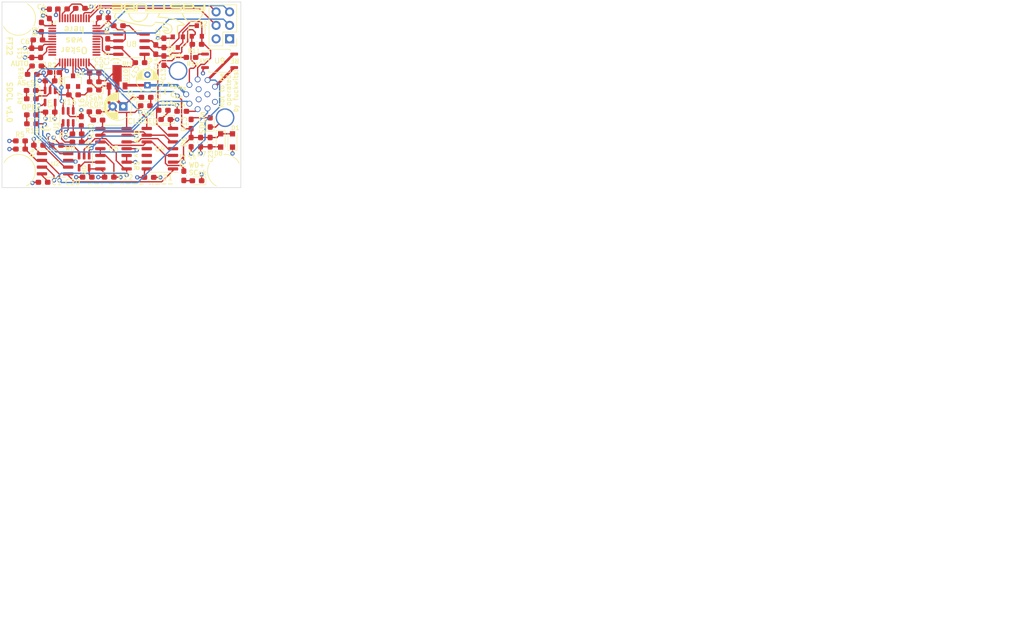
<source format=kicad_pcb>
(kicad_pcb (version 20171130) (host pcbnew 5.1.6)

  (general
    (thickness 1.6)
    (drawings 44)
    (tracks 632)
    (zones 0)
    (modules 78)
    (nets 77)
  )

  (page A4)
  (layers
    (0 F.Cu signal)
    (1 3V3.Cu power hide)
    (2 GND.Cu power hide)
    (31 B.Cu signal)
    (33 F.Adhes user)
    (35 F.Paste user)
    (36 B.SilkS user)
    (37 F.SilkS user)
    (39 F.Mask user)
    (40 Dwgs.User user)
    (41 Cmts.User user)
    (42 Eco1.User user)
    (43 Eco2.User user)
    (44 Edge.Cuts user)
    (45 Margin user)
    (46 B.CrtYd user)
    (47 F.CrtYd user)
    (49 F.Fab user hide)
  )

  (setup
    (last_trace_width 1)
    (user_trace_width 0.5)
    (user_trace_width 1)
    (trace_clearance 0.2)
    (zone_clearance 0.33)
    (zone_45_only no)
    (trace_min 0.2)
    (via_size 0.8)
    (via_drill 0.4)
    (via_min_size 0.4)
    (via_min_drill 0.3)
    (uvia_size 0.3)
    (uvia_drill 0.1)
    (uvias_allowed no)
    (uvia_min_size 0.2)
    (uvia_min_drill 0.1)
    (edge_width 0.1)
    (segment_width 0.2)
    (pcb_text_width 0.3)
    (pcb_text_size 1.5 1.5)
    (mod_edge_width 0.15)
    (mod_text_size 1 1)
    (mod_text_width 0.15)
    (pad_size 4.5 4.5)
    (pad_drill 3)
    (pad_to_mask_clearance 0)
    (aux_axis_origin 0 0)
    (visible_elements FFFFFF7F)
    (pcbplotparams
      (layerselection 0x010fc_ffffffff)
      (usegerberextensions false)
      (usegerberattributes true)
      (usegerberadvancedattributes true)
      (creategerberjobfile true)
      (excludeedgelayer true)
      (linewidth 0.100000)
      (plotframeref false)
      (viasonmask false)
      (mode 1)
      (useauxorigin false)
      (hpglpennumber 1)
      (hpglpenspeed 20)
      (hpglpendiameter 15.000000)
      (psnegative false)
      (psa4output false)
      (plotreference true)
      (plotvalue true)
      (plotinvisibletext false)
      (padsonsilk false)
      (subtractmaskfromsilk false)
      (outputformat 1)
      (mirror false)
      (drillshape 1)
      (scaleselection 1)
      (outputdirectory ""))
  )

  (net 0 "")
  (net 1 GND)
  (net 2 +3V3)
  (net 3 NRST)
  (net 4 CAN_H)
  (net 5 CAN_L)
  (net 6 +12V)
  (net 7 SDC_in_3V3)
  (net 8 "Net-(D2-Pad3)")
  (net 9 TS_activate_MUXed)
  (net 10 TRACESWO)
  (net 11 SWDIO)
  (net 12 SWCLK)
  (net 13 ~SDC_reset~)
  (net 14 TS_activate_ext)
  (net 15 TS_activate_dash)
  (net 16 SDC_in)
  (net 17 SDC_out)
  (net 18 To_SDC_relais)
  (net 19 AS_driving_mode)
  (net 20 AS_close_SDC)
  (net 21 "Net-(R12-Pad1)")
  (net 22 Watchdog)
  (net 23 SDC_is_ready)
  (net 24 "Net-(U7-Pad46)")
  (net 25 "Net-(U7-Pad45)")
  (net 26 "Net-(U7-Pad43)")
  (net 27 "Net-(U7-Pad42)")
  (net 28 "Net-(U7-Pad41)")
  (net 29 "Net-(U7-Pad40)")
  (net 30 "Net-(U7-Pad38)")
  (net 31 CAN_TX)
  (net 32 CAN_RX)
  (net 33 "Net-(U7-Pad31)")
  (net 34 "Net-(U7-Pad30)")
  (net 35 "Net-(U7-Pad29)")
  (net 36 "Net-(U7-Pad28)")
  (net 37 "Net-(U7-Pad27)")
  (net 38 "Net-(U7-Pad26)")
  (net 39 "Net-(U7-Pad25)")
  (net 40 "Net-(U7-Pad22)")
  (net 41 "Net-(U7-Pad21)")
  (net 42 "Net-(U7-Pad17)")
  (net 43 "Net-(U7-Pad16)")
  (net 44 "Net-(U7-Pad12)")
  (net 45 "Net-(U7-Pad11)")
  (net 46 "Net-(U7-Pad10)")
  (net 47 "Net-(U7-Pad6)")
  (net 48 "Net-(U7-Pad5)")
  (net 49 "Net-(U7-Pad4)")
  (net 50 "Net-(U7-Pad3)")
  (net 51 "Net-(U7-Pad2)")
  (net 52 "Net-(R14-Pad2)")
  (net 53 "Net-(R10-Pad1)")
  (net 54 "Net-(D5-Pad2)")
  (net 55 "Net-(D6-Pad2)")
  (net 56 "Net-(D7-Pad2)")
  (net 57 "Net-(D9-Pad2)")
  (net 58 "Net-(D10-Pad2)")
  (net 59 "Net-(D11-Pad2)")
  (net 60 "Net-(D12-Pad2)")
  (net 61 "Net-(D13-Pad2)")
  (net 62 "/Non-Programmable Logic/~WDO~")
  (net 63 "/Non-Programmable Logic/RP")
  (net 64 "/Non-Programmable Logic/WP")
  (net 65 "/Non-Programmable Logic/correct_button_pressed")
  (net 66 "/Non-Programmable Logic/close_while_allowed")
  (net 67 "/Non-Programmable Logic/reopened")
  (net 68 "/Non-Programmable Logic/~reset_all~")
  (net 69 "/Non-Programmable Logic/closing_allowed")
  (net 70 "/Non-Programmable Logic/~reopen~")
  (net 71 "/Non-Programmable Logic/WD_and_SDCin_ok")
  (net 72 "/Non-Programmable Logic/~try_close~")
  (net 73 "/Non-Programmable Logic/still_initial_open")
  (net 74 "Net-(R!1-Pad2)")
  (net 75 "Net-(D14-Pad2)")
  (net 76 "Net-(R24-Pad2)")

  (net_class Default "This is the default net class."
    (clearance 0.2)
    (trace_width 0.25)
    (via_dia 0.8)
    (via_drill 0.4)
    (uvia_dia 0.3)
    (uvia_drill 0.1)
    (add_net +12V)
    (add_net +3V3)
    (add_net "/Non-Programmable Logic/RP")
    (add_net "/Non-Programmable Logic/WD_and_SDCin_ok")
    (add_net "/Non-Programmable Logic/WP")
    (add_net "/Non-Programmable Logic/close_while_allowed")
    (add_net "/Non-Programmable Logic/closing_allowed")
    (add_net "/Non-Programmable Logic/correct_button_pressed")
    (add_net "/Non-Programmable Logic/reopened")
    (add_net "/Non-Programmable Logic/still_initial_open")
    (add_net "/Non-Programmable Logic/~WDO~")
    (add_net "/Non-Programmable Logic/~reopen~")
    (add_net "/Non-Programmable Logic/~reset_all~")
    (add_net "/Non-Programmable Logic/~try_close~")
    (add_net AS_close_SDC)
    (add_net AS_driving_mode)
    (add_net CAN_H)
    (add_net CAN_L)
    (add_net CAN_RX)
    (add_net CAN_TX)
    (add_net GND)
    (add_net NRST)
    (add_net "Net-(D10-Pad2)")
    (add_net "Net-(D11-Pad2)")
    (add_net "Net-(D12-Pad2)")
    (add_net "Net-(D13-Pad2)")
    (add_net "Net-(D14-Pad2)")
    (add_net "Net-(D2-Pad3)")
    (add_net "Net-(D5-Pad2)")
    (add_net "Net-(D6-Pad2)")
    (add_net "Net-(D7-Pad2)")
    (add_net "Net-(D9-Pad2)")
    (add_net "Net-(R!1-Pad2)")
    (add_net "Net-(R10-Pad1)")
    (add_net "Net-(R12-Pad1)")
    (add_net "Net-(R14-Pad2)")
    (add_net "Net-(R24-Pad2)")
    (add_net "Net-(U7-Pad10)")
    (add_net "Net-(U7-Pad11)")
    (add_net "Net-(U7-Pad12)")
    (add_net "Net-(U7-Pad16)")
    (add_net "Net-(U7-Pad17)")
    (add_net "Net-(U7-Pad2)")
    (add_net "Net-(U7-Pad21)")
    (add_net "Net-(U7-Pad22)")
    (add_net "Net-(U7-Pad25)")
    (add_net "Net-(U7-Pad26)")
    (add_net "Net-(U7-Pad27)")
    (add_net "Net-(U7-Pad28)")
    (add_net "Net-(U7-Pad29)")
    (add_net "Net-(U7-Pad3)")
    (add_net "Net-(U7-Pad30)")
    (add_net "Net-(U7-Pad31)")
    (add_net "Net-(U7-Pad38)")
    (add_net "Net-(U7-Pad4)")
    (add_net "Net-(U7-Pad40)")
    (add_net "Net-(U7-Pad41)")
    (add_net "Net-(U7-Pad42)")
    (add_net "Net-(U7-Pad43)")
    (add_net "Net-(U7-Pad45)")
    (add_net "Net-(U7-Pad46)")
    (add_net "Net-(U7-Pad5)")
    (add_net "Net-(U7-Pad6)")
    (add_net SDC_in)
    (add_net SDC_in_3V3)
    (add_net SDC_is_ready)
    (add_net SDC_out)
    (add_net SWCLK)
    (add_net SWDIO)
    (add_net TRACESWO)
    (add_net TS_activate_MUXed)
    (add_net TS_activate_dash)
    (add_net TS_activate_ext)
    (add_net To_SDC_relais)
    (add_net Watchdog)
    (add_net ~SDC_reset~)
  )

  (module Custom:Binder_M12-A_12P_Female_NoSilk (layer B.Cu) (tedit 61BF27D7) (tstamp 61C02DD4)
    (at 175.6 85.4 90)
    (path /61BBA8EA/61CD6444)
    (fp_text reference J2 (at 0 10.045 90) (layer B.SilkS) hide
      (effects (font (size 1 1) (thickness 0.15)) (justify mirror))
    )
    (fp_text value Binder-M12-12P (at 0 -10.045 90) (layer B.Fab) hide
      (effects (font (size 1 1) (thickness 0.15)) (justify mirror))
    )
    (fp_line (start -0.6 3.7) (end -0.6 4.1) (layer B.Fab) (width 0.12))
    (fp_line (start 0.6 3.7) (end 0.6 4.1) (layer B.Fab) (width 0.12))
    (fp_circle (center 0 0.1) (end 0 4.2) (layer B.Fab) (width 0.12))
    (fp_circle (center 0 0) (end 0 -9.37) (layer B.CrtYd) (width 0.05))
    (fp_circle (center 0 0) (end 0 -9) (layer B.Fab) (width 0.1))
    (fp_arc (start 0 3.7) (end -0.6 3.7) (angle 180) (layer B.Fab) (width 0.12))
    (pad 10 thru_hole circle (at 0 1.1 90) (size 1.1 1.1) (drill 0.8) (layers *.Cu *.Mask)
      (net 2 +3V3))
    (pad 11 thru_hole circle (at 0.952627 -0.549999 90) (size 1.1 1.1) (drill 0.8) (layers *.Cu *.Mask)
      (net 2 +3V3))
    (pad 12 thru_hole circle (at -0.952627 -0.55 90) (size 1.1 1.1) (drill 0.8) (layers *.Cu *.Mask)
      (net 1 GND))
    (pad 1 thru_hole circle (at -1.428 2.524 90) (size 1.1 1.1) (drill 0.8) (layers *.Cu *.Mask)
      (net 1 GND))
    (pad 2 thru_hole circle (at 1.428 2.524 90) (size 1.1 1.1) (drill 0.8) (layers *.Cu *.Mask)
      (net 17 SDC_out))
    (pad 3 thru_hole circle (at 2.672 1.127 90) (size 1.1 1.1) (drill 0.8) (layers *.Cu *.Mask)
      (net 16 SDC_in))
    (pad 4 thru_hole circle (at 2.804 -0.738 90) (size 1.1 1.1) (drill 0.8) (layers *.Cu *.Mask)
      (net 4 CAN_H))
    (pad 5 thru_hole circle (at 1.77 -2.297 90) (size 1.1 1.1) (drill 0.8) (layers *.Cu *.Mask)
      (net 5 CAN_L))
    (pad 6 thru_hole circle (at 0 -2.9 90) (size 1.1 1.1) (drill 0.8) (layers *.Cu *.Mask)
      (net 6 +12V))
    (pad 7 thru_hole circle (at -1.77 -2.297 90) (size 1.1 1.1) (drill 0.8) (layers *.Cu *.Mask)
      (net 14 TS_activate_ext))
    (pad 8 thru_hole circle (at -2.804 -0.738 90) (size 1.1 1.1) (drill 0.8) (layers *.Cu *.Mask)
      (net 15 TS_activate_dash))
    (pad 9 thru_hole circle (at -2.672 1.127 90) (size 1.1 1.1) (drill 0.8) (layers *.Cu *.Mask)
      (net 13 ~SDC_reset~))
    (pad M1 thru_hole circle (at -4.419 4.419 90) (size 3.5 3.5) (drill 3) (layers *.Cu *.Mask)
      (net 1 GND))
    (pad M2 thru_hole circle (at 4.419 -4.419 90) (size 3.5 3.5) (drill 3) (layers *.Cu *.Mask)
      (net 1 GND))
    (model ${KIPRJMOD}/packages3d/Binder.3dshapes/Binder_M12-A_12P_Female_86_0532_1120.stp
      (offset (xyz 0 0 23))
      (scale (xyz 1 1 1))
      (rotate (xyz 0 -90 90))
    )
  )

  (module Resistor_SMD:R_0603_1608Metric_Pad1.05x0.95mm_HandSolder (layer F.Cu) (tedit 5B301BBD) (tstamp 61C277B3)
    (at 171.864194 88.609173 180)
    (descr "Resistor SMD 0603 (1608 Metric), square (rectangular) end terminal, IPC_7351 nominal with elongated pad for handsoldering. (Body size source: http://www.tortai-tech.com/upload/download/2011102023233369053.pdf), generated with kicad-footprint-generator")
    (tags "resistor handsolder")
    (path /61A897B7/61C2ED87)
    (attr smd)
    (fp_text reference R24 (at 0.464194 1.209173) (layer F.SilkS)
      (effects (font (size 0.8 0.8) (thickness 0.15)))
    )
    (fp_text value 10k (at 0 1.43) (layer F.Fab)
      (effects (font (size 1 1) (thickness 0.15)))
    )
    (fp_line (start -0.8 0.4) (end -0.8 -0.4) (layer F.Fab) (width 0.1))
    (fp_line (start -0.8 -0.4) (end 0.8 -0.4) (layer F.Fab) (width 0.1))
    (fp_line (start 0.8 -0.4) (end 0.8 0.4) (layer F.Fab) (width 0.1))
    (fp_line (start 0.8 0.4) (end -0.8 0.4) (layer F.Fab) (width 0.1))
    (fp_line (start -0.171267 -0.51) (end 0.171267 -0.51) (layer F.SilkS) (width 0.12))
    (fp_line (start -0.171267 0.51) (end 0.171267 0.51) (layer F.SilkS) (width 0.12))
    (fp_line (start -1.65 0.73) (end -1.65 -0.73) (layer F.CrtYd) (width 0.05))
    (fp_line (start -1.65 -0.73) (end 1.65 -0.73) (layer F.CrtYd) (width 0.05))
    (fp_line (start 1.65 -0.73) (end 1.65 0.73) (layer F.CrtYd) (width 0.05))
    (fp_line (start 1.65 0.73) (end -1.65 0.73) (layer F.CrtYd) (width 0.05))
    (fp_text user %R (at 0 0) (layer F.Fab)
      (effects (font (size 0.4 0.4) (thickness 0.06)))
    )
    (pad 2 smd roundrect (at 0.875 0 180) (size 1.05 0.95) (layers F.Cu F.Paste F.Mask) (roundrect_rratio 0.25)
      (net 76 "Net-(R24-Pad2)"))
    (pad 1 smd roundrect (at -0.875 0 180) (size 1.05 0.95) (layers F.Cu F.Paste F.Mask) (roundrect_rratio 0.25)
      (net 15 TS_activate_dash))
    (model ${KISYS3DMOD}/Resistor_SMD.3dshapes/R_0603_1608Metric.wrl
      (at (xyz 0 0 0))
      (scale (xyz 1 1 1))
      (rotate (xyz 0 0 0))
    )
  )

  (module Resistor_SMD:R_0603_1608Metric_Pad1.05x0.95mm_HandSolder (layer F.Cu) (tedit 5B301BBD) (tstamp 61C2C37E)
    (at 173.630378 91.014938 270)
    (descr "Resistor SMD 0603 (1608 Metric), square (rectangular) end terminal, IPC_7351 nominal with elongated pad for handsoldering. (Body size source: http://www.tortai-tech.com/upload/download/2011102023233369053.pdf), generated with kicad-footprint-generator")
    (tags "resistor handsolder")
    (path /61A897B7/61D457CF)
    (attr smd)
    (fp_text reference R13 (at 0.019967 1.326966 270) (layer F.SilkS)
      (effects (font (size 1 1) (thickness 0.15)))
    )
    (fp_text value 510 (at 0 1.43 90) (layer F.Fab)
      (effects (font (size 1 1) (thickness 0.15)))
    )
    (fp_line (start -0.8 0.4) (end -0.8 -0.4) (layer F.Fab) (width 0.1))
    (fp_line (start -0.8 -0.4) (end 0.8 -0.4) (layer F.Fab) (width 0.1))
    (fp_line (start 0.8 -0.4) (end 0.8 0.4) (layer F.Fab) (width 0.1))
    (fp_line (start 0.8 0.4) (end -0.8 0.4) (layer F.Fab) (width 0.1))
    (fp_line (start -0.171267 -0.51) (end 0.171267 -0.51) (layer F.SilkS) (width 0.12))
    (fp_line (start -0.171267 0.51) (end 0.171267 0.51) (layer F.SilkS) (width 0.12))
    (fp_line (start -1.65 0.73) (end -1.65 -0.73) (layer F.CrtYd) (width 0.05))
    (fp_line (start -1.65 -0.73) (end 1.65 -0.73) (layer F.CrtYd) (width 0.05))
    (fp_line (start 1.65 -0.73) (end 1.65 0.73) (layer F.CrtYd) (width 0.05))
    (fp_line (start 1.65 0.73) (end -1.65 0.73) (layer F.CrtYd) (width 0.05))
    (fp_text user %R (at 0 0 90) (layer F.Fab)
      (effects (font (size 0.4 0.4) (thickness 0.06)))
    )
    (pad 2 smd roundrect (at 0.875 0 270) (size 1.05 0.95) (layers F.Cu F.Paste F.Mask) (roundrect_rratio 0.25)
      (net 7 SDC_in_3V3))
    (pad 1 smd roundrect (at -0.875 0 270) (size 1.05 0.95) (layers F.Cu F.Paste F.Mask) (roundrect_rratio 0.25)
      (net 75 "Net-(D14-Pad2)"))
    (model ${KISYS3DMOD}/Resistor_SMD.3dshapes/R_0603_1608Metric.wrl
      (at (xyz 0 0 0))
      (scale (xyz 1 1 1))
      (rotate (xyz 0 0 0))
    )
  )

  (module Diode_SMD:D_0603_1608Metric_Pad1.05x0.95mm_HandSolder (layer F.Cu) (tedit 5B4B45C8) (tstamp 61C2C15D)
    (at 177.233875 90.7 90)
    (descr "Diode SMD 0603 (1608 Metric), square (rectangular) end terminal, IPC_7351 nominal, (Body size source: http://www.tortai-tech.com/upload/download/2011102023233369053.pdf), generated with kicad-footprint-generator")
    (tags "diode handsolder")
    (path /61A897B7/61D457C3)
    (attr smd)
    (fp_text reference D14 (at 0 -1.43 90) (layer F.SilkS) hide
      (effects (font (size 1 1) (thickness 0.15)))
    )
    (fp_text value "Yellow LED" (at 0 1.43 90) (layer F.Fab)
      (effects (font (size 1 1) (thickness 0.15)))
    )
    (fp_line (start 0.8 -0.4) (end -0.5 -0.4) (layer F.Fab) (width 0.1))
    (fp_line (start -0.5 -0.4) (end -0.8 -0.1) (layer F.Fab) (width 0.1))
    (fp_line (start -0.8 -0.1) (end -0.8 0.4) (layer F.Fab) (width 0.1))
    (fp_line (start -0.8 0.4) (end 0.8 0.4) (layer F.Fab) (width 0.1))
    (fp_line (start 0.8 0.4) (end 0.8 -0.4) (layer F.Fab) (width 0.1))
    (fp_line (start 0.8 -0.735) (end -1.66 -0.735) (layer F.SilkS) (width 0.12))
    (fp_line (start -1.66 -0.735) (end -1.66 0.735) (layer F.SilkS) (width 0.12))
    (fp_line (start -1.66 0.735) (end 0.8 0.735) (layer F.SilkS) (width 0.12))
    (fp_line (start -1.65 0.73) (end -1.65 -0.73) (layer F.CrtYd) (width 0.05))
    (fp_line (start -1.65 -0.73) (end 1.65 -0.73) (layer F.CrtYd) (width 0.05))
    (fp_line (start 1.65 -0.73) (end 1.65 0.73) (layer F.CrtYd) (width 0.05))
    (fp_line (start 1.65 0.73) (end -1.65 0.73) (layer F.CrtYd) (width 0.05))
    (fp_text user %R (at 0 0 90) (layer F.Fab)
      (effects (font (size 0.4 0.4) (thickness 0.06)))
    )
    (pad 2 smd roundrect (at 0.875 0 90) (size 1.05 0.95) (layers F.Cu F.Paste F.Mask) (roundrect_rratio 0.25)
      (net 75 "Net-(D14-Pad2)"))
    (pad 1 smd roundrect (at -0.875 0 90) (size 1.05 0.95) (layers F.Cu F.Paste F.Mask) (roundrect_rratio 0.25)
      (net 1 GND))
    (model ${KISYS3DMOD}/Diode_SMD.3dshapes/D_0603_1608Metric.wrl
      (at (xyz 0 0 0))
      (scale (xyz 1 1 1))
      (rotate (xyz 0 0 0))
    )
  )

  (module Capacitor_SMD:C_0603_1608Metric_Pad1.05x0.95mm_HandSolder (layer F.Cu) (tedit 5B301BBE) (tstamp 61B54D9E)
    (at 166.973269 76.969802 270)
    (descr "Capacitor SMD 0603 (1608 Metric), square (rectangular) end terminal, IPC_7351 nominal with elongated pad for handsoldering. (Body size source: http://www.tortai-tech.com/upload/download/2011102023233369053.pdf), generated with kicad-footprint-generator")
    (tags "capacitor handsolder")
    (path /61BCE4F2/61B519E1)
    (attr smd)
    (fp_text reference C14 (at 2.684741 -0.126731 90) (layer F.SilkS)
      (effects (font (size 0.8 0.8) (thickness 0.15)))
    )
    (fp_text value 220p (at 0 1.43 90) (layer F.Fab)
      (effects (font (size 1 1) (thickness 0.15)))
    )
    (fp_line (start -0.8 0.4) (end -0.8 -0.4) (layer F.Fab) (width 0.1))
    (fp_line (start -0.8 -0.4) (end 0.8 -0.4) (layer F.Fab) (width 0.1))
    (fp_line (start 0.8 -0.4) (end 0.8 0.4) (layer F.Fab) (width 0.1))
    (fp_line (start 0.8 0.4) (end -0.8 0.4) (layer F.Fab) (width 0.1))
    (fp_line (start -0.171267 -0.51) (end 0.171267 -0.51) (layer F.SilkS) (width 0.12))
    (fp_line (start -0.171267 0.51) (end 0.171267 0.51) (layer F.SilkS) (width 0.12))
    (fp_line (start -1.65 0.73) (end -1.65 -0.73) (layer F.CrtYd) (width 0.05))
    (fp_line (start -1.65 -0.73) (end 1.65 -0.73) (layer F.CrtYd) (width 0.05))
    (fp_line (start 1.65 -0.73) (end 1.65 0.73) (layer F.CrtYd) (width 0.05))
    (fp_line (start 1.65 0.73) (end -1.65 0.73) (layer F.CrtYd) (width 0.05))
    (fp_text user %R (at 0 0 90) (layer F.Fab)
      (effects (font (size 0.4 0.4) (thickness 0.06)))
    )
    (pad 2 smd roundrect (at 0.875 0 270) (size 1.05 0.95) (layers F.Cu F.Paste F.Mask) (roundrect_rratio 0.25)
      (net 5 CAN_L))
    (pad 1 smd roundrect (at -0.875 0 270) (size 1.05 0.95) (layers F.Cu F.Paste F.Mask) (roundrect_rratio 0.25)
      (net 4 CAN_H))
    (model ${KISYS3DMOD}/Capacitor_SMD.3dshapes/C_0603_1608Metric.wrl
      (at (xyz 0 0 0))
      (scale (xyz 1 1 1))
      (rotate (xyz 0 0 0))
    )
  )

  (module MountingHole:MountingHole_3.2mm_M3 (layer B.Cu) (tedit 56D1B4CB) (tstamp 61BF54AF)
    (at 141.1 99.9)
    (descr "Mounting Hole 3.2mm, no annular, M3")
    (tags "mounting hole 3.2mm no annular m3")
    (path /61BBA8EA/61BD2D0B)
    (attr virtual)
    (fp_text reference H3 (at -3.6 -3.3) (layer B.SilkS) hide
      (effects (font (size 1 1) (thickness 0.15)) (justify mirror))
    )
    (fp_text value MountingHole (at 0 -4.2) (layer B.Fab)
      (effects (font (size 1 1) (thickness 0.15)) (justify mirror))
    )
    (fp_circle (center 0 0) (end 3.2 0) (layer Cmts.User) (width 0.15))
    (fp_circle (center 0 0) (end 3.45 0) (layer B.CrtYd) (width 0.05))
    (fp_text user %R (at 0.3 0) (layer B.Fab)
      (effects (font (size 1 1) (thickness 0.15)) (justify mirror))
    )
    (pad 1 np_thru_hole circle (at 0 0) (size 3.2 3.2) (drill 3.2) (layers *.Cu *.Mask))
  )

  (module MountingHole:MountingHole_3.2mm_M3 (layer B.Cu) (tedit 56D1B4CB) (tstamp 61BEE490)
    (at 179.9 99.9)
    (descr "Mounting Hole 3.2mm, no annular, M3")
    (tags "mounting hole 3.2mm no annular m3")
    (path /61BBA8EA/61BD2B10)
    (attr virtual)
    (fp_text reference H2 (at 0 4.2) (layer B.SilkS) hide
      (effects (font (size 1 1) (thickness 0.15)) (justify mirror))
    )
    (fp_text value MountingHole (at 0 -4.2) (layer B.Fab)
      (effects (font (size 1 1) (thickness 0.15)) (justify mirror))
    )
    (fp_circle (center 0 0) (end 3.2 0) (layer Cmts.User) (width 0.15))
    (fp_circle (center 0 0) (end 3.45 0) (layer B.CrtYd) (width 0.05))
    (fp_text user %R (at 0.3 0) (layer B.Fab)
      (effects (font (size 1 1) (thickness 0.15)) (justify mirror))
    )
    (pad 1 np_thru_hole circle (at 0 0) (size 3.2 3.2) (drill 3.2) (layers *.Cu *.Mask))
  )

  (module MountingHole:MountingHole_3.2mm_M3 (layer B.Cu) (tedit 56D1B4CB) (tstamp 61BEE488)
    (at 141.1 71.1)
    (descr "Mounting Hole 3.2mm, no annular, M3")
    (tags "mounting hole 3.2mm no annular m3")
    (path /61BBA8EA/61BD2819)
    (attr virtual)
    (fp_text reference H1 (at 0 4.2) (layer B.SilkS) hide
      (effects (font (size 1 1) (thickness 0.15)) (justify mirror))
    )
    (fp_text value MountingHole (at 0 -4.2) (layer B.Fab)
      (effects (font (size 1 1) (thickness 0.15)) (justify mirror))
    )
    (fp_circle (center 0 0) (end 3.2 0) (layer Cmts.User) (width 0.15))
    (fp_circle (center 0 0) (end 3.45 0) (layer B.CrtYd) (width 0.05))
    (fp_text user %R (at 0.3 0) (layer B.Fab)
      (effects (font (size 1 1) (thickness 0.15)) (justify mirror))
    )
    (pad 1 np_thru_hole circle (at 0 0) (size 3.2 3.2) (drill 3.2) (layers *.Cu *.Mask))
  )

  (module Capacitor_THT:CP_Radial_D4.0mm_P2.00mm (layer F.Cu) (tedit 5AE50EF0) (tstamp 61B54E1B)
    (at 165.4 83.7 90)
    (descr "CP, Radial series, Radial, pin pitch=2.00mm, , diameter=4mm, Electrolytic Capacitor")
    (tags "CP Radial series Radial pin pitch 2.00mm  diameter 4mm Electrolytic Capacitor")
    (path /61B4E8CF/61B46489)
    (fp_text reference C17 (at 2.551694 -2.41054 240 unlocked) (layer F.SilkS)
      (effects (font (size 0.8 0.8) (thickness 0.15)))
    )
    (fp_text value 10uF_25V (at 1 3.25 90) (layer F.Fab)
      (effects (font (size 1 1) (thickness 0.15)))
    )
    (fp_circle (center 1 0) (end 3 0) (layer F.Fab) (width 0.1))
    (fp_circle (center 1 0) (end 3.12 0) (layer F.SilkS) (width 0.12))
    (fp_circle (center 1 0) (end 3.25 0) (layer F.CrtYd) (width 0.05))
    (fp_line (start -0.702554 -0.8675) (end -0.302554 -0.8675) (layer F.Fab) (width 0.1))
    (fp_line (start -0.502554 -1.0675) (end -0.502554 -0.6675) (layer F.Fab) (width 0.1))
    (fp_line (start 1 -2.08) (end 1 2.08) (layer F.SilkS) (width 0.12))
    (fp_line (start 1.04 -2.08) (end 1.04 2.08) (layer F.SilkS) (width 0.12))
    (fp_line (start 1.08 -2.079) (end 1.08 2.079) (layer F.SilkS) (width 0.12))
    (fp_line (start 1.12 -2.077) (end 1.12 2.077) (layer F.SilkS) (width 0.12))
    (fp_line (start 1.16 -2.074) (end 1.16 2.074) (layer F.SilkS) (width 0.12))
    (fp_line (start 1.2 -2.071) (end 1.2 -0.84) (layer F.SilkS) (width 0.12))
    (fp_line (start 1.2 0.84) (end 1.2 2.071) (layer F.SilkS) (width 0.12))
    (fp_line (start 1.24 -2.067) (end 1.24 -0.84) (layer F.SilkS) (width 0.12))
    (fp_line (start 1.24 0.84) (end 1.24 2.067) (layer F.SilkS) (width 0.12))
    (fp_line (start 1.28 -2.062) (end 1.28 -0.84) (layer F.SilkS) (width 0.12))
    (fp_line (start 1.28 0.84) (end 1.28 2.062) (layer F.SilkS) (width 0.12))
    (fp_line (start 1.32 -2.056) (end 1.32 -0.84) (layer F.SilkS) (width 0.12))
    (fp_line (start 1.32 0.84) (end 1.32 2.056) (layer F.SilkS) (width 0.12))
    (fp_line (start 1.36 -2.05) (end 1.36 -0.84) (layer F.SilkS) (width 0.12))
    (fp_line (start 1.36 0.84) (end 1.36 2.05) (layer F.SilkS) (width 0.12))
    (fp_line (start 1.4 -2.042) (end 1.4 -0.84) (layer F.SilkS) (width 0.12))
    (fp_line (start 1.4 0.84) (end 1.4 2.042) (layer F.SilkS) (width 0.12))
    (fp_line (start 1.44 -2.034) (end 1.44 -0.84) (layer F.SilkS) (width 0.12))
    (fp_line (start 1.44 0.84) (end 1.44 2.034) (layer F.SilkS) (width 0.12))
    (fp_line (start 1.48 -2.025) (end 1.48 -0.84) (layer F.SilkS) (width 0.12))
    (fp_line (start 1.48 0.84) (end 1.48 2.025) (layer F.SilkS) (width 0.12))
    (fp_line (start 1.52 -2.016) (end 1.52 -0.84) (layer F.SilkS) (width 0.12))
    (fp_line (start 1.52 0.84) (end 1.52 2.016) (layer F.SilkS) (width 0.12))
    (fp_line (start 1.56 -2.005) (end 1.56 -0.84) (layer F.SilkS) (width 0.12))
    (fp_line (start 1.56 0.84) (end 1.56 2.005) (layer F.SilkS) (width 0.12))
    (fp_line (start 1.6 -1.994) (end 1.6 -0.84) (layer F.SilkS) (width 0.12))
    (fp_line (start 1.6 0.84) (end 1.6 1.994) (layer F.SilkS) (width 0.12))
    (fp_line (start 1.64 -1.982) (end 1.64 -0.84) (layer F.SilkS) (width 0.12))
    (fp_line (start 1.64 0.84) (end 1.64 1.982) (layer F.SilkS) (width 0.12))
    (fp_line (start 1.68 -1.968) (end 1.68 -0.84) (layer F.SilkS) (width 0.12))
    (fp_line (start 1.68 0.84) (end 1.68 1.968) (layer F.SilkS) (width 0.12))
    (fp_line (start 1.721 -1.954) (end 1.721 -0.84) (layer F.SilkS) (width 0.12))
    (fp_line (start 1.721 0.84) (end 1.721 1.954) (layer F.SilkS) (width 0.12))
    (fp_line (start 1.761 -1.94) (end 1.761 -0.84) (layer F.SilkS) (width 0.12))
    (fp_line (start 1.761 0.84) (end 1.761 1.94) (layer F.SilkS) (width 0.12))
    (fp_line (start 1.801 -1.924) (end 1.801 -0.84) (layer F.SilkS) (width 0.12))
    (fp_line (start 1.801 0.84) (end 1.801 1.924) (layer F.SilkS) (width 0.12))
    (fp_line (start 1.841 -1.907) (end 1.841 -0.84) (layer F.SilkS) (width 0.12))
    (fp_line (start 1.841 0.84) (end 1.841 1.907) (layer F.SilkS) (width 0.12))
    (fp_line (start 1.881 -1.889) (end 1.881 -0.84) (layer F.SilkS) (width 0.12))
    (fp_line (start 1.881 0.84) (end 1.881 1.889) (layer F.SilkS) (width 0.12))
    (fp_line (start 1.921 -1.87) (end 1.921 -0.84) (layer F.SilkS) (width 0.12))
    (fp_line (start 1.921 0.84) (end 1.921 1.87) (layer F.SilkS) (width 0.12))
    (fp_line (start 1.961 -1.851) (end 1.961 -0.84) (layer F.SilkS) (width 0.12))
    (fp_line (start 1.961 0.84) (end 1.961 1.851) (layer F.SilkS) (width 0.12))
    (fp_line (start 2.001 -1.83) (end 2.001 -0.84) (layer F.SilkS) (width 0.12))
    (fp_line (start 2.001 0.84) (end 2.001 1.83) (layer F.SilkS) (width 0.12))
    (fp_line (start 2.041 -1.808) (end 2.041 -0.84) (layer F.SilkS) (width 0.12))
    (fp_line (start 2.041 0.84) (end 2.041 1.808) (layer F.SilkS) (width 0.12))
    (fp_line (start 2.081 -1.785) (end 2.081 -0.84) (layer F.SilkS) (width 0.12))
    (fp_line (start 2.081 0.84) (end 2.081 1.785) (layer F.SilkS) (width 0.12))
    (fp_line (start 2.121 -1.76) (end 2.121 -0.84) (layer F.SilkS) (width 0.12))
    (fp_line (start 2.121 0.84) (end 2.121 1.76) (layer F.SilkS) (width 0.12))
    (fp_line (start 2.161 -1.735) (end 2.161 -0.84) (layer F.SilkS) (width 0.12))
    (fp_line (start 2.161 0.84) (end 2.161 1.735) (layer F.SilkS) (width 0.12))
    (fp_line (start 2.201 -1.708) (end 2.201 -0.84) (layer F.SilkS) (width 0.12))
    (fp_line (start 2.201 0.84) (end 2.201 1.708) (layer F.SilkS) (width 0.12))
    (fp_line (start 2.241 -1.68) (end 2.241 -0.84) (layer F.SilkS) (width 0.12))
    (fp_line (start 2.241 0.84) (end 2.241 1.68) (layer F.SilkS) (width 0.12))
    (fp_line (start 2.281 -1.65) (end 2.281 -0.84) (layer F.SilkS) (width 0.12))
    (fp_line (start 2.281 0.84) (end 2.281 1.65) (layer F.SilkS) (width 0.12))
    (fp_line (start 2.321 -1.619) (end 2.321 -0.84) (layer F.SilkS) (width 0.12))
    (fp_line (start 2.321 0.84) (end 2.321 1.619) (layer F.SilkS) (width 0.12))
    (fp_line (start 2.361 -1.587) (end 2.361 -0.84) (layer F.SilkS) (width 0.12))
    (fp_line (start 2.361 0.84) (end 2.361 1.587) (layer F.SilkS) (width 0.12))
    (fp_line (start 2.401 -1.552) (end 2.401 -0.84) (layer F.SilkS) (width 0.12))
    (fp_line (start 2.401 0.84) (end 2.401 1.552) (layer F.SilkS) (width 0.12))
    (fp_line (start 2.441 -1.516) (end 2.441 -0.84) (layer F.SilkS) (width 0.12))
    (fp_line (start 2.441 0.84) (end 2.441 1.516) (layer F.SilkS) (width 0.12))
    (fp_line (start 2.481 -1.478) (end 2.481 -0.84) (layer F.SilkS) (width 0.12))
    (fp_line (start 2.481 0.84) (end 2.481 1.478) (layer F.SilkS) (width 0.12))
    (fp_line (start 2.521 -1.438) (end 2.521 -0.84) (layer F.SilkS) (width 0.12))
    (fp_line (start 2.521 0.84) (end 2.521 1.438) (layer F.SilkS) (width 0.12))
    (fp_line (start 2.561 -1.396) (end 2.561 -0.84) (layer F.SilkS) (width 0.12))
    (fp_line (start 2.561 0.84) (end 2.561 1.396) (layer F.SilkS) (width 0.12))
    (fp_line (start 2.601 -1.351) (end 2.601 -0.84) (layer F.SilkS) (width 0.12))
    (fp_line (start 2.601 0.84) (end 2.601 1.351) (layer F.SilkS) (width 0.12))
    (fp_line (start 2.641 -1.304) (end 2.641 -0.84) (layer F.SilkS) (width 0.12))
    (fp_line (start 2.641 0.84) (end 2.641 1.304) (layer F.SilkS) (width 0.12))
    (fp_line (start 2.681 -1.254) (end 2.681 -0.84) (layer F.SilkS) (width 0.12))
    (fp_line (start 2.681 0.84) (end 2.681 1.254) (layer F.SilkS) (width 0.12))
    (fp_line (start 2.721 -1.2) (end 2.721 -0.84) (layer F.SilkS) (width 0.12))
    (fp_line (start 2.721 0.84) (end 2.721 1.2) (layer F.SilkS) (width 0.12))
    (fp_line (start 2.761 -1.142) (end 2.761 -0.84) (layer F.SilkS) (width 0.12))
    (fp_line (start 2.761 0.84) (end 2.761 1.142) (layer F.SilkS) (width 0.12))
    (fp_line (start 2.801 -1.08) (end 2.801 -0.84) (layer F.SilkS) (width 0.12))
    (fp_line (start 2.801 0.84) (end 2.801 1.08) (layer F.SilkS) (width 0.12))
    (fp_line (start 2.841 -1.013) (end 2.841 1.013) (layer F.SilkS) (width 0.12))
    (fp_line (start 2.881 -0.94) (end 2.881 0.94) (layer F.SilkS) (width 0.12))
    (fp_line (start 2.921 -0.859) (end 2.921 0.859) (layer F.SilkS) (width 0.12))
    (fp_line (start 2.961 -0.768) (end 2.961 0.768) (layer F.SilkS) (width 0.12))
    (fp_line (start 3.001 -0.664) (end 3.001 0.664) (layer F.SilkS) (width 0.12))
    (fp_line (start 3.041 -0.537) (end 3.041 0.537) (layer F.SilkS) (width 0.12))
    (fp_line (start 3.081 -0.37) (end 3.081 0.37) (layer F.SilkS) (width 0.12))
    (fp_line (start -1.269801 -1.195) (end -0.869801 -1.195) (layer F.SilkS) (width 0.12))
    (fp_line (start -1.069801 -1.395) (end -1.069801 -0.995) (layer F.SilkS) (width 0.12))
    (fp_text user %R (at 1 0 90) (layer F.Fab)
      (effects (font (size 0.8 0.8) (thickness 0.12)))
    )
    (pad 2 thru_hole circle (at 2 0 90) (size 1.2 1.2) (drill 0.6) (layers *.Cu *.Mask)
      (net 1 GND))
    (pad 1 thru_hole rect (at 0 0 90) (size 1.2 1.2) (drill 0.6) (layers *.Cu *.Mask)
      (net 6 +12V))
    (model ${KISYS3DMOD}/Capacitor_THT.3dshapes/CP_Radial_D4.0mm_P2.00mm.wrl
      (at (xyz 0 0 0))
      (scale (xyz 1 1 1))
      (rotate (xyz 0 0 0))
    )
  )

  (module Custom:SC-74A-5_1.5x2.9mm_P0.95mm (layer F.Cu) (tedit 61BBD969) (tstamp 61B54E3C)
    (at 153.473426 98.115078 270)
    (descr "SC-74, 6 Pin (https://www.nxp.com/docs/en/package-information/SOT457.pdf), generated with kicad-footprint-generator ipc_gullwing_generator.py")
    (tags "SC-74 SO")
    (path /61A897B7/61B3FC7A)
    (attr smd)
    (fp_text reference U6 (at 0.575518 -0.031105 90) (layer F.SilkS) hide
      (effects (font (size 0.9 0.9) (thickness 0.15)))
    )
    (fp_text value MC74HC1G32 (at 0 2.4 90) (layer F.Fab)
      (effects (font (size 1 1) (thickness 0.15)))
    )
    (fp_line (start 0 1.56) (end 0.75 1.56) (layer F.SilkS) (width 0.12))
    (fp_line (start 0 1.56) (end -0.75 1.56) (layer F.SilkS) (width 0.12))
    (fp_line (start 0 -1.56) (end 0.75 -1.56) (layer F.SilkS) (width 0.12))
    (fp_line (start 0 -1.56) (end -1.85 -1.56) (layer F.SilkS) (width 0.12))
    (fp_line (start -0.375 -1.45) (end 0.75 -1.45) (layer F.Fab) (width 0.1))
    (fp_line (start 0.75 -1.45) (end 0.75 1.45) (layer F.Fab) (width 0.1))
    (fp_line (start 0.75 1.45) (end -0.75 1.45) (layer F.Fab) (width 0.1))
    (fp_line (start -0.75 1.45) (end -0.75 -1.075) (layer F.Fab) (width 0.1))
    (fp_line (start -0.75 -1.075) (end -0.375 -1.45) (layer F.Fab) (width 0.1))
    (fp_line (start -2.1 -1.7) (end -2.1 1.7) (layer F.CrtYd) (width 0.05))
    (fp_line (start -2.1 1.7) (end 2.1 1.7) (layer F.CrtYd) (width 0.05))
    (fp_line (start 2.1 1.7) (end 2.1 -1.7) (layer F.CrtYd) (width 0.05))
    (fp_line (start 2.1 -1.7) (end -2.1 -1.7) (layer F.CrtYd) (width 0.05))
    (fp_text user %R (at 0 0 90) (layer F.Fab)
      (effects (font (size 0.38 0.38) (thickness 0.06)))
    )
    (pad 5 smd roundrect (at 1.1375 -0.95 270) (size 1.425 0.5) (layers F.Cu F.Paste F.Mask) (roundrect_rratio 0.25)
      (net 2 +3V3))
    (pad 4 smd roundrect (at 1.1375 0.95 270) (size 1.425 0.5) (layers F.Cu F.Paste F.Mask) (roundrect_rratio 0.25)
      (net 70 "/Non-Programmable Logic/~reopen~"))
    (pad 3 smd roundrect (at -1.1375 0.95 270) (size 1.425 0.5) (layers F.Cu F.Paste F.Mask) (roundrect_rratio 0.25)
      (net 1 GND))
    (pad 2 smd roundrect (at -1.1375 0 270) (size 1.425 0.5) (layers F.Cu F.Paste F.Mask) (roundrect_rratio 0.25)
      (net 71 "/Non-Programmable Logic/WD_and_SDCin_ok"))
    (pad 1 smd roundrect (at -1.1375 -0.95 270) (size 1.425 0.5) (layers F.Cu F.Paste F.Mask) (roundrect_rratio 0.25)
      (net 73 "/Non-Programmable Logic/still_initial_open"))
    (model :SDCL:SC-74.3dshapes/SC-74-5.stp
      (at (xyz 0 0 0))
      (scale (xyz 1 1 1))
      (rotate (xyz 0 0 90))
    )
  )

  (module Custom:SC-74A-5_1.5x2.9mm_P0.95mm (layer F.Cu) (tedit 61BBD969) (tstamp 61B54DA9)
    (at 147.066812 85.812974 270)
    (descr "SC-74, 6 Pin (https://www.nxp.com/docs/en/package-information/SOT457.pdf), generated with kicad-footprint-generator ipc_gullwing_generator.py")
    (tags "SC-74 SO")
    (path /61A897B7/61B3096F)
    (attr smd)
    (fp_text reference U3 (at 1.304199 0.045308 270 unlocked) (layer F.SilkS)
      (effects (font (size 0.8 0.8) (thickness 0.15)))
    )
    (fp_text value MC74HC1G00 (at 0 2.4 90) (layer F.Fab)
      (effects (font (size 1 1) (thickness 0.15)))
    )
    (fp_line (start 0 1.56) (end 0.75 1.56) (layer F.SilkS) (width 0.12))
    (fp_line (start 0 1.56) (end -0.75 1.56) (layer F.SilkS) (width 0.12))
    (fp_line (start 0 -1.56) (end 0.75 -1.56) (layer F.SilkS) (width 0.12))
    (fp_line (start 0 -1.56) (end -1.85 -1.56) (layer F.SilkS) (width 0.12))
    (fp_line (start -0.375 -1.45) (end 0.75 -1.45) (layer F.Fab) (width 0.1))
    (fp_line (start 0.75 -1.45) (end 0.75 1.45) (layer F.Fab) (width 0.1))
    (fp_line (start 0.75 1.45) (end -0.75 1.45) (layer F.Fab) (width 0.1))
    (fp_line (start -0.75 1.45) (end -0.75 -1.075) (layer F.Fab) (width 0.1))
    (fp_line (start -0.75 -1.075) (end -0.375 -1.45) (layer F.Fab) (width 0.1))
    (fp_line (start -2.1 -1.7) (end -2.1 1.7) (layer F.CrtYd) (width 0.05))
    (fp_line (start -2.1 1.7) (end 2.1 1.7) (layer F.CrtYd) (width 0.05))
    (fp_line (start 2.1 1.7) (end 2.1 -1.7) (layer F.CrtYd) (width 0.05))
    (fp_line (start 2.1 -1.7) (end -2.1 -1.7) (layer F.CrtYd) (width 0.05))
    (fp_text user %R (at 0 0 90) (layer F.Fab)
      (effects (font (size 0.38 0.38) (thickness 0.06)))
    )
    (pad 5 smd roundrect (at 1.1375 -0.95 270) (size 1.425 0.5) (layers F.Cu F.Paste F.Mask) (roundrect_rratio 0.25)
      (net 2 +3V3))
    (pad 4 smd roundrect (at 1.1375 0.95 270) (size 1.425 0.5) (layers F.Cu F.Paste F.Mask) (roundrect_rratio 0.25)
      (net 72 "/Non-Programmable Logic/~try_close~"))
    (pad 3 smd roundrect (at -1.1375 0.95 270) (size 1.425 0.5) (layers F.Cu F.Paste F.Mask) (roundrect_rratio 0.25)
      (net 1 GND))
    (pad 2 smd roundrect (at -1.1375 0 270) (size 1.425 0.5) (layers F.Cu F.Paste F.Mask) (roundrect_rratio 0.25)
      (net 20 AS_close_SDC))
    (pad 1 smd roundrect (at -1.1375 -0.95 270) (size 1.425 0.5) (layers F.Cu F.Paste F.Mask) (roundrect_rratio 0.25)
      (net 65 "/Non-Programmable Logic/correct_button_pressed"))
    (model :SDCL:SC-74.3dshapes/SC-74-5.stp
      (at (xyz 0 0 0))
      (scale (xyz 1 1 1))
      (rotate (xyz 0 0 90))
    )
  )

  (module Custom:SC-74-6_1.5x2.9mm_P0.95mm (layer F.Cu) (tedit 61BBD8F1) (tstamp 61B5507C)
    (at 150.468436 89.663424 90)
    (descr "SC-74, 6 Pin (https://www.nxp.com/docs/en/package-information/SOT457.pdf), generated with kicad-footprint-generator ipc_gullwing_generator.py")
    (tags "SC-74 SO")
    (path /61A897B7/61B6A3BA)
    (attr smd)
    (fp_text reference U1 (at -1.796282 -2.267451 270) (layer F.SilkS)
      (effects (font (size 0.9 0.9) (thickness 0.15)))
    )
    (fp_text value NL17SZ157 (at 0 2 270) (layer F.Fab)
      (effects (font (size 1 1) (thickness 0.15)))
    )
    (fp_line (start 0 1.56) (end 0.75 1.56) (layer F.SilkS) (width 0.12))
    (fp_line (start 0 1.56) (end -0.75 1.56) (layer F.SilkS) (width 0.12))
    (fp_line (start 0 -1.56) (end 0.75 -1.56) (layer F.SilkS) (width 0.12))
    (fp_line (start 0 -1.56) (end -1.85 -1.56) (layer F.SilkS) (width 0.12))
    (fp_line (start -0.375 -1.45) (end 0.75 -1.45) (layer F.Fab) (width 0.1))
    (fp_line (start 0.75 -1.45) (end 0.75 1.45) (layer F.Fab) (width 0.1))
    (fp_line (start 0.75 1.45) (end -0.75 1.45) (layer F.Fab) (width 0.1))
    (fp_line (start -0.75 1.45) (end -0.75 -1.075) (layer F.Fab) (width 0.1))
    (fp_line (start -0.75 -1.075) (end -0.375 -1.45) (layer F.Fab) (width 0.1))
    (fp_line (start -2.1 -1.7) (end -2.1 1.7) (layer F.CrtYd) (width 0.05))
    (fp_line (start -2.1 1.7) (end 2.1 1.7) (layer F.CrtYd) (width 0.05))
    (fp_line (start 2.1 1.7) (end 2.1 -1.7) (layer F.CrtYd) (width 0.05))
    (fp_line (start 2.1 -1.7) (end -2.1 -1.7) (layer F.CrtYd) (width 0.05))
    (fp_text user %R (at -0.06 0) (layer F.Fab)
      (effects (font (size 0.5 0.5) (thickness 0.075)))
    )
    (pad 6 smd roundrect (at 1.1375 -0.95 90) (size 1.425 0.5) (layers F.Cu F.Paste F.Mask) (roundrect_rratio 0.25)
      (net 19 AS_driving_mode))
    (pad 5 smd roundrect (at 1.1375 0 90) (size 1.425 0.5) (layers F.Cu F.Paste F.Mask) (roundrect_rratio 0.25)
      (net 2 +3V3))
    (pad 4 smd roundrect (at 1.1375 0.95 90) (size 1.425 0.5) (layers F.Cu F.Paste F.Mask) (roundrect_rratio 0.25)
      (net 65 "/Non-Programmable Logic/correct_button_pressed"))
    (pad 3 smd roundrect (at -1.1375 0.95 90) (size 1.425 0.5) (layers F.Cu F.Paste F.Mask) (roundrect_rratio 0.25)
      (net 76 "Net-(R24-Pad2)"))
    (pad 2 smd roundrect (at -1.1375 0 90) (size 1.425 0.5) (layers F.Cu F.Paste F.Mask) (roundrect_rratio 0.25)
      (net 1 GND))
    (pad 1 smd roundrect (at -1.1375 -0.95 90) (size 1.425 0.5) (layers F.Cu F.Paste F.Mask) (roundrect_rratio 0.25)
      (net 14 TS_activate_ext))
    (model ${KIPRJMOD}/packages3d/SC-74.3dshapes/SC-74-6.stp
      (at (xyz 0 0 0))
      (scale (xyz 1 1 1))
      (rotate (xyz 0 0 90))
    )
  )

  (module Resistor_SMD:R_0603_1608Metric_Pad1.05x0.95mm_HandSolder (layer F.Cu) (tedit 5B301BBD) (tstamp 61BBD3C0)
    (at 163.98943 79.437989)
    (descr "Resistor SMD 0603 (1608 Metric), square (rectangular) end terminal, IPC_7351 nominal with elongated pad for handsoldering. (Body size source: http://www.tortai-tech.com/upload/download/2011102023233369053.pdf), generated with kicad-footprint-generator")
    (tags "resistor handsolder")
    (path /61BCE4F2/61BF7CE9)
    (attr smd)
    (fp_text reference R!1 (at -2.325916 0.289619 180) (layer F.SilkS)
      (effects (font (size 0.85 0.85) (thickness 0.15)))
    )
    (fp_text value ∞ (at 0 1.43) (layer F.Fab)
      (effects (font (size 1 1) (thickness 0.15)))
    )
    (fp_line (start 1.65 0.73) (end -1.65 0.73) (layer F.CrtYd) (width 0.05))
    (fp_line (start 1.65 -0.73) (end 1.65 0.73) (layer F.CrtYd) (width 0.05))
    (fp_line (start -1.65 -0.73) (end 1.65 -0.73) (layer F.CrtYd) (width 0.05))
    (fp_line (start -1.65 0.73) (end -1.65 -0.73) (layer F.CrtYd) (width 0.05))
    (fp_line (start -0.171267 0.51) (end 0.171267 0.51) (layer F.SilkS) (width 0.12))
    (fp_line (start -0.171267 -0.51) (end 0.171267 -0.51) (layer F.SilkS) (width 0.12))
    (fp_line (start 0.8 0.4) (end -0.8 0.4) (layer F.Fab) (width 0.1))
    (fp_line (start 0.8 -0.4) (end 0.8 0.4) (layer F.Fab) (width 0.1))
    (fp_line (start -0.8 -0.4) (end 0.8 -0.4) (layer F.Fab) (width 0.1))
    (fp_line (start -0.8 0.4) (end -0.8 -0.4) (layer F.Fab) (width 0.1))
    (fp_text user %R (at 0 0) (layer F.Fab)
      (effects (font (size 0.4 0.4) (thickness 0.06)))
    )
    (pad 2 smd roundrect (at 0.875 0) (size 1.05 0.95) (layers F.Cu F.Paste F.Mask) (roundrect_rratio 0.25)
      (net 74 "Net-(R!1-Pad2)"))
    (pad 1 smd roundrect (at -0.875 0) (size 1.05 0.95) (layers F.Cu F.Paste F.Mask) (roundrect_rratio 0.25)
      (net 2 +3V3))
    (model ${KISYS3DMOD}/Resistor_SMD.3dshapes/R_0603_1608Metric.wrl
      (at (xyz 0 0 0))
      (scale (xyz 1 1 1))
      (rotate (xyz 0 0 0))
    )
  )

  (module Package_SO:SOIC-8_3.9x4.9mm_P1.27mm (layer F.Cu) (tedit 5D9F72B1) (tstamp 61B5517B)
    (at 162.388506 75.955834)
    (descr "SOIC, 8 Pin (JEDEC MS-012AA, https://www.analog.com/media/en/package-pcb-resources/package/pkg_pdf/soic_narrow-r/r_8.pdf), generated with kicad-footprint-generator ipc_gullwing_generator.py")
    (tags "SOIC SO")
    (path /61BCE4F2/61D66C8F)
    (attr smd)
    (fp_text reference U8 (at 0.000029 0.002995) (layer F.SilkS)
      (effects (font (size 1 1) (thickness 0.15)))
    )
    (fp_text value SN65HVD231 (at -5.08 -3.81) (layer F.Fab)
      (effects (font (size 1 1) (thickness 0.15)))
    )
    (fp_line (start 0 2.56) (end 1.95 2.56) (layer F.SilkS) (width 0.12))
    (fp_line (start 0 2.56) (end -1.95 2.56) (layer F.SilkS) (width 0.12))
    (fp_line (start 0 -2.56) (end 1.95 -2.56) (layer F.SilkS) (width 0.12))
    (fp_line (start 0 -2.56) (end -3.45 -2.56) (layer F.SilkS) (width 0.12))
    (fp_line (start -0.975 -2.45) (end 1.95 -2.45) (layer F.Fab) (width 0.1))
    (fp_line (start 1.95 -2.45) (end 1.95 2.45) (layer F.Fab) (width 0.1))
    (fp_line (start 1.95 2.45) (end -1.95 2.45) (layer F.Fab) (width 0.1))
    (fp_line (start -1.95 2.45) (end -1.95 -1.475) (layer F.Fab) (width 0.1))
    (fp_line (start -1.95 -1.475) (end -0.975 -2.45) (layer F.Fab) (width 0.1))
    (fp_line (start -3.7 -2.7) (end -3.7 2.7) (layer F.CrtYd) (width 0.05))
    (fp_line (start -3.7 2.7) (end 3.7 2.7) (layer F.CrtYd) (width 0.05))
    (fp_line (start 3.7 2.7) (end 3.7 -2.7) (layer F.CrtYd) (width 0.05))
    (fp_line (start 3.7 -2.7) (end -3.7 -2.7) (layer F.CrtYd) (width 0.05))
    (fp_text user %R (at 0 0) (layer F.Fab)
      (effects (font (size 0.98 0.98) (thickness 0.15)))
    )
    (pad 8 smd roundrect (at 2.475 -1.905) (size 1.95 0.6) (layers F.Cu F.Paste F.Mask) (roundrect_rratio 0.25)
      (net 21 "Net-(R12-Pad1)"))
    (pad 7 smd roundrect (at 2.475 -0.635) (size 1.95 0.6) (layers F.Cu F.Paste F.Mask) (roundrect_rratio 0.25)
      (net 4 CAN_H))
    (pad 6 smd roundrect (at 2.475 0.635) (size 1.95 0.6) (layers F.Cu F.Paste F.Mask) (roundrect_rratio 0.25)
      (net 5 CAN_L))
    (pad 5 smd roundrect (at 2.475 1.905) (size 1.95 0.6) (layers F.Cu F.Paste F.Mask) (roundrect_rratio 0.25)
      (net 74 "Net-(R!1-Pad2)"))
    (pad 4 smd roundrect (at -2.475 1.905) (size 1.95 0.6) (layers F.Cu F.Paste F.Mask) (roundrect_rratio 0.25)
      (net 32 CAN_RX))
    (pad 3 smd roundrect (at -2.475 0.635) (size 1.95 0.6) (layers F.Cu F.Paste F.Mask) (roundrect_rratio 0.25)
      (net 2 +3V3))
    (pad 2 smd roundrect (at -2.475 -0.635) (size 1.95 0.6) (layers F.Cu F.Paste F.Mask) (roundrect_rratio 0.25)
      (net 1 GND))
    (pad 1 smd roundrect (at -2.475 -1.905) (size 1.95 0.6) (layers F.Cu F.Paste F.Mask) (roundrect_rratio 0.25)
      (net 31 CAN_TX))
    (model ${KISYS3DMOD}/Package_SO.3dshapes/SOIC-8_3.9x4.9mm_P1.27mm.wrl
      (at (xyz 0 0 0))
      (scale (xyz 1 1 1))
      (rotate (xyz 0 0 0))
    )
  )

  (module "" (layer F.Cu) (tedit 0) (tstamp 0)
    (at 154.94 86.36)
    (fp_text reference "" (at 175.379275 97.559263) (layer F.SilkS)
      (effects (font (size 1.27 1.27) (thickness 0.15)))
    )
    (fp_text value "" (at 175.379275 97.559263) (layer F.SilkS)
      (effects (font (size 1.27 1.27) (thickness 0.15)))
    )
  )

  (module Diode_SMD:D_SOD-323_HandSoldering (layer F.Cu) (tedit 58641869) (tstamp 61BA8D31)
    (at 179.193936 94.10632 270)
    (descr SOD-323)
    (tags SOD-323)
    (path /61BBA8EA/61BC341D)
    (attr smd)
    (fp_text reference D8 (at 2.440265 0.420112 180) (layer F.SilkS)
      (effects (font (size 0.8 0.8) (thickness 0.15)))
    )
    (fp_text value D_TVS (at 0.1 1.9 90) (layer F.Fab)
      (effects (font (size 1 1) (thickness 0.15)))
    )
    (fp_line (start -1.9 -0.85) (end -1.9 0.85) (layer F.SilkS) (width 0.12))
    (fp_line (start 0.2 0) (end 0.45 0) (layer F.Fab) (width 0.1))
    (fp_line (start 0.2 0.35) (end -0.3 0) (layer F.Fab) (width 0.1))
    (fp_line (start 0.2 -0.35) (end 0.2 0.35) (layer F.Fab) (width 0.1))
    (fp_line (start -0.3 0) (end 0.2 -0.35) (layer F.Fab) (width 0.1))
    (fp_line (start -0.3 0) (end -0.5 0) (layer F.Fab) (width 0.1))
    (fp_line (start -0.3 -0.35) (end -0.3 0.35) (layer F.Fab) (width 0.1))
    (fp_line (start -0.9 0.7) (end -0.9 -0.7) (layer F.Fab) (width 0.1))
    (fp_line (start 0.9 0.7) (end -0.9 0.7) (layer F.Fab) (width 0.1))
    (fp_line (start 0.9 -0.7) (end 0.9 0.7) (layer F.Fab) (width 0.1))
    (fp_line (start -0.9 -0.7) (end 0.9 -0.7) (layer F.Fab) (width 0.1))
    (fp_line (start -2 -0.95) (end 2 -0.95) (layer F.CrtYd) (width 0.05))
    (fp_line (start 2 -0.95) (end 2 0.95) (layer F.CrtYd) (width 0.05))
    (fp_line (start -2 0.95) (end 2 0.95) (layer F.CrtYd) (width 0.05))
    (fp_line (start -2 -0.95) (end -2 0.95) (layer F.CrtYd) (width 0.05))
    (fp_line (start -1.9 0.85) (end 1.25 0.85) (layer F.SilkS) (width 0.12))
    (fp_line (start -1.9 -0.85) (end 1.25 -0.85) (layer F.SilkS) (width 0.12))
    (fp_text user %R (at 0 -1.85 90) (layer F.Fab)
      (effects (font (size 1 1) (thickness 0.15)))
    )
    (pad 2 smd rect (at 1.25 0 270) (size 1 1) (layers F.Cu F.Paste F.Mask)
      (net 1 GND))
    (pad 1 smd rect (at -1.25 0 270) (size 1 1) (layers F.Cu F.Paste F.Mask)
      (net 7 SDC_in_3V3))
    (model ${KISYS3DMOD}/Diode_SMD.3dshapes/D_SOD-323.wrl
      (at (xyz 0 0 0))
      (scale (xyz 1 1 1))
      (rotate (xyz 0 0 0))
    )
  )

  (module Diode_SMD:D_SOD-323_HandSoldering (layer F.Cu) (tedit 58641869) (tstamp 61BA8C2B)
    (at 181.424843 94.108939 90)
    (descr SOD-323)
    (tags SOD-323)
    (path /61BBA8EA/61BC3417)
    (attr smd)
    (fp_text reference D1 (at 2.363607 0.526819 180) (layer F.SilkS)
      (effects (font (size 0.8 0.8) (thickness 0.15)))
    )
    (fp_text value D_TVS (at 0.1 1.9 90) (layer F.Fab)
      (effects (font (size 1 1) (thickness 0.15)))
    )
    (fp_line (start -1.9 -0.85) (end -1.9 0.85) (layer F.SilkS) (width 0.12))
    (fp_line (start 0.2 0) (end 0.45 0) (layer F.Fab) (width 0.1))
    (fp_line (start 0.2 0.35) (end -0.3 0) (layer F.Fab) (width 0.1))
    (fp_line (start 0.2 -0.35) (end 0.2 0.35) (layer F.Fab) (width 0.1))
    (fp_line (start -0.3 0) (end 0.2 -0.35) (layer F.Fab) (width 0.1))
    (fp_line (start -0.3 0) (end -0.5 0) (layer F.Fab) (width 0.1))
    (fp_line (start -0.3 -0.35) (end -0.3 0.35) (layer F.Fab) (width 0.1))
    (fp_line (start -0.9 0.7) (end -0.9 -0.7) (layer F.Fab) (width 0.1))
    (fp_line (start 0.9 0.7) (end -0.9 0.7) (layer F.Fab) (width 0.1))
    (fp_line (start 0.9 -0.7) (end 0.9 0.7) (layer F.Fab) (width 0.1))
    (fp_line (start -0.9 -0.7) (end 0.9 -0.7) (layer F.Fab) (width 0.1))
    (fp_line (start -2 -0.95) (end 2 -0.95) (layer F.CrtYd) (width 0.05))
    (fp_line (start 2 -0.95) (end 2 0.95) (layer F.CrtYd) (width 0.05))
    (fp_line (start -2 0.95) (end 2 0.95) (layer F.CrtYd) (width 0.05))
    (fp_line (start -2 -0.95) (end -2 0.95) (layer F.CrtYd) (width 0.05))
    (fp_line (start -1.9 0.85) (end 1.25 0.85) (layer F.SilkS) (width 0.12))
    (fp_line (start -1.9 -0.85) (end 1.25 -0.85) (layer F.SilkS) (width 0.12))
    (fp_text user %R (at 0 -1.85 90) (layer F.Fab)
      (effects (font (size 1 1) (thickness 0.15)))
    )
    (pad 2 smd rect (at 1.25 0 90) (size 1 1) (layers F.Cu F.Paste F.Mask)
      (net 7 SDC_in_3V3))
    (pad 1 smd rect (at -1.25 0 90) (size 1 1) (layers F.Cu F.Paste F.Mask)
      (net 2 +3V3))
    (model ${KISYS3DMOD}/Diode_SMD.3dshapes/D_SOD-323.wrl
      (at (xyz 0 0 0))
      (scale (xyz 1 1 1))
      (rotate (xyz 0 0 0))
    )
  )

  (module Capacitor_SMD:C_0603_1608Metric_Pad1.05x0.95mm_HandSolder (layer F.Cu) (tedit 5B301BBE) (tstamp 61BA8C13)
    (at 177.21383 94.431156 90)
    (descr "Capacitor SMD 0603 (1608 Metric), square (rectangular) end terminal, IPC_7351 nominal with elongated pad for handsoldering. (Body size source: http://www.tortai-tech.com/upload/download/2011102023233369053.pdf), generated with kicad-footprint-generator")
    (tags "capacitor handsolder")
    (path /61BBA8EA/61BC340A)
    (attr smd)
    (fp_text reference C23 (at -2.668844 0.08617 90) (layer F.SilkS)
      (effects (font (size 0.8 0.8) (thickness 0.15)))
    )
    (fp_text value 100nF (at 0 1.43 90) (layer F.Fab)
      (effects (font (size 1 1) (thickness 0.15)))
    )
    (fp_line (start -0.8 0.4) (end -0.8 -0.4) (layer F.Fab) (width 0.1))
    (fp_line (start -0.8 -0.4) (end 0.8 -0.4) (layer F.Fab) (width 0.1))
    (fp_line (start 0.8 -0.4) (end 0.8 0.4) (layer F.Fab) (width 0.1))
    (fp_line (start 0.8 0.4) (end -0.8 0.4) (layer F.Fab) (width 0.1))
    (fp_line (start -0.171267 -0.51) (end 0.171267 -0.51) (layer F.SilkS) (width 0.12))
    (fp_line (start -0.171267 0.51) (end 0.171267 0.51) (layer F.SilkS) (width 0.12))
    (fp_line (start -1.65 0.73) (end -1.65 -0.73) (layer F.CrtYd) (width 0.05))
    (fp_line (start -1.65 -0.73) (end 1.65 -0.73) (layer F.CrtYd) (width 0.05))
    (fp_line (start 1.65 -0.73) (end 1.65 0.73) (layer F.CrtYd) (width 0.05))
    (fp_line (start 1.65 0.73) (end -1.65 0.73) (layer F.CrtYd) (width 0.05))
    (fp_text user %R (at 0 0 90) (layer F.Fab)
      (effects (font (size 0.4 0.4) (thickness 0.06)))
    )
    (pad 2 smd roundrect (at 0.875 0 90) (size 1.05 0.95) (layers F.Cu F.Paste F.Mask) (roundrect_rratio 0.25)
      (net 7 SDC_in_3V3))
    (pad 1 smd roundrect (at -0.875 0 90) (size 1.05 0.95) (layers F.Cu F.Paste F.Mask) (roundrect_rratio 0.25)
      (net 1 GND))
    (model ${KISYS3DMOD}/Capacitor_SMD.3dshapes/C_0603_1608Metric.wrl
      (at (xyz 0 0 0))
      (scale (xyz 1 1 1))
      (rotate (xyz 0 0 0))
    )
  )

  (module Capacitor_SMD:C_0603_1608Metric_Pad1.05x0.95mm_HandSolder (layer F.Cu) (tedit 5B301BBE) (tstamp 61B8F3AF)
    (at 154.056728 101.026125)
    (descr "Capacitor SMD 0603 (1608 Metric), square (rectangular) end terminal, IPC_7351 nominal with elongated pad for handsoldering. (Body size source: http://www.tortai-tech.com/upload/download/2011102023233369053.pdf), generated with kicad-footprint-generator")
    (tags "capacitor handsolder")
    (path /61A897B7/61BC6966)
    (attr smd)
    (fp_text reference C20 (at -2.756728 0.973875 180) (layer F.SilkS)
      (effects (font (size 1 1) (thickness 0.16)))
    )
    (fp_text value 100nF (at 0 1.43) (layer F.Fab)
      (effects (font (size 1 1) (thickness 0.15)))
    )
    (fp_line (start 1.65 0.73) (end -1.65 0.73) (layer F.CrtYd) (width 0.05))
    (fp_line (start 1.65 -0.73) (end 1.65 0.73) (layer F.CrtYd) (width 0.05))
    (fp_line (start -1.65 -0.73) (end 1.65 -0.73) (layer F.CrtYd) (width 0.05))
    (fp_line (start -1.65 0.73) (end -1.65 -0.73) (layer F.CrtYd) (width 0.05))
    (fp_line (start -0.171267 0.51) (end 0.171267 0.51) (layer F.SilkS) (width 0.12))
    (fp_line (start -0.171267 -0.51) (end 0.171267 -0.51) (layer F.SilkS) (width 0.12))
    (fp_line (start 0.8 0.4) (end -0.8 0.4) (layer F.Fab) (width 0.1))
    (fp_line (start 0.8 -0.4) (end 0.8 0.4) (layer F.Fab) (width 0.1))
    (fp_line (start -0.8 -0.4) (end 0.8 -0.4) (layer F.Fab) (width 0.1))
    (fp_line (start -0.8 0.4) (end -0.8 -0.4) (layer F.Fab) (width 0.1))
    (fp_text user %R (at 0 0) (layer F.Fab)
      (effects (font (size 0.4 0.4) (thickness 0.06)))
    )
    (pad 1 smd roundrect (at -0.875 0) (size 1.05 0.95) (layers F.Cu F.Paste F.Mask) (roundrect_rratio 0.25)
      (net 1 GND))
    (pad 2 smd roundrect (at 0.875 0) (size 1.05 0.95) (layers F.Cu F.Paste F.Mask) (roundrect_rratio 0.25)
      (net 2 +3V3))
    (model ${KISYS3DMOD}/Capacitor_SMD.3dshapes/C_0603_1608Metric.wrl
      (at (xyz 0 0 0))
      (scale (xyz 1 1 1))
      (rotate (xyz 0 0 0))
    )
  )

  (module Resistor_SMD:R_0603_1608Metric_Pad1.05x0.95mm_HandSolder (layer F.Cu) (tedit 5B301BBD) (tstamp 61B54F9A)
    (at 152.14189 94.412034)
    (descr "Resistor SMD 0603 (1608 Metric), square (rectangular) end terminal, IPC_7351 nominal with elongated pad for handsoldering. (Body size source: http://www.tortai-tech.com/upload/download/2011102023233369053.pdf), generated with kicad-footprint-generator")
    (tags "resistor handsolder")
    (path /61A897B7/61B0CFE4)
    (attr smd)
    (fp_text reference R1 (at 2.186646 0.487966 270) (layer F.SilkS)
      (effects (font (size 1 1) (thickness 0.15)))
    )
    (fp_text value 10k (at 0 1.43) (layer F.Fab)
      (effects (font (size 1 1) (thickness 0.15)))
    )
    (fp_line (start -0.8 0.4) (end -0.8 -0.4) (layer F.Fab) (width 0.1))
    (fp_line (start -0.8 -0.4) (end 0.8 -0.4) (layer F.Fab) (width 0.1))
    (fp_line (start 0.8 -0.4) (end 0.8 0.4) (layer F.Fab) (width 0.1))
    (fp_line (start 0.8 0.4) (end -0.8 0.4) (layer F.Fab) (width 0.1))
    (fp_line (start -0.171267 -0.51) (end 0.171267 -0.51) (layer F.SilkS) (width 0.12))
    (fp_line (start -0.171267 0.51) (end 0.171267 0.51) (layer F.SilkS) (width 0.12))
    (fp_line (start -1.65 0.73) (end -1.65 -0.73) (layer F.CrtYd) (width 0.05))
    (fp_line (start -1.65 -0.73) (end 1.65 -0.73) (layer F.CrtYd) (width 0.05))
    (fp_line (start 1.65 -0.73) (end 1.65 0.73) (layer F.CrtYd) (width 0.05))
    (fp_line (start 1.65 0.73) (end -1.65 0.73) (layer F.CrtYd) (width 0.05))
    (fp_text user %R (at 0 0) (layer F.Fab)
      (effects (font (size 0.4 0.4) (thickness 0.06)))
    )
    (pad 2 smd roundrect (at 0.875 0) (size 1.05 0.95) (layers F.Cu F.Paste F.Mask) (roundrect_rratio 0.25)
      (net 1 GND))
    (pad 1 smd roundrect (at -0.875 0) (size 1.05 0.95) (layers F.Cu F.Paste F.Mask) (roundrect_rratio 0.25)
      (net 14 TS_activate_ext))
    (model ${KISYS3DMOD}/Resistor_SMD.3dshapes/R_0603_1608Metric.wrl
      (at (xyz 0 0 0))
      (scale (xyz 1 1 1))
      (rotate (xyz 0 0 0))
    )
  )

  (module Package_TO_SOT_SMD:SOT-89-3 (layer F.Cu) (tedit 5C33D6E8) (tstamp 61B55191)
    (at 159.683151 82.185444 90)
    (descr "SOT-89-3, http://ww1.microchip.com/downloads/en/DeviceDoc/3L_SOT-89_MB_C04-029C.pdf")
    (tags SOT-89-3)
    (path /61B4E8CF/61B53DAA)
    (attr smd)
    (fp_text reference U10 (at 0.336822 1.66569 90 unlocked) (layer F.SilkS)
      (effects (font (size 0.8 0.8) (thickness 0.15)))
    )
    (fp_text value AZ1117R-3.3TRE1 (at 0 4.5 90) (layer F.Fab)
      (effects (font (size 1 1) (thickness 0.15)))
    )
    (fp_line (start 1.66 1.05) (end 1.66 2.36) (layer F.SilkS) (width 0.12))
    (fp_line (start 1.66 2.36) (end -1.06 2.36) (layer F.SilkS) (width 0.12))
    (fp_line (start -2.2 -2.13) (end -1.06 -2.13) (layer F.SilkS) (width 0.12))
    (fp_line (start 1.66 -2.36) (end 1.66 -1.05) (layer F.SilkS) (width 0.12))
    (fp_line (start -0.95 -1.25) (end 0.05 -2.25) (layer F.Fab) (width 0.1))
    (fp_line (start 1.55 -2.25) (end 1.55 2.25) (layer F.Fab) (width 0.1))
    (fp_line (start 1.55 2.25) (end -0.95 2.25) (layer F.Fab) (width 0.1))
    (fp_line (start -0.95 2.25) (end -0.95 -1.25) (layer F.Fab) (width 0.1))
    (fp_line (start 0.05 -2.25) (end 1.55 -2.25) (layer F.Fab) (width 0.1))
    (fp_line (start 2.55 -2.5) (end 2.55 2.5) (layer F.CrtYd) (width 0.05))
    (fp_line (start 2.55 -2.5) (end -2.55 -2.5) (layer F.CrtYd) (width 0.05))
    (fp_line (start -2.55 2.5) (end 2.55 2.5) (layer F.CrtYd) (width 0.05))
    (fp_line (start -2.55 2.5) (end -2.55 -2.5) (layer F.CrtYd) (width 0.05))
    (fp_line (start -1.06 -2.36) (end 1.66 -2.36) (layer F.SilkS) (width 0.12))
    (fp_line (start -1.06 -2.36) (end -1.06 -2.13) (layer F.SilkS) (width 0.12))
    (fp_line (start -1.06 2.36) (end -1.06 2.13) (layer F.SilkS) (width 0.12))
    (fp_text user %R (at 0 0) (layer F.Fab)
      (effects (font (size 0.8 0.8) (thickness 0.12)))
    )
    (pad 2 smd custom (at -1.5625 0 90) (size 1.475 0.9) (layers F.Cu F.Paste F.Mask)
      (net 2 +3V3) (zone_connect 2)
      (options (clearance outline) (anchor rect))
      (primitives
        (gr_poly (pts
           (xy 0.7375 -0.8665) (xy 3.8625 -0.8665) (xy 3.8625 0.8665) (xy 0.7375 0.8665)) (width 0))
      ))
    (pad 3 smd rect (at -1.65 1.5 90) (size 1.3 0.9) (layers F.Cu F.Paste F.Mask)
      (net 6 +12V))
    (pad 1 smd rect (at -1.65 -1.5 90) (size 1.3 0.9) (layers F.Cu F.Paste F.Mask)
      (net 1 GND))
    (model ${KISYS3DMOD}/Package_TO_SOT_SMD.3dshapes/SOT-89-3.wrl
      (at (xyz 0 0 0))
      (scale (xyz 1 1 1))
      (rotate (xyz 0 0 0))
    )
  )

  (module Resistor_SMD:R_0603_1608Metric_Pad1.05x0.95mm_HandSolder (layer F.Cu) (tedit 5B301BBD) (tstamp 61BA0664)
    (at 172.25906 100.766386 90)
    (descr "Resistor SMD 0603 (1608 Metric), square (rectangular) end terminal, IPC_7351 nominal with elongated pad for handsoldering. (Body size source: http://www.tortai-tech.com/upload/download/2011102023233369053.pdf), generated with kicad-footprint-generator")
    (tags "resistor handsolder")
    (path /61A897B7/61BA766D)
    (attr smd)
    (fp_text reference R22 (at 2.866386 -0.203845 90) (layer F.SilkS)
      (effects (font (size 0.9 0.9) (thickness 0.15)))
    )
    (fp_text value 510 (at 0 1.43 90) (layer F.Fab)
      (effects (font (size 1 1) (thickness 0.15)))
    )
    (fp_line (start 1.65 0.73) (end -1.65 0.73) (layer F.CrtYd) (width 0.05))
    (fp_line (start 1.65 -0.73) (end 1.65 0.73) (layer F.CrtYd) (width 0.05))
    (fp_line (start -1.65 -0.73) (end 1.65 -0.73) (layer F.CrtYd) (width 0.05))
    (fp_line (start -1.65 0.73) (end -1.65 -0.73) (layer F.CrtYd) (width 0.05))
    (fp_line (start -0.171267 0.51) (end 0.171267 0.51) (layer F.SilkS) (width 0.12))
    (fp_line (start -0.171267 -0.51) (end 0.171267 -0.51) (layer F.SilkS) (width 0.12))
    (fp_line (start 0.8 0.4) (end -0.8 0.4) (layer F.Fab) (width 0.1))
    (fp_line (start 0.8 -0.4) (end 0.8 0.4) (layer F.Fab) (width 0.1))
    (fp_line (start -0.8 -0.4) (end 0.8 -0.4) (layer F.Fab) (width 0.1))
    (fp_line (start -0.8 0.4) (end -0.8 -0.4) (layer F.Fab) (width 0.1))
    (fp_text user %R (at 0 0 90) (layer F.Fab)
      (effects (font (size 0.4 0.4) (thickness 0.06)))
    )
    (pad 2 smd roundrect (at 0.875 0 90) (size 1.05 0.95) (layers F.Cu F.Paste F.Mask) (roundrect_rratio 0.25)
      (net 71 "/Non-Programmable Logic/WD_and_SDCin_ok"))
    (pad 1 smd roundrect (at -0.875 0 90) (size 1.05 0.95) (layers F.Cu F.Paste F.Mask) (roundrect_rratio 0.25)
      (net 61 "Net-(D13-Pad2)"))
    (model ${KISYS3DMOD}/Resistor_SMD.3dshapes/R_0603_1608Metric.wrl
      (at (xyz 0 0 0))
      (scale (xyz 1 1 1))
      (rotate (xyz 0 0 0))
    )
  )

  (module Diode_SMD:D_0603_1608Metric_Pad1.05x0.95mm_HandSolder (layer F.Cu) (tedit 5B4B45C8) (tstamp 61BA0313)
    (at 174.733793 101.7 180)
    (descr "Diode SMD 0603 (1608 Metric), square (rectangular) end terminal, IPC_7351 nominal, (Body size source: http://www.tortai-tech.com/upload/download/2011102023233369053.pdf), generated with kicad-footprint-generator")
    (tags "diode handsolder")
    (path /61A897B7/61BA7667)
    (attr smd)
    (fp_text reference D13 (at 0.918844 2.198684 270) (layer F.SilkS) hide
      (effects (font (size 1 1) (thickness 0.15)))
    )
    (fp_text value "Green LED" (at 0 1.43) (layer F.Fab)
      (effects (font (size 1 1) (thickness 0.15)))
    )
    (fp_line (start 1.65 0.73) (end -1.65 0.73) (layer F.CrtYd) (width 0.05))
    (fp_line (start 1.65 -0.73) (end 1.65 0.73) (layer F.CrtYd) (width 0.05))
    (fp_line (start -1.65 -0.73) (end 1.65 -0.73) (layer F.CrtYd) (width 0.05))
    (fp_line (start -1.65 0.73) (end -1.65 -0.73) (layer F.CrtYd) (width 0.05))
    (fp_line (start -1.66 0.735) (end 0.8 0.735) (layer F.SilkS) (width 0.12))
    (fp_line (start -1.66 -0.735) (end -1.66 0.735) (layer F.SilkS) (width 0.12))
    (fp_line (start 0.8 -0.735) (end -1.66 -0.735) (layer F.SilkS) (width 0.12))
    (fp_line (start 0.8 0.4) (end 0.8 -0.4) (layer F.Fab) (width 0.1))
    (fp_line (start -0.8 0.4) (end 0.8 0.4) (layer F.Fab) (width 0.1))
    (fp_line (start -0.8 -0.1) (end -0.8 0.4) (layer F.Fab) (width 0.1))
    (fp_line (start -0.5 -0.4) (end -0.8 -0.1) (layer F.Fab) (width 0.1))
    (fp_line (start 0.8 -0.4) (end -0.5 -0.4) (layer F.Fab) (width 0.1))
    (fp_text user %R (at 0 0) (layer F.Fab)
      (effects (font (size 0.4 0.4) (thickness 0.06)))
    )
    (pad 2 smd roundrect (at 0.875 0 180) (size 1.05 0.95) (layers F.Cu F.Paste F.Mask) (roundrect_rratio 0.25)
      (net 61 "Net-(D13-Pad2)"))
    (pad 1 smd roundrect (at -0.875 0 180) (size 1.05 0.95) (layers F.Cu F.Paste F.Mask) (roundrect_rratio 0.25)
      (net 1 GND))
    (model ${KISYS3DMOD}/Diode_SMD.3dshapes/D_0603_1608Metric.wrl
      (at (xyz 0 0 0))
      (scale (xyz 1 1 1))
      (rotate (xyz 0 0 0))
    )
  )

  (module Resistor_SMD:R_0603_1608Metric_Pad1.05x0.95mm_HandSolder (layer F.Cu) (tedit 5B301BBD) (tstamp 61BA0360)
    (at 165.149281 85.972996)
    (descr "Resistor SMD 0603 (1608 Metric), square (rectangular) end terminal, IPC_7351 nominal with elongated pad for handsoldering. (Body size source: http://www.tortai-tech.com/upload/download/2011102023233369053.pdf), generated with kicad-footprint-generator")
    (tags "resistor handsolder")
    (path /61B4E8CF/61BDBFFB)
    (attr smd)
    (fp_text reference R21 (at 2.247498 -0.402603 90) (layer F.SilkS)
      (effects (font (size 0.9 0.9) (thickness 0.15)))
    )
    (fp_text value 390 (at 0 1.43) (layer F.Fab)
      (effects (font (size 1 1) (thickness 0.15)))
    )
    (fp_line (start -0.8 0.4) (end -0.8 -0.4) (layer F.Fab) (width 0.1))
    (fp_line (start -0.8 -0.4) (end 0.8 -0.4) (layer F.Fab) (width 0.1))
    (fp_line (start 0.8 -0.4) (end 0.8 0.4) (layer F.Fab) (width 0.1))
    (fp_line (start 0.8 0.4) (end -0.8 0.4) (layer F.Fab) (width 0.1))
    (fp_line (start -0.171267 -0.51) (end 0.171267 -0.51) (layer F.SilkS) (width 0.12))
    (fp_line (start -0.171267 0.51) (end 0.171267 0.51) (layer F.SilkS) (width 0.12))
    (fp_line (start -1.65 0.73) (end -1.65 -0.73) (layer F.CrtYd) (width 0.05))
    (fp_line (start -1.65 -0.73) (end 1.65 -0.73) (layer F.CrtYd) (width 0.05))
    (fp_line (start 1.65 -0.73) (end 1.65 0.73) (layer F.CrtYd) (width 0.05))
    (fp_line (start 1.65 0.73) (end -1.65 0.73) (layer F.CrtYd) (width 0.05))
    (fp_text user %R (at 0 0) (layer F.Fab)
      (effects (font (size 0.4 0.4) (thickness 0.06)))
    )
    (pad 2 smd roundrect (at 0.875 0) (size 1.05 0.95) (layers F.Cu F.Paste F.Mask) (roundrect_rratio 0.25)
      (net 60 "Net-(D12-Pad2)"))
    (pad 1 smd roundrect (at -0.875 0) (size 1.05 0.95) (layers F.Cu F.Paste F.Mask) (roundrect_rratio 0.25)
      (net 2 +3V3))
    (model ${KISYS3DMOD}/Resistor_SMD.3dshapes/R_0603_1608Metric.wrl
      (at (xyz 0 0 0))
      (scale (xyz 1 1 1))
      (rotate (xyz 0 0 0))
    )
  )

  (module Resistor_SMD:R_0603_1608Metric_Pad1.05x0.95mm_HandSolder (layer F.Cu) (tedit 5B301BBD) (tstamp 61BA034F)
    (at 156.068773 90.264571 180)
    (descr "Resistor SMD 0603 (1608 Metric), square (rectangular) end terminal, IPC_7351 nominal with elongated pad for handsoldering. (Body size source: http://www.tortai-tech.com/upload/download/2011102023233369053.pdf), generated with kicad-footprint-generator")
    (tags "resistor handsolder")
    (path /61A897B7/61BB2549)
    (attr smd)
    (fp_text reference R20 (at 1.305639 -2.037405 90) (layer F.SilkS)
      (effects (font (size 1 1) (thickness 0.15)))
    )
    (fp_text value 510 (at 0 1.43) (layer F.Fab)
      (effects (font (size 1 1) (thickness 0.15)))
    )
    (fp_line (start -0.8 0.4) (end -0.8 -0.4) (layer F.Fab) (width 0.1))
    (fp_line (start -0.8 -0.4) (end 0.8 -0.4) (layer F.Fab) (width 0.1))
    (fp_line (start 0.8 -0.4) (end 0.8 0.4) (layer F.Fab) (width 0.1))
    (fp_line (start 0.8 0.4) (end -0.8 0.4) (layer F.Fab) (width 0.1))
    (fp_line (start -0.171267 -0.51) (end 0.171267 -0.51) (layer F.SilkS) (width 0.12))
    (fp_line (start -0.171267 0.51) (end 0.171267 0.51) (layer F.SilkS) (width 0.12))
    (fp_line (start -1.65 0.73) (end -1.65 -0.73) (layer F.CrtYd) (width 0.05))
    (fp_line (start -1.65 -0.73) (end 1.65 -0.73) (layer F.CrtYd) (width 0.05))
    (fp_line (start 1.65 -0.73) (end 1.65 0.73) (layer F.CrtYd) (width 0.05))
    (fp_line (start 1.65 0.73) (end -1.65 0.73) (layer F.CrtYd) (width 0.05))
    (fp_text user %R (at 0 0) (layer F.Fab)
      (effects (font (size 0.4 0.4) (thickness 0.06)))
    )
    (pad 2 smd roundrect (at 0.875 0 180) (size 1.05 0.95) (layers F.Cu F.Paste F.Mask) (roundrect_rratio 0.25)
      (net 59 "Net-(D11-Pad2)"))
    (pad 1 smd roundrect (at -0.875 0 180) (size 1.05 0.95) (layers F.Cu F.Paste F.Mask) (roundrect_rratio 0.25)
      (net 67 "/Non-Programmable Logic/reopened"))
    (model ${KISYS3DMOD}/Resistor_SMD.3dshapes/R_0603_1608Metric.wrl
      (at (xyz 0 0 0))
      (scale (xyz 1 1 1))
      (rotate (xyz 0 0 0))
    )
  )

  (module Resistor_SMD:R_0603_1608Metric_Pad1.05x0.95mm_HandSolder (layer F.Cu) (tedit 5B301BBD) (tstamp 61BA033E)
    (at 168.391045 88.413438)
    (descr "Resistor SMD 0603 (1608 Metric), square (rectangular) end terminal, IPC_7351 nominal with elongated pad for handsoldering. (Body size source: http://www.tortai-tech.com/upload/download/2011102023233369053.pdf), generated with kicad-footprint-generator")
    (tags "resistor handsolder")
    (path /61A897B7/61BA41A2)
    (attr smd)
    (fp_text reference R19 (at 0.708955 -1.213438) (layer F.SilkS)
      (effects (font (size 0.8 0.8) (thickness 0.15)))
    )
    (fp_text value 510 (at 0 1.43) (layer F.Fab)
      (effects (font (size 1 1) (thickness 0.15)))
    )
    (fp_line (start -0.8 0.4) (end -0.8 -0.4) (layer F.Fab) (width 0.1))
    (fp_line (start -0.8 -0.4) (end 0.8 -0.4) (layer F.Fab) (width 0.1))
    (fp_line (start 0.8 -0.4) (end 0.8 0.4) (layer F.Fab) (width 0.1))
    (fp_line (start 0.8 0.4) (end -0.8 0.4) (layer F.Fab) (width 0.1))
    (fp_line (start -0.171267 -0.51) (end 0.171267 -0.51) (layer F.SilkS) (width 0.12))
    (fp_line (start -0.171267 0.51) (end 0.171267 0.51) (layer F.SilkS) (width 0.12))
    (fp_line (start -1.65 0.73) (end -1.65 -0.73) (layer F.CrtYd) (width 0.05))
    (fp_line (start -1.65 -0.73) (end 1.65 -0.73) (layer F.CrtYd) (width 0.05))
    (fp_line (start 1.65 -0.73) (end 1.65 0.73) (layer F.CrtYd) (width 0.05))
    (fp_line (start 1.65 0.73) (end -1.65 0.73) (layer F.CrtYd) (width 0.05))
    (fp_text user %R (at 0 0) (layer F.Fab)
      (effects (font (size 0.4 0.4) (thickness 0.06)))
    )
    (pad 2 smd roundrect (at 0.875 0) (size 1.05 0.95) (layers F.Cu F.Paste F.Mask) (roundrect_rratio 0.25)
      (net 58 "Net-(D10-Pad2)"))
    (pad 1 smd roundrect (at -0.875 0) (size 1.05 0.95) (layers F.Cu F.Paste F.Mask) (roundrect_rratio 0.25)
      (net 18 To_SDC_relais))
    (model ${KISYS3DMOD}/Resistor_SMD.3dshapes/R_0603_1608Metric.wrl
      (at (xyz 0 0 0))
      (scale (xyz 1 1 1))
      (rotate (xyz 0 0 0))
    )
  )

  (module Resistor_SMD:R_0603_1608Metric_Pad1.05x0.95mm_HandSolder (layer F.Cu) (tedit 5B301BBD) (tstamp 61BA032D)
    (at 143.567964 90.965791 180)
    (descr "Resistor SMD 0603 (1608 Metric), square (rectangular) end terminal, IPC_7351 nominal with elongated pad for handsoldering. (Body size source: http://www.tortai-tech.com/upload/download/2011102023233369053.pdf), generated with kicad-footprint-generator")
    (tags "resistor handsolder")
    (path /61A897B7/61BBDC07)
    (attr smd)
    (fp_text reference R18 (at -0.132036 -1.311678) (layer F.SilkS)
      (effects (font (size 0.9 0.9) (thickness 0.15)))
    )
    (fp_text value 510 (at 0 1.43) (layer F.Fab)
      (effects (font (size 1 1) (thickness 0.15)))
    )
    (fp_line (start -0.8 0.4) (end -0.8 -0.4) (layer F.Fab) (width 0.1))
    (fp_line (start -0.8 -0.4) (end 0.8 -0.4) (layer F.Fab) (width 0.1))
    (fp_line (start 0.8 -0.4) (end 0.8 0.4) (layer F.Fab) (width 0.1))
    (fp_line (start 0.8 0.4) (end -0.8 0.4) (layer F.Fab) (width 0.1))
    (fp_line (start -0.171267 -0.51) (end 0.171267 -0.51) (layer F.SilkS) (width 0.12))
    (fp_line (start -0.171267 0.51) (end 0.171267 0.51) (layer F.SilkS) (width 0.12))
    (fp_line (start -1.65 0.73) (end -1.65 -0.73) (layer F.CrtYd) (width 0.05))
    (fp_line (start -1.65 -0.73) (end 1.65 -0.73) (layer F.CrtYd) (width 0.05))
    (fp_line (start 1.65 -0.73) (end 1.65 0.73) (layer F.CrtYd) (width 0.05))
    (fp_line (start 1.65 0.73) (end -1.65 0.73) (layer F.CrtYd) (width 0.05))
    (fp_text user %R (at 0 0) (layer F.Fab)
      (effects (font (size 0.4 0.4) (thickness 0.06)))
    )
    (pad 2 smd roundrect (at 0.875 0 180) (size 1.05 0.95) (layers F.Cu F.Paste F.Mask) (roundrect_rratio 0.25)
      (net 57 "Net-(D9-Pad2)"))
    (pad 1 smd roundrect (at -0.875 0 180) (size 1.05 0.95) (layers F.Cu F.Paste F.Mask) (roundrect_rratio 0.25)
      (net 73 "/Non-Programmable Logic/still_initial_open"))
    (model ${KISYS3DMOD}/Resistor_SMD.3dshapes/R_0603_1608Metric.wrl
      (at (xyz 0 0 0))
      (scale (xyz 1 1 1))
      (rotate (xyz 0 0 0))
    )
  )

  (module Resistor_SMD:R_0603_1608Metric_Pad1.05x0.95mm_HandSolder (layer F.Cu) (tedit 5B301BBD) (tstamp 61BA031C)
    (at 143.534553 86.255021 180)
    (descr "Resistor SMD 0603 (1608 Metric), square (rectangular) end terminal, IPC_7351 nominal with elongated pad for handsoldering. (Body size source: http://www.tortai-tech.com/upload/download/2011102023233369053.pdf), generated with kicad-footprint-generator")
    (tags "resistor handsolder")
    (path /61A897B7/61C042F7)
    (attr smd)
    (fp_text reference R17 (at 2.077439 0.078339 90) (layer F.SilkS)
      (effects (font (size 0.8 0.8) (thickness 0.15)))
    )
    (fp_text value 510 (at 0 1.43) (layer F.Fab)
      (effects (font (size 1 1) (thickness 0.15)))
    )
    (fp_line (start -0.8 0.4) (end -0.8 -0.4) (layer F.Fab) (width 0.1))
    (fp_line (start -0.8 -0.4) (end 0.8 -0.4) (layer F.Fab) (width 0.1))
    (fp_line (start 0.8 -0.4) (end 0.8 0.4) (layer F.Fab) (width 0.1))
    (fp_line (start 0.8 0.4) (end -0.8 0.4) (layer F.Fab) (width 0.1))
    (fp_line (start -0.171267 -0.51) (end 0.171267 -0.51) (layer F.SilkS) (width 0.12))
    (fp_line (start -0.171267 0.51) (end 0.171267 0.51) (layer F.SilkS) (width 0.12))
    (fp_line (start -1.65 0.73) (end -1.65 -0.73) (layer F.CrtYd) (width 0.05))
    (fp_line (start -1.65 -0.73) (end 1.65 -0.73) (layer F.CrtYd) (width 0.05))
    (fp_line (start 1.65 -0.73) (end 1.65 0.73) (layer F.CrtYd) (width 0.05))
    (fp_line (start 1.65 0.73) (end -1.65 0.73) (layer F.CrtYd) (width 0.05))
    (fp_text user %R (at 0 0) (layer F.Fab)
      (effects (font (size 0.4 0.4) (thickness 0.06)))
    )
    (pad 2 smd roundrect (at 0.875 0 180) (size 1.05 0.95) (layers F.Cu F.Paste F.Mask) (roundrect_rratio 0.25)
      (net 56 "Net-(D7-Pad2)"))
    (pad 1 smd roundrect (at -0.875 0 180) (size 1.05 0.95) (layers F.Cu F.Paste F.Mask) (roundrect_rratio 0.25)
      (net 20 AS_close_SDC))
    (model ${KISYS3DMOD}/Resistor_SMD.3dshapes/R_0603_1608Metric.wrl
      (at (xyz 0 0 0))
      (scale (xyz 1 1 1))
      (rotate (xyz 0 0 0))
    )
  )

  (module Resistor_SMD:R_0603_1608Metric_Pad1.05x0.95mm_HandSolder (layer F.Cu) (tedit 5B301BBD) (tstamp 61BA030B)
    (at 151.476615 85.506066 180)
    (descr "Resistor SMD 0603 (1608 Metric), square (rectangular) end terminal, IPC_7351 nominal with elongated pad for handsoldering. (Body size source: http://www.tortai-tech.com/upload/download/2011102023233369053.pdf), generated with kicad-footprint-generator")
    (tags "resistor handsolder")
    (path /61A897B7/61C53386)
    (attr smd)
    (fp_text reference R16 (at 0.844863 -1.356947) (layer F.SilkS)
      (effects (font (size 1 1) (thickness 0.15)))
    )
    (fp_text value 510 (at 0 1.43) (layer F.Fab)
      (effects (font (size 1 1) (thickness 0.15)))
    )
    (fp_line (start -0.8 0.4) (end -0.8 -0.4) (layer F.Fab) (width 0.1))
    (fp_line (start -0.8 -0.4) (end 0.8 -0.4) (layer F.Fab) (width 0.1))
    (fp_line (start 0.8 -0.4) (end 0.8 0.4) (layer F.Fab) (width 0.1))
    (fp_line (start 0.8 0.4) (end -0.8 0.4) (layer F.Fab) (width 0.1))
    (fp_line (start -0.171267 -0.51) (end 0.171267 -0.51) (layer F.SilkS) (width 0.12))
    (fp_line (start -0.171267 0.51) (end 0.171267 0.51) (layer F.SilkS) (width 0.12))
    (fp_line (start -1.65 0.73) (end -1.65 -0.73) (layer F.CrtYd) (width 0.05))
    (fp_line (start -1.65 -0.73) (end 1.65 -0.73) (layer F.CrtYd) (width 0.05))
    (fp_line (start 1.65 -0.73) (end 1.65 0.73) (layer F.CrtYd) (width 0.05))
    (fp_line (start 1.65 0.73) (end -1.65 0.73) (layer F.CrtYd) (width 0.05))
    (fp_text user %R (at 0 0) (layer F.Fab)
      (effects (font (size 0.4 0.4) (thickness 0.06)))
    )
    (pad 2 smd roundrect (at 0.875 0 180) (size 1.05 0.95) (layers F.Cu F.Paste F.Mask) (roundrect_rratio 0.25)
      (net 65 "/Non-Programmable Logic/correct_button_pressed"))
    (pad 1 smd roundrect (at -0.875 0 180) (size 1.05 0.95) (layers F.Cu F.Paste F.Mask) (roundrect_rratio 0.25)
      (net 55 "Net-(D6-Pad2)"))
    (model ${KISYS3DMOD}/Resistor_SMD.3dshapes/R_0603_1608Metric.wrl
      (at (xyz 0 0 0))
      (scale (xyz 1 1 1))
      (rotate (xyz 0 0 0))
    )
  )

  (module Resistor_SMD:R_0603_1608Metric_Pad1.05x0.95mm_HandSolder (layer F.Cu) (tedit 5B301BBD) (tstamp 61BA02FA)
    (at 143.698248 81.642997 180)
    (descr "Resistor SMD 0603 (1608 Metric), square (rectangular) end terminal, IPC_7351 nominal with elongated pad for handsoldering. (Body size source: http://www.tortai-tech.com/upload/download/2011102023233369053.pdf), generated with kicad-footprint-generator")
    (tags "resistor handsolder")
    (path /61A897B7/61BEED21)
    (attr smd)
    (fp_text reference R15 (at 2.09083 0.219091 90) (layer F.SilkS)
      (effects (font (size 0.8 0.8) (thickness 0.15)))
    )
    (fp_text value 510 (at 0 1.43) (layer F.Fab)
      (effects (font (size 1 1) (thickness 0.15)))
    )
    (fp_line (start -0.8 0.4) (end -0.8 -0.4) (layer F.Fab) (width 0.1))
    (fp_line (start -0.8 -0.4) (end 0.8 -0.4) (layer F.Fab) (width 0.1))
    (fp_line (start 0.8 -0.4) (end 0.8 0.4) (layer F.Fab) (width 0.1))
    (fp_line (start 0.8 0.4) (end -0.8 0.4) (layer F.Fab) (width 0.1))
    (fp_line (start -0.171267 -0.51) (end 0.171267 -0.51) (layer F.SilkS) (width 0.12))
    (fp_line (start -0.171267 0.51) (end 0.171267 0.51) (layer F.SilkS) (width 0.12))
    (fp_line (start -1.65 0.73) (end -1.65 -0.73) (layer F.CrtYd) (width 0.05))
    (fp_line (start -1.65 -0.73) (end 1.65 -0.73) (layer F.CrtYd) (width 0.05))
    (fp_line (start 1.65 -0.73) (end 1.65 0.73) (layer F.CrtYd) (width 0.05))
    (fp_line (start 1.65 0.73) (end -1.65 0.73) (layer F.CrtYd) (width 0.05))
    (fp_text user %R (at 0 0) (layer F.Fab)
      (effects (font (size 0.4 0.4) (thickness 0.06)))
    )
    (pad 2 smd roundrect (at 0.875 0 180) (size 1.05 0.95) (layers F.Cu F.Paste F.Mask) (roundrect_rratio 0.25)
      (net 54 "Net-(D5-Pad2)"))
    (pad 1 smd roundrect (at -0.875 0 180) (size 1.05 0.95) (layers F.Cu F.Paste F.Mask) (roundrect_rratio 0.25)
      (net 19 AS_driving_mode))
    (model ${KISYS3DMOD}/Resistor_SMD.3dshapes/R_0603_1608Metric.wrl
      (at (xyz 0 0 0))
      (scale (xyz 1 1 1))
      (rotate (xyz 0 0 0))
    )
  )

  (module Diode_SMD:D_0603_1608Metric_Pad1.05x0.95mm_HandSolder (layer F.Cu) (tedit 5B4B45C8) (tstamp 61BA0089)
    (at 165.009714 87.557098)
    (descr "Diode SMD 0603 (1608 Metric), square (rectangular) end terminal, IPC_7351 nominal, (Body size source: http://www.tortai-tech.com/upload/download/2011102023233369053.pdf), generated with kicad-footprint-generator")
    (tags "diode handsolder")
    (path /61B4E8CF/61BDBFF5)
    (attr smd)
    (fp_text reference D12 (at 0.012092 1.393709) (layer F.SilkS) hide
      (effects (font (size 0.8 0.8) (thickness 0.15)))
    )
    (fp_text value "Green LED" (at 0 1.43) (layer F.Fab)
      (effects (font (size 1 1) (thickness 0.15)))
    )
    (fp_line (start 0.8 -0.4) (end -0.5 -0.4) (layer F.Fab) (width 0.1))
    (fp_line (start -0.5 -0.4) (end -0.8 -0.1) (layer F.Fab) (width 0.1))
    (fp_line (start -0.8 -0.1) (end -0.8 0.4) (layer F.Fab) (width 0.1))
    (fp_line (start -0.8 0.4) (end 0.8 0.4) (layer F.Fab) (width 0.1))
    (fp_line (start 0.8 0.4) (end 0.8 -0.4) (layer F.Fab) (width 0.1))
    (fp_line (start 0.8 -0.735) (end -1.66 -0.735) (layer F.SilkS) (width 0.12))
    (fp_line (start -1.66 -0.735) (end -1.66 0.735) (layer F.SilkS) (width 0.12))
    (fp_line (start -1.66 0.735) (end 0.8 0.735) (layer F.SilkS) (width 0.12))
    (fp_line (start -1.65 0.73) (end -1.65 -0.73) (layer F.CrtYd) (width 0.05))
    (fp_line (start -1.65 -0.73) (end 1.65 -0.73) (layer F.CrtYd) (width 0.05))
    (fp_line (start 1.65 -0.73) (end 1.65 0.73) (layer F.CrtYd) (width 0.05))
    (fp_line (start 1.65 0.73) (end -1.65 0.73) (layer F.CrtYd) (width 0.05))
    (fp_text user %R (at 0 0) (layer F.Fab)
      (effects (font (size 0.4 0.4) (thickness 0.06)))
    )
    (pad 2 smd roundrect (at 0.875 0) (size 1.05 0.95) (layers F.Cu F.Paste F.Mask) (roundrect_rratio 0.25)
      (net 60 "Net-(D12-Pad2)"))
    (pad 1 smd roundrect (at -0.875 0) (size 1.05 0.95) (layers F.Cu F.Paste F.Mask) (roundrect_rratio 0.25)
      (net 1 GND))
    (model ${KISYS3DMOD}/Diode_SMD.3dshapes/D_0603_1608Metric.wrl
      (at (xyz 0 0 0))
      (scale (xyz 1 1 1))
      (rotate (xyz 0 0 0))
    )
  )

  (module Diode_SMD:D_0603_1608Metric_Pad1.05x0.95mm_HandSolder (layer F.Cu) (tedit 5B4B45C8) (tstamp 61BA0076)
    (at 155.330063 88.697854 180)
    (descr "Diode SMD 0603 (1608 Metric), square (rectangular) end terminal, IPC_7351 nominal, (Body size source: http://www.tortai-tech.com/upload/download/2011102023233369053.pdf), generated with kicad-footprint-generator")
    (tags "diode handsolder")
    (path /61A897B7/61BB2543)
    (attr smd)
    (fp_text reference D11 (at -0.050179 1.421393) (layer F.SilkS) hide
      (effects (font (size 0.9 0.9) (thickness 0.15)))
    )
    (fp_text value "Red LED" (at 0 1.43) (layer F.Fab)
      (effects (font (size 1 1) (thickness 0.15)))
    )
    (fp_line (start 0.8 -0.4) (end -0.5 -0.4) (layer F.Fab) (width 0.1))
    (fp_line (start -0.5 -0.4) (end -0.8 -0.1) (layer F.Fab) (width 0.1))
    (fp_line (start -0.8 -0.1) (end -0.8 0.4) (layer F.Fab) (width 0.1))
    (fp_line (start -0.8 0.4) (end 0.8 0.4) (layer F.Fab) (width 0.1))
    (fp_line (start 0.8 0.4) (end 0.8 -0.4) (layer F.Fab) (width 0.1))
    (fp_line (start 0.8 -0.735) (end -1.66 -0.735) (layer F.SilkS) (width 0.12))
    (fp_line (start -1.66 -0.735) (end -1.66 0.735) (layer F.SilkS) (width 0.12))
    (fp_line (start -1.66 0.735) (end 0.8 0.735) (layer F.SilkS) (width 0.12))
    (fp_line (start -1.65 0.73) (end -1.65 -0.73) (layer F.CrtYd) (width 0.05))
    (fp_line (start -1.65 -0.73) (end 1.65 -0.73) (layer F.CrtYd) (width 0.05))
    (fp_line (start 1.65 -0.73) (end 1.65 0.73) (layer F.CrtYd) (width 0.05))
    (fp_line (start 1.65 0.73) (end -1.65 0.73) (layer F.CrtYd) (width 0.05))
    (fp_text user %R (at 0 0) (layer F.Fab)
      (effects (font (size 0.4 0.4) (thickness 0.06)))
    )
    (pad 2 smd roundrect (at 0.875 0 180) (size 1.05 0.95) (layers F.Cu F.Paste F.Mask) (roundrect_rratio 0.25)
      (net 59 "Net-(D11-Pad2)"))
    (pad 1 smd roundrect (at -0.875 0 180) (size 1.05 0.95) (layers F.Cu F.Paste F.Mask) (roundrect_rratio 0.25)
      (net 1 GND))
    (model ${KISYS3DMOD}/Diode_SMD.3dshapes/D_0603_1608Metric.wrl
      (at (xyz 0 0 0))
      (scale (xyz 1 1 1))
      (rotate (xyz 0 0 0))
    )
  )

  (module Diode_SMD:D_0603_1608Metric_Pad1.05x0.95mm_HandSolder (layer F.Cu) (tedit 5B4B45C8) (tstamp 61BA0063)
    (at 168.848394 90.154358 180)
    (descr "Diode SMD 0603 (1608 Metric), square (rectangular) end terminal, IPC_7351 nominal, (Body size source: http://www.tortai-tech.com/upload/download/2011102023233369053.pdf), generated with kicad-footprint-generator")
    (tags "diode handsolder")
    (path /61A897B7/61BA2F4D)
    (attr smd)
    (fp_text reference D10 (at -2.769386 -0.339385) (layer F.SilkS) hide
      (effects (font (size 0.7 0.7) (thickness 0.1)))
    )
    (fp_text value "Orange LED" (at 0 1.43) (layer F.Fab)
      (effects (font (size 1 1) (thickness 0.15)))
    )
    (fp_line (start 0.8 -0.4) (end -0.5 -0.4) (layer F.Fab) (width 0.1))
    (fp_line (start -0.5 -0.4) (end -0.8 -0.1) (layer F.Fab) (width 0.1))
    (fp_line (start -0.8 -0.1) (end -0.8 0.4) (layer F.Fab) (width 0.1))
    (fp_line (start -0.8 0.4) (end 0.8 0.4) (layer F.Fab) (width 0.1))
    (fp_line (start 0.8 0.4) (end 0.8 -0.4) (layer F.Fab) (width 0.1))
    (fp_line (start 0.8 -0.735) (end -1.66 -0.735) (layer F.SilkS) (width 0.12))
    (fp_line (start -1.66 -0.735) (end -1.66 0.735) (layer F.SilkS) (width 0.12))
    (fp_line (start -1.66 0.735) (end 0.8 0.735) (layer F.SilkS) (width 0.12))
    (fp_line (start -1.65 0.73) (end -1.65 -0.73) (layer F.CrtYd) (width 0.05))
    (fp_line (start -1.65 -0.73) (end 1.65 -0.73) (layer F.CrtYd) (width 0.05))
    (fp_line (start 1.65 -0.73) (end 1.65 0.73) (layer F.CrtYd) (width 0.05))
    (fp_line (start 1.65 0.73) (end -1.65 0.73) (layer F.CrtYd) (width 0.05))
    (fp_text user %R (at 0 0) (layer F.Fab)
      (effects (font (size 0.4 0.4) (thickness 0.06)))
    )
    (pad 2 smd roundrect (at 0.875 0 180) (size 1.05 0.95) (layers F.Cu F.Paste F.Mask) (roundrect_rratio 0.25)
      (net 58 "Net-(D10-Pad2)"))
    (pad 1 smd roundrect (at -0.875 0 180) (size 1.05 0.95) (layers F.Cu F.Paste F.Mask) (roundrect_rratio 0.25)
      (net 1 GND))
    (model ${KISYS3DMOD}/Diode_SMD.3dshapes/D_0603_1608Metric.wrl
      (at (xyz 0 0 0))
      (scale (xyz 1 1 1))
      (rotate (xyz 0 0 0))
    )
  )

  (module Diode_SMD:D_0603_1608Metric_Pad1.05x0.95mm_HandSolder (layer F.Cu) (tedit 5B4B45C8) (tstamp 61BA0050)
    (at 143.551298 89.271373 180)
    (descr "Diode SMD 0603 (1608 Metric), square (rectangular) end terminal, IPC_7351 nominal, (Body size source: http://www.tortai-tech.com/upload/download/2011102023233369053.pdf), generated with kicad-footprint-generator")
    (tags "diode handsolder")
    (path /61A897B7/61BBDC01)
    (attr smd)
    (fp_text reference D9 (at 0.223245 1.521806) (layer F.SilkS) hide
      (effects (font (size 1 1) (thickness 0.15)))
    )
    (fp_text value "Green LED" (at 0 1.43) (layer F.Fab)
      (effects (font (size 1 1) (thickness 0.15)))
    )
    (fp_line (start 0.8 -0.4) (end -0.5 -0.4) (layer F.Fab) (width 0.1))
    (fp_line (start -0.5 -0.4) (end -0.8 -0.1) (layer F.Fab) (width 0.1))
    (fp_line (start -0.8 -0.1) (end -0.8 0.4) (layer F.Fab) (width 0.1))
    (fp_line (start -0.8 0.4) (end 0.8 0.4) (layer F.Fab) (width 0.1))
    (fp_line (start 0.8 0.4) (end 0.8 -0.4) (layer F.Fab) (width 0.1))
    (fp_line (start 0.8 -0.735) (end -1.66 -0.735) (layer F.SilkS) (width 0.12))
    (fp_line (start -1.66 -0.735) (end -1.66 0.735) (layer F.SilkS) (width 0.12))
    (fp_line (start -1.66 0.735) (end 0.8 0.735) (layer F.SilkS) (width 0.12))
    (fp_line (start -1.65 0.73) (end -1.65 -0.73) (layer F.CrtYd) (width 0.05))
    (fp_line (start -1.65 -0.73) (end 1.65 -0.73) (layer F.CrtYd) (width 0.05))
    (fp_line (start 1.65 -0.73) (end 1.65 0.73) (layer F.CrtYd) (width 0.05))
    (fp_line (start 1.65 0.73) (end -1.65 0.73) (layer F.CrtYd) (width 0.05))
    (fp_text user %R (at 0 0) (layer F.Fab)
      (effects (font (size 0.4 0.4) (thickness 0.06)))
    )
    (pad 2 smd roundrect (at 0.875 0 180) (size 1.05 0.95) (layers F.Cu F.Paste F.Mask) (roundrect_rratio 0.25)
      (net 57 "Net-(D9-Pad2)"))
    (pad 1 smd roundrect (at -0.875 0 180) (size 1.05 0.95) (layers F.Cu F.Paste F.Mask) (roundrect_rratio 0.25)
      (net 1 GND))
    (model ${KISYS3DMOD}/Diode_SMD.3dshapes/D_0603_1608Metric.wrl
      (at (xyz 0 0 0))
      (scale (xyz 1 1 1))
      (rotate (xyz 0 0 0))
    )
  )

  (module Diode_SMD:D_0603_1608Metric_Pad1.05x0.95mm_HandSolder (layer F.Cu) (tedit 5B4B45C8) (tstamp 61BA0028)
    (at 143.498465 84.675861 180)
    (descr "Diode SMD 0603 (1608 Metric), square (rectangular) end terminal, IPC_7351 nominal, (Body size source: http://www.tortai-tech.com/upload/download/2011102023233369053.pdf), generated with kicad-footprint-generator")
    (tags "diode handsolder")
    (path /61A897B7/61C042F1)
    (attr smd)
    (fp_text reference D7 (at 1.930174 1.493085) (layer F.SilkS) hide
      (effects (font (size 1 1) (thickness 0.15)))
    )
    (fp_text value "Orange LED" (at 0 1.43) (layer F.Fab)
      (effects (font (size 1 1) (thickness 0.15)))
    )
    (fp_line (start 0.8 -0.4) (end -0.5 -0.4) (layer F.Fab) (width 0.1))
    (fp_line (start -0.5 -0.4) (end -0.8 -0.1) (layer F.Fab) (width 0.1))
    (fp_line (start -0.8 -0.1) (end -0.8 0.4) (layer F.Fab) (width 0.1))
    (fp_line (start -0.8 0.4) (end 0.8 0.4) (layer F.Fab) (width 0.1))
    (fp_line (start 0.8 0.4) (end 0.8 -0.4) (layer F.Fab) (width 0.1))
    (fp_line (start 0.8 -0.735) (end -1.66 -0.735) (layer F.SilkS) (width 0.12))
    (fp_line (start -1.66 -0.735) (end -1.66 0.735) (layer F.SilkS) (width 0.12))
    (fp_line (start -1.66 0.735) (end 0.8 0.735) (layer F.SilkS) (width 0.12))
    (fp_line (start -1.65 0.73) (end -1.65 -0.73) (layer F.CrtYd) (width 0.05))
    (fp_line (start -1.65 -0.73) (end 1.65 -0.73) (layer F.CrtYd) (width 0.05))
    (fp_line (start 1.65 -0.73) (end 1.65 0.73) (layer F.CrtYd) (width 0.05))
    (fp_line (start 1.65 0.73) (end -1.65 0.73) (layer F.CrtYd) (width 0.05))
    (fp_text user %R (at 0 0) (layer F.Fab)
      (effects (font (size 0.4 0.4) (thickness 0.06)))
    )
    (pad 2 smd roundrect (at 0.875 0 180) (size 1.05 0.95) (layers F.Cu F.Paste F.Mask) (roundrect_rratio 0.25)
      (net 56 "Net-(D7-Pad2)"))
    (pad 1 smd roundrect (at -0.875 0 180) (size 1.05 0.95) (layers F.Cu F.Paste F.Mask) (roundrect_rratio 0.25)
      (net 1 GND))
    (model ${KISYS3DMOD}/Diode_SMD.3dshapes/D_0603_1608Metric.wrl
      (at (xyz 0 0 0))
      (scale (xyz 1 1 1))
      (rotate (xyz 0 0 0))
    )
  )

  (module Diode_SMD:D_0603_1608Metric_Pad1.05x0.95mm_HandSolder (layer F.Cu) (tedit 5B4B45C8) (tstamp 61BA0015)
    (at 155.371907 84.589265 180)
    (descr "Diode SMD 0603 (1608 Metric), square (rectangular) end terminal, IPC_7351 nominal, (Body size source: http://www.tortai-tech.com/upload/download/2011102023233369053.pdf), generated with kicad-footprint-generator")
    (tags "diode handsolder")
    (path /61A897B7/61C53380)
    (attr smd)
    (fp_text reference D6 (at 0.103089 -1.504144) (layer F.SilkS) hide
      (effects (font (size 0.9 0.9) (thickness 0.15)))
    )
    (fp_text value "Red LED" (at 0 1.43) (layer F.Fab)
      (effects (font (size 1 1) (thickness 0.15)))
    )
    (fp_line (start 0.8 -0.4) (end -0.5 -0.4) (layer F.Fab) (width 0.1))
    (fp_line (start -0.5 -0.4) (end -0.8 -0.1) (layer F.Fab) (width 0.1))
    (fp_line (start -0.8 -0.1) (end -0.8 0.4) (layer F.Fab) (width 0.1))
    (fp_line (start -0.8 0.4) (end 0.8 0.4) (layer F.Fab) (width 0.1))
    (fp_line (start 0.8 0.4) (end 0.8 -0.4) (layer F.Fab) (width 0.1))
    (fp_line (start 0.8 -0.735) (end -1.66 -0.735) (layer F.SilkS) (width 0.12))
    (fp_line (start -1.66 -0.735) (end -1.66 0.735) (layer F.SilkS) (width 0.12))
    (fp_line (start -1.66 0.735) (end 0.8 0.735) (layer F.SilkS) (width 0.12))
    (fp_line (start -1.65 0.73) (end -1.65 -0.73) (layer F.CrtYd) (width 0.05))
    (fp_line (start -1.65 -0.73) (end 1.65 -0.73) (layer F.CrtYd) (width 0.05))
    (fp_line (start 1.65 -0.73) (end 1.65 0.73) (layer F.CrtYd) (width 0.05))
    (fp_line (start 1.65 0.73) (end -1.65 0.73) (layer F.CrtYd) (width 0.05))
    (fp_text user %R (at 0 0) (layer F.Fab)
      (effects (font (size 0.4 0.4) (thickness 0.06)))
    )
    (pad 2 smd roundrect (at 0.875 0 180) (size 1.05 0.95) (layers F.Cu F.Paste F.Mask) (roundrect_rratio 0.25)
      (net 55 "Net-(D6-Pad2)"))
    (pad 1 smd roundrect (at -0.875 0 180) (size 1.05 0.95) (layers F.Cu F.Paste F.Mask) (roundrect_rratio 0.25)
      (net 1 GND))
    (model ${KISYS3DMOD}/Diode_SMD.3dshapes/D_0603_1608Metric.wrl
      (at (xyz 0 0 0))
      (scale (xyz 1 1 1))
      (rotate (xyz 0 0 0))
    )
  )

  (module Diode_SMD:D_0603_1608Metric_Pad1.05x0.95mm_HandSolder (layer F.Cu) (tedit 5B4B45C8) (tstamp 61BA0002)
    (at 144.541012 80.068544 180)
    (descr "Diode SMD 0603 (1608 Metric), square (rectangular) end terminal, IPC_7351 nominal, (Body size source: http://www.tortai-tech.com/upload/download/2011102023233369053.pdf), generated with kicad-footprint-generator")
    (tags "diode handsolder")
    (path /61A897B7/61BEED1B)
    (attr smd)
    (fp_text reference D5 (at 3.329595 -0.11992 180) (layer F.SilkS) hide
      (effects (font (size 0.9 0.9) (thickness 0.15)))
    )
    (fp_text value "Yellow LED" (at 0 1.43) (layer F.Fab)
      (effects (font (size 1 1) (thickness 0.15)))
    )
    (fp_line (start 0.8 -0.4) (end -0.5 -0.4) (layer F.Fab) (width 0.1))
    (fp_line (start -0.5 -0.4) (end -0.8 -0.1) (layer F.Fab) (width 0.1))
    (fp_line (start -0.8 -0.1) (end -0.8 0.4) (layer F.Fab) (width 0.1))
    (fp_line (start -0.8 0.4) (end 0.8 0.4) (layer F.Fab) (width 0.1))
    (fp_line (start 0.8 0.4) (end 0.8 -0.4) (layer F.Fab) (width 0.1))
    (fp_line (start 0.8 -0.735) (end -1.66 -0.735) (layer F.SilkS) (width 0.12))
    (fp_line (start -1.66 -0.735) (end -1.66 0.735) (layer F.SilkS) (width 0.12))
    (fp_line (start -1.66 0.735) (end 0.8 0.735) (layer F.SilkS) (width 0.12))
    (fp_line (start -1.65 0.73) (end -1.65 -0.73) (layer F.CrtYd) (width 0.05))
    (fp_line (start -1.65 -0.73) (end 1.65 -0.73) (layer F.CrtYd) (width 0.05))
    (fp_line (start 1.65 -0.73) (end 1.65 0.73) (layer F.CrtYd) (width 0.05))
    (fp_line (start 1.65 0.73) (end -1.65 0.73) (layer F.CrtYd) (width 0.05))
    (fp_text user %R (at 0 0) (layer F.Fab)
      (effects (font (size 0.4 0.4) (thickness 0.06)))
    )
    (pad 2 smd roundrect (at 0.875 0 180) (size 1.05 0.95) (layers F.Cu F.Paste F.Mask) (roundrect_rratio 0.25)
      (net 54 "Net-(D5-Pad2)"))
    (pad 1 smd roundrect (at -0.875 0 180) (size 1.05 0.95) (layers F.Cu F.Paste F.Mask) (roundrect_rratio 0.25)
      (net 1 GND))
    (model ${KISYS3DMOD}/Diode_SMD.3dshapes/D_0603_1608Metric.wrl
      (at (xyz 0 0 0))
      (scale (xyz 1 1 1))
      (rotate (xyz 0 0 0))
    )
  )

  (module Custom:FTLogo_small (layer F.Cu) (tedit 0) (tstamp 61B9DF51)
    (at 167.514735 71.3 180)
    (fp_text reference G*** (at 0 0) (layer F.SilkS) hide
      (effects (font (size 1.524 1.524) (thickness 0.3)))
    )
    (fp_text value LOGO (at 0.75 0) (layer F.SilkS) hide
      (effects (font (size 1.524 1.524) (thickness 0.3)))
    )
    (fp_poly (pts (xy -1.631321 -2.753159) (xy -1.584163 -2.751528) (xy -1.5406 -2.748525) (xy -1.502936 -2.744165)
      (xy -1.500717 -2.74383) (xy -1.418084 -2.727991) (xy -1.340455 -2.706392) (xy -1.266983 -2.678605)
      (xy -1.196821 -2.644199) (xy -1.129124 -2.602745) (xy -1.063044 -2.553814) (xy -0.997735 -2.496976)
      (xy -0.978883 -2.479014) (xy -0.950948 -2.451108) (xy -0.926207 -2.424483) (xy -0.903272 -2.397407)
      (xy -0.880751 -2.368153) (xy -0.857255 -2.334988) (xy -0.831395 -2.296185) (xy -0.828899 -2.29235)
      (xy -0.794058 -2.237174) (xy -0.76503 -2.187783) (xy -0.741706 -2.14391) (xy -0.723981 -2.105285)
      (xy -0.711748 -2.07164) (xy -0.7049 -2.042706) (xy -0.703331 -2.018214) (xy -0.706935 -1.997895)
      (xy -0.709553 -1.991391) (xy -0.721508 -1.972969) (xy -0.738843 -1.954702) (xy -0.758842 -1.939235)
      (xy -0.769263 -1.933241) (xy -0.787056 -1.925536) (xy -0.806927 -1.919397) (xy -0.829373 -1.914858)
      (xy -0.854891 -1.91195) (xy -0.883979 -1.910707) (xy -0.917134 -1.911159) (xy -0.954854 -1.913341)
      (xy -0.997636 -1.917283) (xy -1.045978 -1.923019) (xy -1.100376 -1.930581) (xy -1.161328 -1.94)
      (xy -1.229332 -1.95131) (xy -1.304884 -1.964543) (xy -1.335617 -1.970071) (xy -1.388211 -1.979583)
      (xy -1.433212 -1.987688) (xy -1.471356 -1.994501) (xy -1.503378 -2.000136) (xy -1.530016 -2.004707)
      (xy -1.552004 -2.008329) (xy -1.57008 -2.011114) (xy -1.584978 -2.013178) (xy -1.597435 -2.014633)
      (xy -1.608187 -2.015595) (xy -1.617969 -2.016177) (xy -1.627519 -2.016494) (xy -1.636184 -2.016641)
      (xy -1.662097 -2.016359) (xy -1.681049 -2.014379) (xy -1.694466 -2.010149) (xy -1.703774 -2.003118)
      (xy -1.7104 -1.992734) (xy -1.712819 -1.986998) (xy -1.717443 -1.965835) (xy -1.717854 -1.939733)
      (xy -1.714454 -1.910852) (xy -1.707646 -1.881352) (xy -1.697831 -1.853393) (xy -1.685413 -1.829134)
      (xy -1.682612 -1.824857) (xy -1.664105 -1.803288) (xy -1.638185 -1.781205) (xy -1.605836 -1.759205)
      (xy -1.568038 -1.737886) (xy -1.525772 -1.717846) (xy -1.480022 -1.699682) (xy -1.472637 -1.697057)
      (xy -1.432477 -1.683358) (xy -1.38476 -1.667698) (xy -1.330118 -1.650267) (xy -1.269181 -1.631256)
      (xy -1.202582 -1.610855) (xy -1.130953 -1.589255) (xy -1.054924 -1.566646) (xy -0.975127 -1.543218)
      (xy -0.892195 -1.519162) (xy -0.806758 -1.494668) (xy -0.719448 -1.469927) (xy -0.715446 -1.4688)
      (xy -0.679335 -1.458602) (xy -0.645819 -1.449079) (xy -0.61576 -1.440481) (xy -0.590025 -1.433057)
      (xy -0.569476 -1.427058) (xy -0.554978 -1.422733) (xy -0.547396 -1.420333) (xy -0.546476 -1.419953)
      (xy -0.547319 -1.415499) (xy -0.551022 -1.40428) (xy -0.55717 -1.38734) (xy -0.56535 -1.365724)
      (xy -0.575147 -1.340474) (xy -0.586149 -1.312634) (xy -0.597941 -1.283249) (xy -0.610111 -1.253362)
      (xy -0.622244 -1.224017) (xy -0.633926 -1.196258) (xy -0.644744 -1.171129) (xy -0.648226 -1.163203)
      (xy -0.675347 -1.103166) (xy -0.70103 -1.04917) (xy -0.726276 -0.999148) (xy -0.743378 -0.966955)
      (xy -0.761926 -0.932727) (xy -0.826522 -0.942375) (xy -0.863333 -0.94808) (xy -0.896897 -0.953684)
      (xy -0.926365 -0.959018) (xy -0.950892 -0.963913) (xy -0.969629 -0.968198) (xy -0.981729 -0.971703)
      (xy -0.986346 -0.97426) (xy -0.986367 -0.974401) (xy -0.984503 -0.978893) (xy -0.979183 -0.990105)
      (xy -0.970811 -1.00722) (xy -0.959794 -1.029425) (xy -0.946535 -1.055903) (xy -0.931442 -1.085839)
      (xy -0.914918 -1.118418) (xy -0.907823 -1.132353) (xy -0.82928 -1.286439) (xy -0.858082 -1.294844)
      (xy -0.869318 -1.298118) (xy -0.887426 -1.303388) (xy -0.911145 -1.310288) (xy -0.939218 -1.318452)
      (xy -0.970385 -1.327514) (xy -1.003387 -1.337106) (xy -1.018117 -1.341387) (xy -1.112782 -1.36911)
      (xy -1.199464 -1.394946) (xy -1.278417 -1.418981) (xy -1.34989 -1.441301) (xy -1.414136 -1.461992)
      (xy -1.471405 -1.48114) (xy -1.521951 -1.498831) (xy -1.566023 -1.515151) (xy -1.603874 -1.530186)
      (xy -1.635755 -1.544022) (xy -1.661918 -1.556745) (xy -1.682613 -1.568441) (xy -1.68336 -1.568907)
      (xy -1.735483 -1.603725) (xy -1.779843 -1.638277) (xy -1.817072 -1.673397) (xy -1.847802 -1.709914)
      (xy -1.872667 -1.74866) (xy -1.892297 -1.790466) (xy -1.907325 -1.836163) (xy -1.916264 -1.875066)
      (xy -1.922649 -1.925504) (xy -1.92225 -1.974221) (xy -1.91537 -2.020462) (xy -1.902311 -2.063473)
      (xy -1.883373 -2.102501) (xy -1.858859 -2.13679) (xy -1.82907 -2.165586) (xy -1.794307 -2.188136)
      (xy -1.790254 -2.190173) (xy -1.765059 -2.201582) (xy -1.741776 -2.209795) (xy -1.718109 -2.215278)
      (xy -1.691766 -2.218494) (xy -1.660451 -2.219909) (xy -1.642534 -2.220085) (xy -1.628067 -2.220082)
      (xy -1.614986 -2.219945) (xy -1.602506 -2.219562) (xy -1.589843 -2.218822) (xy -1.576214 -2.217613)
      (xy -1.560835 -2.215825) (xy -1.542923 -2.213345) (xy -1.521693 -2.210063) (xy -1.496361 -2.205866)
      (xy -1.466145 -2.200645) (xy -1.43026 -2.194287) (xy -1.387922 -2.18668) (xy -1.338348 -2.177715)
      (xy -1.316567 -2.173768) (xy -1.260795 -2.163771) (xy -1.20849 -2.154614) (xy -1.160227 -2.146386)
      (xy -1.116583 -2.139178) (xy -1.078133 -2.133081) (xy -1.045452 -2.128184) (xy -1.019115 -2.124579)
      (xy -0.999699 -2.122354) (xy -0.987778 -2.121601) (xy -0.985133 -2.121748) (xy -0.98375 -2.12524)
      (xy -0.987754 -2.13394) (xy -0.996493 -2.147119) (xy -1.009315 -2.16405) (xy -1.025568 -2.184007)
      (xy -1.0446 -2.206262) (xy -1.065759 -2.230088) (xy -1.088392 -2.254759) (xy -1.111848 -2.279546)
      (xy -1.135474 -2.303724) (xy -1.158618 -2.326564) (xy -1.180628 -2.34734) (xy -1.200851 -2.365326)
      (xy -1.211716 -2.374361) (xy -1.279116 -2.424053) (xy -1.347591 -2.465387) (xy -1.417321 -2.498423)
      (xy -1.488487 -2.523222) (xy -1.56127 -2.539846) (xy -1.635851 -2.548355) (xy -1.712411 -2.54881)
      (xy -1.727237 -2.547988) (xy -1.808565 -2.538694) (xy -1.886506 -2.521689) (xy -1.960822 -2.497109)
      (xy -2.031274 -2.465089) (xy -2.097625 -2.425765) (xy -2.159637 -2.379273) (xy -2.217072 -2.325747)
      (xy -2.269691 -2.265324) (xy -2.302589 -2.220383) (xy -2.340984 -2.159184) (xy -2.371846 -2.09878)
      (xy -2.395398 -2.038169) (xy -2.411865 -1.976349) (xy -2.421471 -1.912315) (xy -2.424439 -1.845066)
      (xy -2.420993 -1.773599) (xy -2.414634 -1.718733) (xy -2.40449 -1.66163) (xy -2.389715 -1.599672)
      (xy -2.370908 -1.534661) (xy -2.348671 -1.468398) (xy -2.323603 -1.402686) (xy -2.296305 -1.339324)
      (xy -2.270326 -1.285798) (xy -2.253827 -1.258796) (xy -2.231235 -1.229248) (xy -2.203901 -1.198648)
      (xy -2.173175 -1.168487) (xy -2.140407 -1.140258) (xy -2.134299 -1.135421) (xy -2.078637 -1.095895)
      (xy -2.014787 -1.057787) (xy -1.942912 -1.021135) (xy -1.863178 -0.985974) (xy -1.775747 -0.952341)
      (xy -1.680786 -0.920272) (xy -1.578457 -0.889802) (xy -1.468926 -0.860969) (xy -1.352357 -0.833807)
      (xy -1.228913 -0.808354) (xy -1.09876 -0.784645) (xy -0.962061 -0.762717) (xy -0.818982 -0.742605)
      (xy -0.669686 -0.724347) (xy -0.514337 -0.707977) (xy -0.353101 -0.693533) (xy -0.18614 -0.681049)
      (xy -0.023283 -0.67109) (xy 0.035589 -0.667904) (xy 0.088145 -0.665169) (xy 0.135774 -0.662841)
      (xy 0.179867 -0.660875) (xy 0.221812 -0.659229) (xy 0.263 -0.657859) (xy 0.304822 -0.656722)
      (xy 0.348665 -0.655773) (xy 0.395922 -0.65497) (xy 0.447981 -0.654269) (xy 0.506232 -0.653626)
      (xy 0.547158 -0.653227) (xy 0.593719 -0.652751) (xy 0.637683 -0.652223) (xy 0.678334 -0.651659)
      (xy 0.714958 -0.651071) (xy 0.746838 -0.650473) (xy 0.773259 -0.649878) (xy 0.793506 -0.649302)
      (xy 0.806863 -0.648756) (xy 0.812616 -0.648255) (xy 0.812791 -0.64816) (xy 0.810244 -0.644329)
      (xy 0.803043 -0.634737) (xy 0.79184 -0.620222) (xy 0.777287 -0.601621) (xy 0.760038 -0.57977)
      (xy 0.740743 -0.555506) (xy 0.734075 -0.547158) (xy 0.655367 -0.448733) (xy 0.510775 -0.449386)
      (xy 0.470774 -0.449663) (xy 0.42835 -0.450127) (xy 0.385572 -0.450744) (xy 0.344512 -0.451478)
      (xy 0.307237 -0.452297) (xy 0.275817 -0.453166) (xy 0.268817 -0.453397) (xy 0.121785 -0.4593)
      (xy -0.025821 -0.466852) (xy -0.172625 -0.475947) (xy -0.31725 -0.486482) (xy -0.45832 -0.498351)
      (xy -0.594455 -0.511452) (xy -0.724281 -0.525679) (xy -0.789517 -0.533572) (xy -0.980213 -0.560886)
      (xy -1.166107 -0.594437) (xy -1.34685 -0.634152) (xy -1.522093 -0.67996) (xy -1.586733 -0.698817)
      (xy -1.677137 -0.727198) (xy -1.764736 -0.757131) (xy -1.849082 -0.788384) (xy -1.929727 -0.820725)
      (xy -2.006223 -0.853919) (xy -2.078122 -0.887733) (xy -2.144977 -0.921935) (xy -2.206339 -0.95629)
      (xy -2.26176 -0.990566) (xy -2.310792 -1.02453) (xy -2.352987 -1.057948) (xy -2.387897 -1.090587)
      (xy -2.415075 -1.122213) (xy -2.423683 -1.134533) (xy -2.444567 -1.16954) (xy -2.466425 -1.21155)
      (xy -2.488671 -1.259246) (xy -2.510723 -1.311308) (xy -2.531997 -1.36642) (xy -2.551909 -1.423261)
      (xy -2.553016 -1.426603) (xy -2.578617 -1.509715) (xy -2.59966 -1.589996) (xy -2.616076 -1.666902)
      (xy -2.6278 -1.73989) (xy -2.634764 -1.808416) (xy -2.636902 -1.871938) (xy -2.634146 -1.92991)
      (xy -2.62643 -1.981791) (xy -2.623155 -1.996017) (xy -2.597477 -2.081692) (xy -2.564174 -2.165555)
      (xy -2.523795 -2.24673) (xy -2.476887 -2.324336) (xy -2.423997 -2.397496) (xy -2.365674 -2.465332)
      (xy -2.302465 -2.526965) (xy -2.280077 -2.546252) (xy -2.237973 -2.578475) (xy -2.18988 -2.610326)
      (xy -2.138213 -2.640406) (xy -2.085386 -2.667316) (xy -2.033815 -2.689656) (xy -2.030081 -2.691102)
      (xy -1.998651 -2.702007) (xy -1.961342 -2.713078) (xy -1.920704 -2.723684) (xy -1.879287 -2.733193)
      (xy -1.839641 -2.740974) (xy -1.80975 -2.745687) (xy -1.771287 -2.749682) (xy -1.727189 -2.75225)
      (xy -1.679765 -2.753404) (xy -1.631321 -2.753159)) (layer F.SilkS) (width 0.01))
    (fp_poly (pts (xy -3.451187 -2.100792) (xy -3.452283 -1.183217) (xy -3.464804 -1.160613) (xy -3.484268 -1.133139)
      (xy -3.510671 -1.108646) (xy -3.544212 -1.087043) (xy -3.585091 -1.068234) (xy -3.633508 -1.052125)
      (xy -3.689662 -1.038623) (xy -3.744529 -1.028988) (xy -3.775812 -1.024537) (xy -3.807662 -1.020573)
      (xy -3.840852 -1.017051) (xy -3.876152 -1.013928) (xy -3.914335 -1.011157) (xy -3.956173 -1.008697)
      (xy -4.002439 -1.006501) (xy -4.053903 -1.004527) (xy -4.111337 -1.002728) (xy -4.175515 -1.001063)
      (xy -4.247207 -0.999485) (xy -4.265083 -0.999125) (xy -4.313643 -0.998096) (xy -4.362106 -0.996944)
      (xy -4.409723 -0.995696) (xy -4.455747 -0.994378) (xy -4.499428 -0.993018) (xy -4.540018 -0.991643)
      (xy -4.576767 -0.990278) (xy -4.608927 -0.98895) (xy -4.635748 -0.987687) (xy -4.656483 -0.986516)
      (xy -4.670383 -0.985462) (xy -4.676698 -0.984553) (xy -4.676968 -0.98441) (xy -4.674565 -0.981119)
      (xy -4.666678 -0.973045) (xy -4.654186 -0.96099) (xy -4.637971 -0.945754) (xy -4.618913 -0.928137)
      (xy -4.597891 -0.908941) (xy -4.575787 -0.888966) (xy -4.553481 -0.869013) (xy -4.531853 -0.849883)
      (xy -4.511784 -0.832376) (xy -4.494154 -0.817293) (xy -4.4831 -0.808085) (xy -4.374756 -0.723902)
      (xy -4.259229 -0.643006) (xy -4.136474 -0.565383) (xy -4.006444 -0.491016) (xy -3.869094 -0.419887)
      (xy -3.724378 -0.351982) (xy -3.572249 -0.287284) (xy -3.412661 -0.225777) (xy -3.24557 -0.167443)
      (xy -3.070928 -0.112268) (xy -2.88869 -0.060234) (xy -2.698809 -0.011326) (xy -2.50124 0.034473)
      (xy -2.295937 0.07718) (xy -2.082853 0.116809) (xy -1.861944 0.153379) (xy -1.699684 0.177585)
      (xy -1.623759 0.188241) (xy -1.548568 0.198425) (xy -1.473485 0.208198) (xy -1.397887 0.217626)
      (xy -1.321148 0.226771) (xy -1.242643 0.235697) (xy -1.161748 0.244469) (xy -1.077837 0.253148)
      (xy -0.990287 0.2618) (xy -0.898471 0.270487) (xy -0.801766 0.279274) (xy -0.699546 0.288223)
      (xy -0.591186 0.297398) (xy -0.476063 0.306864) (xy -0.35355 0.316683) (xy -0.262467 0.323846)
      (xy -0.209675 0.328002) (xy -0.156323 0.332263) (xy -0.103087 0.33657) (xy -0.05064 0.340867)
      (xy 0.000345 0.345095) (xy 0.049194 0.349196) (xy 0.095234 0.353113) (xy 0.13779 0.356788)
      (xy 0.17619 0.360162) (xy 0.209758 0.363178) (xy 0.237822 0.365778) (xy 0.259709 0.367904)
      (xy 0.274743 0.369499) (xy 0.282252 0.370504) (xy 0.282982 0.370709) (xy 0.281507 0.374645)
      (xy 0.276661 0.385303) (xy 0.268855 0.401828) (xy 0.2585 0.423368) (xy 0.246006 0.449067)
      (xy 0.231782 0.478073) (xy 0.216623 0.508761) (xy 0.175531 0.592981) (xy 0.137955 0.672928)
      (xy 0.102659 0.751335) (xy 0.068408 0.830935) (xy 0.039451 0.900943) (xy 0.028559 0.927913)
      (xy 0.016844 0.957263) (xy 0.00471 0.987953) (xy -0.007443 1.01894) (xy -0.019211 1.049183)
      (xy -0.030193 1.07764) (xy -0.039986 1.103269) (xy -0.048188 1.125029) (xy -0.054397 1.141879)
      (xy -0.058209 1.152777) (xy -0.059267 1.156564) (xy -0.055095 1.156874) (xy -0.042828 1.157176)
      (xy -0.022836 1.157469) (xy 0.004509 1.157752) (xy 0.038837 1.158024) (xy 0.079777 1.158282)
      (xy 0.126958 1.158527) (xy 0.180008 1.158757) (xy 0.238558 1.158969) (xy 0.302234 1.159165)
      (xy 0.370668 1.159341) (xy 0.443487 1.159496) (xy 0.520321 1.15963) (xy 0.600799 1.159742)
      (xy 0.68455 1.159829) (xy 0.771202 1.15989) (xy 0.860385 1.159925) (xy 0.928729 1.159933)
      (xy 1.916724 1.159933) (xy 2.120739 1.159933) (xy 5.5118 1.159933) (xy 5.511769 1.148292)
      (xy 5.510733 1.137054) (xy 5.507874 1.11907) (xy 5.503507 1.095788) (xy 5.497948 1.068652)
      (xy 5.491513 1.039112) (xy 5.484516 1.008611) (xy 5.477274 0.978598) (xy 5.470102 0.950519)
      (xy 5.463315 0.925821) (xy 5.463063 0.924947) (xy 5.433513 0.833783) (xy 5.39763 0.741855)
      (xy 5.356313 0.651037) (xy 5.310465 0.563205) (xy 5.260988 0.480232) (xy 5.219643 0.418953)
      (xy 5.144945 0.321537) (xy 5.064784 0.230532) (xy 4.979379 0.146079) (xy 4.88895 0.068316)
      (xy 4.793715 -0.002619) (xy 4.693893 -0.066584) (xy 4.589703 -0.123442) (xy 4.481363 -0.173054)
      (xy 4.369093 -0.215279) (xy 4.253112 -0.24998) (xy 4.133639 -0.277017) (xy 4.12115 -0.279359)
      (xy 4.085572 -0.285657) (xy 4.053263 -0.290744) (xy 4.022649 -0.294739) (xy 3.99216 -0.297762)
      (xy 3.960224 -0.299932) (xy 3.925269 -0.301369) (xy 3.885723 -0.302191) (xy 3.840016 -0.30252)
      (xy 3.81635 -0.302538) (xy 3.763767 -0.302247) (xy 3.717937 -0.301352) (xy 3.677158 -0.299698)
      (xy 3.639726 -0.297128) (xy 3.60394 -0.293486) (xy 3.568098 -0.288616) (xy 3.530498 -0.282361)
      (xy 3.489436 -0.274565) (xy 3.470931 -0.270831) (xy 3.355463 -0.242991) (xy 3.243225 -0.207522)
      (xy 3.134505 -0.16472) (xy 3.029594 -0.114881) (xy 2.928782 -0.0583) (xy 2.83236 0.004727)
      (xy 2.740617 0.073903) (xy 2.653843 0.148935) (xy 2.572329 0.229525) (xy 2.496364 0.315378)
      (xy 2.42624 0.406198) (xy 2.362245 0.50169) (xy 2.304671 0.601557) (xy 2.253807 0.705504)
      (xy 2.209943 0.813236) (xy 2.17337 0.924456) (xy 2.144378 1.038869) (xy 2.13372 1.0922)
      (xy 2.129993 1.112413) (xy 2.126649 1.13031) (xy 2.124081 1.143807) (xy 2.122769 1.150408)
      (xy 2.120739 1.159933) (xy 1.916724 1.159933) (xy 1.919672 1.135592) (xy 1.921574 1.122044)
      (xy 1.924637 1.102664) (xy 1.928452 1.079938) (xy 1.932612 1.056354) (xy 1.933021 1.0541)
      (xy 1.959536 0.931832) (xy 1.994003 0.812082) (xy 2.036191 0.6952) (xy 2.085866 0.58154)
      (xy 2.142797 0.471453) (xy 2.206751 0.365293) (xy 2.277495 0.263409) (xy 2.354796 0.166156)
      (xy 2.438423 0.073885) (xy 2.528143 -0.013052) (xy 2.623724 -0.094302) (xy 2.724932 -0.169515)
      (xy 2.753783 -0.189134) (xy 2.861211 -0.255715) (xy 2.972491 -0.314773) (xy 3.087512 -0.366267)
      (xy 3.206161 -0.410156) (xy 3.328328 -0.446398) (xy 3.453899 -0.474952) (xy 3.582147 -0.495696)
      (xy 3.614473 -0.499145) (xy 3.653446 -0.502071) (xy 3.697257 -0.504434) (xy 3.744101 -0.506197)
      (xy 3.79217 -0.507319) (xy 3.839657 -0.507762) (xy 3.884756 -0.507487) (xy 3.92566 -0.506454)
      (xy 3.960561 -0.504624) (xy 3.968052 -0.504045) (xy 4.097495 -0.489253) (xy 4.22346 -0.466765)
      (xy 4.346074 -0.436531) (xy 4.46546 -0.3985) (xy 4.581745 -0.352624) (xy 4.695053 -0.298853)
      (xy 4.805511 -0.237135) (xy 4.913242 -0.167422) (xy 5.018374 -0.089663) (xy 5.0292 -0.081083)
      (xy 5.084253 -0.034606) (xy 5.141077 0.018149) (xy 5.198224 0.075628) (xy 5.254249 0.136279)
      (xy 5.307706 0.198546) (xy 5.357148 0.260876) (xy 5.392342 0.309033) (xy 5.427945 0.362348)
      (xy 5.463975 0.421014) (xy 5.499256 0.482872) (xy 5.532614 0.545761) (xy 5.562872 0.60752)
      (xy 5.588857 0.665989) (xy 5.596091 0.683683) (xy 5.628236 0.770619) (xy 5.657019 0.861363)
      (xy 5.681666 0.953159) (xy 5.701407 1.04325) (xy 5.709468 1.088451) (xy 5.721135 1.159933)
      (xy 7.941699 1.159933) (xy 7.992632 1.058136) (xy 8.03456 0.973127) (xy 8.071809 0.895043)
      (xy 8.10442 0.823783) (xy 8.132436 0.759245) (xy 8.155899 0.701325) (xy 8.174851 0.649923)
      (xy 8.189336 0.604937) (xy 8.199394 0.566264) (xy 8.202023 0.553425) (xy 8.208977 0.516299)
      (xy 8.198525 0.493469) (xy 8.184803 0.470692) (xy 8.163788 0.446508) (xy 8.135341 0.420817)
      (xy 8.099325 0.393521) (xy 8.055605 0.364521) (xy 8.004042 0.333717) (xy 7.944499 0.301011)
      (xy 7.8994 0.277643) (xy 7.812772 0.235224) (xy 7.718194 0.191777) (xy 7.616103 0.147437)
      (xy 7.506934 0.102336) (xy 7.391125 0.056608) (xy 7.269112 0.010387) (xy 7.141331 -0.036196)
      (xy 7.00822 -0.083006) (xy 6.870214 -0.129911) (xy 6.727751 -0.176777) (xy 6.581267 -0.22347)
      (xy 6.431198 -0.269858) (xy 6.277982 -0.315808) (xy 6.122054 -0.361186) (xy 5.963851 -0.405859)
      (xy 5.80381 -0.449693) (xy 5.642368 -0.492556) (xy 5.47996 -0.534315) (xy 5.317024 -0.574835)
      (xy 5.153996 -0.613985) (xy 4.991313 -0.65163) (xy 4.829411 -0.687637) (xy 4.668726 -0.721873)
      (xy 4.5339 -0.749388) (xy 4.34411 -0.78634) (xy 4.152329 -0.821778) (xy 3.9593 -0.855605)
      (xy 3.765769 -0.887722) (xy 3.572478 -0.918031) (xy 3.380172 -0.946434) (xy 3.189594 -0.972833)
      (xy 3.001488 -0.997129) (xy 2.816599 -1.019225) (xy 2.635671 -1.039022) (xy 2.459446 -1.056422)
      (xy 2.28867 -1.071326) (xy 2.124086 -1.083637) (xy 1.966438 -1.093257) (xy 1.905 -1.096352)
      (xy 1.870435 -1.09771) (xy 1.830895 -1.098799) (xy 1.787697 -1.099621) (xy 1.74216 -1.100175)
      (xy 1.695601 -1.100462) (xy 1.649336 -1.100482) (xy 1.604685 -1.100234) (xy 1.562964 -1.09972)
      (xy 1.525491 -1.098939) (xy 1.493583 -1.097892) (xy 1.468559 -1.096579) (xy 1.464521 -1.096286)
      (xy 1.419944 -1.092341) (xy 1.382293 -1.087744) (xy 1.350031 -1.082152) (xy 1.321621 -1.075219)
      (xy 1.29553 -1.066599) (xy 1.270219 -1.055947) (xy 1.2573 -1.049713) (xy 1.231727 -1.035661)
      (xy 1.200924 -1.016645) (xy 1.16592 -0.993399) (xy 1.127745 -0.966662) (xy 1.087428 -0.937167)
      (xy 1.045999 -0.905652) (xy 1.004487 -0.872854) (xy 0.967317 -0.842351) (xy 0.92075 -0.803396)
      (xy 0.867833 -0.805906) (xy 0.845801 -0.806886) (xy 0.817918 -0.808027) (xy 0.786798 -0.809228)
      (xy 0.755051 -0.810388) (xy 0.731308 -0.811207) (xy 0.705748 -0.812236) (xy 0.683344 -0.813474)
      (xy 0.66537 -0.814823) (xy 0.653102 -0.816184) (xy 0.647813 -0.817459) (xy 0.6477 -0.817654)
      (xy 0.65049 -0.82282) (xy 0.658263 -0.833049) (xy 0.670118 -0.847313) (xy 0.685158 -0.864583)
      (xy 0.702482 -0.883833) (xy 0.721193 -0.904033) (xy 0.740391 -0.924156) (xy 0.744616 -0.928496)
      (xy 0.804564 -0.986608) (xy 0.86766 -1.041717) (xy 0.932718 -1.092962) (xy 0.998553 -1.139482)
      (xy 1.063979 -1.180417) (xy 1.12781 -1.214906) (xy 1.160004 -1.230018) (xy 1.193048 -1.244206)
      (xy 1.224103 -1.256396) (xy 1.254129 -1.266733) (xy 1.284088 -1.275362) (xy 1.314942 -1.282426)
      (xy 1.347649 -1.288069) (xy 1.383173 -1.292436) (xy 1.422474 -1.295671) (xy 1.466512 -1.297918)
      (xy 1.51625 -1.299321) (xy 1.572647 -1.300024) (xy 1.62779 -1.300179) (xy 1.739034 -1.298988)
      (xy 1.857861 -1.29555) (xy 1.98371 -1.289938) (xy 2.116022 -1.282225) (xy 2.254237 -1.272485)
      (xy 2.397794 -1.260791) (xy 2.546133 -1.247214) (xy 2.698695 -1.23183) (xy 2.854919 -1.214709)
      (xy 3.014245 -1.195926) (xy 3.176113 -1.175554) (xy 3.339964 -1.153666) (xy 3.505237 -1.130334)
      (xy 3.671372 -1.105631) (xy 3.837809 -1.079632) (xy 4.003988 -1.052408) (xy 4.169349 -1.024033)
      (xy 4.333332 -0.99458) (xy 4.495377 -0.964122) (xy 4.654923 -0.932731) (xy 4.811412 -0.900482)
      (xy 4.964282 -0.867447) (xy 4.990487 -0.86162) (xy 5.027899 -0.853178) (xy 5.072411 -0.842986)
      (xy 5.1229 -0.831308) (xy 5.178244 -0.818408) (xy 5.237318 -0.804551) (xy 5.299 -0.790003)
      (xy 5.362166 -0.775028) (xy 5.425694 -0.75989) (xy 5.488461 -0.744855) (xy 5.549343 -0.730187)
      (xy 5.594169 -0.719324) (xy 5.805429 -0.66708) (xy 6.009088 -0.614875) (xy 6.205102 -0.562728)
      (xy 6.393428 -0.510654) (xy 6.574021 -0.458669) (xy 6.746839 -0.406791) (xy 6.911837 -0.355036)
      (xy 7.068973 -0.303421) (xy 7.218203 -0.251961) (xy 7.359483 -0.200674) (xy 7.49277 -0.149576)
      (xy 7.618021 -0.098684) (xy 7.735191 -0.048014) (xy 7.844237 0.002417) (xy 7.945116 0.052594)
      (xy 8.037785 0.102498) (xy 8.122199 0.152114) (xy 8.198315 0.201425) (xy 8.266091 0.250414)
      (xy 8.325481 0.299066) (xy 8.362023 0.332894) (xy 8.386347 0.357698) (xy 8.404571 0.378711)
      (xy 8.417523 0.397012) (xy 8.426032 0.413676) (xy 8.427895 0.418674) (xy 8.431204 0.434953)
      (xy 8.432605 0.457004) (xy 8.432166 0.482363) (xy 8.429954 0.50857) (xy 8.426037 0.533161)
      (xy 8.424565 0.53975) (xy 8.413422 0.579892) (xy 8.397744 0.626769) (xy 8.37751 0.680427)
      (xy 8.352703 0.740909) (xy 8.323302 0.808261) (xy 8.28929 0.882527) (xy 8.250646 0.963751)
      (xy 8.207351 1.051979) (xy 8.195604 1.075525) (xy 8.153386 1.159881) (xy 8.480418 1.160966)
      (xy 8.80745 1.16205) (xy 8.808661 1.203325) (xy 8.809873 1.2446) (xy -8.818033 1.2446)
      (xy -8.818033 1.159933) (xy -8.361927 1.159933) (xy -8.157795 1.159933) (xy -4.611273 1.159933)
      (xy -4.617035 1.122892) (xy -4.633933 1.032371) (xy -4.656748 0.938997) (xy -4.684849 0.84528)
      (xy -4.693073 0.820788) (xy -4.736651 0.706869) (xy -4.787766 0.596619) (xy -4.846171 0.490375)
      (xy -4.911618 0.388478) (xy -4.983859 0.291267) (xy -5.062647 0.199081) (xy -5.147733 0.11226)
      (xy -5.238872 0.031143) (xy -5.310717 -0.025501) (xy -5.410759 -0.095333) (xy -5.513934 -0.157491)
      (xy -5.620466 -0.212064) (xy -5.730579 -0.25914) (xy -5.844496 -0.298807) (xy -5.962441 -0.331154)
      (xy -6.084639 -0.356269) (xy -6.184942 -0.371132) (xy -6.213848 -0.373931) (xy -6.249454 -0.376124)
      (xy -6.290113 -0.377711) (xy -6.334179 -0.378692) (xy -6.380004 -0.379065) (xy -6.425941 -0.378832)
      (xy -6.470344 -0.37799) (xy -6.511565 -0.376541) (xy -6.547959 -0.374483) (xy -6.577876 -0.371817)
      (xy -6.582833 -0.371224) (xy -6.643953 -0.362852) (xy -6.699671 -0.353713) (xy -6.753054 -0.343244)
      (xy -6.807164 -0.330883) (xy -6.820326 -0.32764) (xy -6.939195 -0.293689) (xy -7.054603 -0.252014)
      (xy -7.166489 -0.202645) (xy -7.274791 -0.145613) (xy -7.379447 -0.08095) (xy -7.480394 -0.008685)
      (xy -7.506511 0.011732) (xy -7.53344 0.034232) (xy -7.564441 0.061923) (xy -7.598186 0.093479)
      (xy -7.633346 0.127568) (xy -7.668594 0.162863) (xy -7.7026 0.198035) (xy -7.734037 0.231756)
      (xy -7.761575 0.262695) (xy -7.782569 0.287867) (xy -7.852897 0.382497) (xy -7.917045 0.482047)
      (xy -7.97467 0.585749) (xy -8.025429 0.692838) (xy -8.068978 0.802548) (xy -8.104973 0.914113)
      (xy -8.133072 1.026767) (xy -8.147014 1.100667) (xy -8.15012 1.119243) (xy -8.152939 1.135529)
      (xy -8.155046 1.147106) (xy -8.15571 1.150408) (xy -8.157795 1.159933) (xy -8.361927 1.159933)
      (xy -8.358974 1.133475) (xy -8.355396 1.106976) (xy -8.349987 1.074262) (xy -8.343127 1.037292)
      (xy -8.335195 0.998027) (xy -8.32657 0.958425) (xy -8.318366 0.923454) (xy -8.284198 0.801026)
      (xy -8.242257 0.681579) (xy -8.192814 0.565445) (xy -8.136138 0.452955) (xy -8.0725 0.344443)
      (xy -8.002168 0.24024) (xy -7.925413 0.140679) (xy -7.842505 0.046091) (xy -7.753713 -0.043191)
      (xy -7.659306 -0.126834) (xy -7.559555 -0.204508) (xy -7.454729 -0.275879) (xy -7.345099 -0.340615)
      (xy -7.253817 -0.387548) (xy -7.142215 -0.437183) (xy -7.028385 -0.47959) (xy -6.911547 -0.514992)
      (xy -6.790918 -0.543614) (xy -6.665716 -0.565678) (xy -6.601883 -0.574234) (xy -6.581336 -0.576482)
      (xy -6.560111 -0.578275) (xy -6.536973 -0.579658) (xy -6.510686 -0.580675) (xy -6.480015 -0.581371)
      (xy -6.443725 -0.581789) (xy -6.400579 -0.581975) (xy -6.385983 -0.581992) (xy -6.328688 -0.581741)
      (xy -6.278165 -0.580818) (xy -6.232736 -0.579073) (xy -6.190723 -0.57636) (xy -6.150448 -0.572531)
      (xy -6.110232 -0.567439) (xy -6.068399 -0.560935) (xy -6.02327 -0.552873) (xy -5.996517 -0.547737)
      (xy -5.871217 -0.519008) (xy -5.749171 -0.482652) (xy -5.630639 -0.438939) (xy -5.515881 -0.388138)
      (xy -5.405157 -0.330518) (xy -5.298728 -0.266348) (xy -5.196852 -0.195897) (xy -5.099792 -0.119434)
      (xy -5.007806 -0.037228) (xy -4.921155 0.05045) (xy -4.840099 0.143333) (xy -4.764899 0.241151)
      (xy -4.695813 0.343636) (xy -4.633103 0.450517) (xy -4.577028 0.561526) (xy -4.527849 0.676393)
      (xy -4.485826 0.79485) (xy -4.451219 0.916627) (xy -4.424287 1.041455) (xy -4.416549 1.086913)
      (xy -4.404988 1.159942) (xy -2.341917 1.158879) (xy -0.278846 1.157817) (xy -0.237327 1.04775)
      (xy -0.216579 0.993376) (xy -0.194742 0.937305) (xy -0.172281 0.880668) (xy -0.149665 0.824597)
      (xy -0.127358 0.770223) (xy -0.105828 0.718679) (xy -0.08554 0.671095) (xy -0.066962 0.628604)
      (xy -0.05056 0.592338) (xy -0.04288 0.575968) (xy -0.036675 0.562446) (xy -0.032473 0.552286)
      (xy -0.031102 0.547508) (xy -0.031151 0.547405) (xy -0.03548 0.54686) (xy -0.047541 0.54572)
      (xy -0.066623 0.544044) (xy -0.092015 0.541889) (xy -0.123009 0.539316) (xy -0.158892 0.536382)
      (xy -0.198956 0.533147) (xy -0.24249 0.529669) (xy -0.288784 0.526008) (xy -0.303024 0.524888)
      (xy -0.421907 0.515481) (xy -0.533001 0.506522) (xy -0.636969 0.497944) (xy -0.734474 0.489683)
      (xy -0.826179 0.481673) (xy -0.912745 0.473848) (xy -0.994837 0.466143) (xy -1.073115 0.458492)
      (xy -1.148244 0.45083) (xy -1.220885 0.443091) (xy -1.291702 0.435209) (xy -1.361356 0.42712)
      (xy -1.430512 0.418757) (xy -1.49983 0.410055) (xy -1.569974 0.400948) (xy -1.610784 0.395524)
      (xy -1.844583 0.36213) (xy -2.070557 0.325634) (xy -2.288763 0.286011) (xy -2.499261 0.24324)
      (xy -2.702111 0.197298) (xy -2.897373 0.148163) (xy -3.085105 0.095812) (xy -3.265367 0.040224)
      (xy -3.438219 -0.018624) (xy -3.60372 -0.080755) (xy -3.76193 -0.146191) (xy -3.912907 -0.214955)
      (xy -4.056712 -0.287068) (xy -4.193404 -0.362553) (xy -4.323043 -0.441433) (xy -4.445687 -0.523729)
      (xy -4.561397 -0.609465) (xy -4.670232 -0.698662) (xy -4.772251 -0.791343) (xy -4.776872 -0.795779)
      (xy -4.806347 -0.824747) (xy -4.834527 -0.853599) (xy -4.860626 -0.881448) (xy -4.883856 -0.90741)
      (xy -4.903433 -0.930598) (xy -4.918569 -0.950126) (xy -4.928478 -0.965109) (xy -4.930357 -0.968675)
      (xy -4.940251 -0.99836) (xy -4.942867 -1.029644) (xy -4.938197 -1.060337) (xy -4.930689 -1.080099)
      (xy -4.91491 -1.1054) (xy -4.894009 -1.126893) (xy -4.867413 -1.144875) (xy -4.834551 -1.159641)
      (xy -4.79485 -1.171484) (xy -4.74774 -1.180701) (xy -4.730922 -1.183155) (xy -4.709957 -1.185764)
      (xy -4.687183 -1.18811) (xy -4.661971 -1.19022) (xy -4.633691 -1.192117) (xy -4.601715 -1.193829)
      (xy -4.565412 -1.195379) (xy -4.524154 -1.196792) (xy -4.477311 -1.198095) (xy -4.424254 -1.199311)
      (xy -4.364353 -1.200468) (xy -4.29698 -1.201588) (xy -4.254288 -1.202231) (xy -4.17951 -1.203417)
      (xy -4.112618 -1.2047) (xy -4.053033 -1.206121) (xy -4.000176 -1.20772) (xy -3.953467 -1.209536)
      (xy -3.912327 -1.211609) (xy -3.876175 -1.213979) (xy -3.844432 -1.216687) (xy -3.816518 -1.219772)
      (xy -3.791855 -1.223274) (xy -3.769861 -1.227233) (xy -3.749958 -1.231688) (xy -3.731567 -1.236681)
      (xy -3.724912 -1.238709) (xy -3.701655 -1.247232) (xy -3.685577 -1.256431) (xy -3.675397 -1.26741)
      (xy -3.669837 -1.281273) (xy -3.668712 -1.287239) (xy -3.667363 -1.299297) (xy -3.666091 -1.316843)
      (xy -3.664894 -1.340073) (xy -3.663769 -1.369181) (xy -3.662714 -1.40436) (xy -3.661725 -1.445804)
      (xy -3.660799 -1.493708) (xy -3.659935 -1.548265) (xy -3.65913 -1.609669) (xy -3.65838 -1.678115)
      (xy -3.657683 -1.753797) (xy -3.657036 -1.836908) (xy -3.656437 -1.927642) (xy -3.655883 -2.026194)
      (xy -3.655371 -2.132757) (xy -3.654899 -2.247526) (xy -3.654744 -2.289175) (xy -3.652106 -3.018366)
      (xy -3.450091 -3.018366) (xy -3.451187 -2.100792)) (layer F.SilkS) (width 0.01))
    (fp_poly (pts (xy 8.128357 1.524483) (xy 8.177823 1.524573) (xy 8.22152 1.524757) (xy 8.259897 1.525046)
      (xy 8.293403 1.525451) (xy 8.322488 1.52598) (xy 8.347602 1.526646) (xy 8.369193 1.527458)
      (xy 8.387713 1.528427) (xy 8.403609 1.529563) (xy 8.417332 1.530877) (xy 8.429331 1.532378)
      (xy 8.440055 1.534078) (xy 8.449955 1.535987) (xy 8.459479 1.538114) (xy 8.469078 1.540471)
      (xy 8.471537 1.541096) (xy 8.528233 1.559859) (xy 8.581855 1.586097) (xy 8.631715 1.619159)
      (xy 8.677121 1.658395) (xy 8.717385 1.703157) (xy 8.751816 1.752792) (xy 8.779725 1.806653)
      (xy 8.794682 1.84553) (xy 8.799549 1.86026) (xy 8.803729 1.873555) (xy 8.807279 1.886175)
      (xy 8.810256 1.898884) (xy 8.812718 1.912442) (xy 8.814721 1.927613) (xy 8.816321 1.945158)
      (xy 8.817578 1.96584) (xy 8.818546 1.990419) (xy 8.819283 2.019659) (xy 8.819847 2.054321)
      (xy 8.820294 2.095168) (xy 8.820681 2.142961) (xy 8.821063 2.198159) (xy 8.822798 2.455334)
      (xy 7.1247 2.455334) (xy 7.1247 2.637367) (xy 8.822267 2.637367) (xy 8.822267 3.014134)
      (xy 7.995708 3.013456) (xy 7.912475 3.01338) (xy 7.831394 3.013289) (xy 7.75288 3.013186)
      (xy 7.677348 3.013072) (xy 7.605215 3.012947) (xy 7.536895 3.012812) (xy 7.472804 3.012669)
      (xy 7.413357 3.012519) (xy 7.35897 3.012363) (xy 7.310057 3.012202) (xy 7.267035 3.012038)
      (xy 7.230318 3.011871) (xy 7.200322 3.011702) (xy 7.177462 3.011533) (xy 7.162154 3.011365)
      (xy 7.154813 3.011199) (xy 7.154333 3.011165) (xy 7.112828 3.003661) (xy 7.068363 2.990269)
      (xy 7.023112 2.971837) (xy 6.979248 2.94921) (xy 6.952369 2.932559) (xy 6.898841 2.892996)
      (xy 6.85233 2.850512) (xy 6.813127 2.805471) (xy 6.781527 2.758237) (xy 6.757822 2.709176)
      (xy 6.746827 2.676625) (xy 6.745131 2.670454) (xy 6.743653 2.664375) (xy 6.742375 2.657781)
      (xy 6.741278 2.65007) (xy 6.740345 2.640633) (xy 6.739559 2.628868) (xy 6.738903 2.614167)
      (xy 6.738357 2.595927) (xy 6.737906 2.573541) (xy 6.73753 2.546405) (xy 6.737214 2.513912)
      (xy 6.736938 2.475459) (xy 6.736686 2.430439) (xy 6.73644 2.378247) (xy 6.736182 2.318278)
      (xy 6.736144 2.309284) (xy 6.735891 2.242989) (xy 6.735738 2.184543) (xy 6.735708 2.133324)
      (xy 6.735823 2.088713) (xy 6.736105 2.050092) (xy 6.736577 2.016841) (xy 6.737262 1.988341)
      (xy 6.73818 1.963973) (xy 6.739356 1.943117) (xy 6.740811 1.925155) (xy 6.742568 1.909466)
      (xy 6.743858 1.900767) (xy 7.1247 1.900767) (xy 7.1247 2.074334) (xy 8.4328 2.074334)
      (xy 8.4328 1.900767) (xy 7.1247 1.900767) (xy 6.743858 1.900767) (xy 6.744649 1.895433)
      (xy 6.747077 1.882435) (xy 6.749873 1.869853) (xy 6.752404 1.85962) (xy 6.760472 1.834117)
      (xy 6.772097 1.805152) (xy 6.785882 1.775728) (xy 6.800428 1.74885) (xy 6.813018 1.729317)
      (xy 6.83974 1.697181) (xy 6.872649 1.665183) (xy 6.909616 1.635034) (xy 6.948508 1.608444)
      (xy 6.987195 1.587123) (xy 6.994356 1.583804) (xy 7.031154 1.569084) (xy 7.073199 1.555252)
      (xy 7.11727 1.54329) (xy 7.151782 1.535736) (xy 7.158535 1.534459) (xy 7.165174 1.533306)
      (xy 7.172153 1.53227) (xy 7.179923 1.531343) (xy 7.188935 1.530518) (xy 7.199644 1.529786)
      (xy 7.212499 1.52914) (xy 7.227955 1.528573) (xy 7.246462 1.528076) (xy 7.268473 1.527642)
      (xy 7.294439 1.527264) (xy 7.324814 1.526933) (xy 7.36005 1.526643) (xy 7.400597 1.526384)
      (xy 7.446909 1.52615) (xy 7.499438 1.525933) (xy 7.558635 1.525725) (xy 7.624954 1.525519)
      (xy 7.698845 1.525307) (xy 7.77875 1.525086) (xy 7.863806 1.52486) (xy 7.940846 1.524676)
      (xy 8.010318 1.524545) (xy 8.072672 1.524477) (xy 8.128357 1.524483)) (layer F.SilkS) (width 0.01))
    (fp_poly (pts (xy 5.303308 1.525066) (xy 5.404741 1.525212) (xy 5.498076 1.525342) (xy 5.583682 1.525466)
      (xy 5.66193 1.525592) (xy 5.733189 1.52573) (xy 5.797827 1.52589) (xy 5.856214 1.52608)
      (xy 5.908719 1.526311) (xy 5.955712 1.526592) (xy 5.997562 1.526933) (xy 6.034637 1.527341)
      (xy 6.067308 1.527828) (xy 6.095943 1.528403) (xy 6.120912 1.529075) (xy 6.142584 1.529853)
      (xy 6.161328 1.530747) (xy 6.177513 1.531766) (xy 6.19151 1.53292) (xy 6.203687 1.534218)
      (xy 6.214412 1.53567) (xy 6.224057 1.537285) (xy 6.232989 1.539073) (xy 6.241579 1.541042)
      (xy 6.250194 1.543203) (xy 6.259206 1.545565) (xy 6.268982 1.548137) (xy 6.275916 1.549925)
      (xy 6.333192 1.568234) (xy 6.386274 1.592712) (xy 6.434503 1.622864) (xy 6.477222 1.658194)
      (xy 6.51377 1.698207) (xy 6.543489 1.742407) (xy 6.551187 1.756834) (xy 6.569847 1.801107)
      (xy 6.584159 1.849957) (xy 6.593772 1.901123) (xy 6.598339 1.952343) (xy 6.597508 2.001357)
      (xy 6.593729 2.032) (xy 6.586533 2.065089) (xy 6.575746 2.10347) (xy 6.562024 2.14511)
      (xy 6.546022 2.187975) (xy 6.53445 2.216132) (xy 6.515189 2.261222) (xy 6.538381 2.300628)
      (xy 6.57109 2.361978) (xy 6.596198 2.421849) (xy 6.613596 2.479897) (xy 6.623173 2.535779)
      (xy 6.625166 2.57378) (xy 6.621089 2.632474) (xy 6.609018 2.688764) (xy 6.589195 2.742213)
      (xy 6.561862 2.792381) (xy 6.527261 2.83883) (xy 6.485634 2.88112) (xy 6.437223 2.918812)
      (xy 6.433635 2.921234) (xy 6.393601 2.946307) (xy 6.355596 2.96615) (xy 6.316718 2.982011)
      (xy 6.274064 2.995139) (xy 6.245199 3.002282) (xy 6.20395 3.01176) (xy 4.445 3.014308)
      (xy 4.445 2.637367) (xy 4.834466 2.637367) (xy 6.214702 2.637367) (xy 6.213559 2.547409)
      (xy 6.212416 2.45745) (xy 4.834466 2.455308) (xy 4.834466 2.637367) (xy 4.445 2.637367)
      (xy 4.445 1.900767) (xy 4.834466 1.900767) (xy 4.834466 2.0701) (xy 6.193366 2.0701)
      (xy 6.193366 1.900767) (xy 4.834466 1.900767) (xy 4.445 1.900767) (xy 4.445 1.523783)
      (xy 5.303308 1.525066)) (layer F.SilkS) (width 0.01))
    (fp_poly (pts (xy 2.548467 2.637367) (xy 3.941233 2.637367) (xy 3.941233 1.524) (xy 4.330998 1.524)
      (xy 4.329632 2.077509) (xy 4.328267 2.631017) (xy 4.31873 2.667) (xy 4.301741 2.715767)
      (xy 4.277243 2.763933) (xy 4.246183 2.810501) (xy 4.20951 2.854475) (xy 4.168172 2.894859)
      (xy 4.123115 2.930656) (xy 4.075289 2.96087) (xy 4.02564 2.984504) (xy 4.011657 2.989766)
      (xy 4.002832 2.992919) (xy 3.994702 2.995787) (xy 3.98685 2.998385) (xy 3.978859 3.000726)
      (xy 3.970312 3.002822) (xy 3.960792 3.004686) (xy 3.949881 3.006332) (xy 3.937162 3.007772)
      (xy 3.922218 3.009021) (xy 3.904631 3.010089) (xy 3.883985 3.010992) (xy 3.859862 3.011742)
      (xy 3.831844 3.012351) (xy 3.799515 3.012834) (xy 3.762458 3.013202) (xy 3.720254 3.01347)
      (xy 3.672487 3.013649) (xy 3.61874 3.013754) (xy 3.558595 3.013798) (xy 3.491635 3.013792)
      (xy 3.417442 3.013751) (xy 3.335601 3.013687) (xy 3.249587 3.013617) (xy 3.17527 3.013536)
      (xy 3.103009 3.013413) (xy 3.033283 3.01325) (xy 2.966569 3.013051) (xy 2.903346 3.012818)
      (xy 2.844092 3.012554) (xy 2.789284 3.012263) (xy 2.7394 3.011946) (xy 2.69492 3.011608)
      (xy 2.656319 3.01125) (xy 2.624077 3.010876) (xy 2.598671 3.010489) (xy 2.58058 3.010091)
      (xy 2.57028 3.009685) (xy 2.568419 3.009517) (xy 2.523908 2.999652) (xy 2.477647 2.983253)
      (xy 2.431829 2.961278) (xy 2.388645 2.934684) (xy 2.375515 2.925185) (xy 2.350501 2.904598)
      (xy 2.323435 2.879377) (xy 2.296295 2.851597) (xy 2.27106 2.823334) (xy 2.249707 2.796663)
      (xy 2.240255 2.783302) (xy 2.212272 2.736904) (xy 2.190604 2.690553) (xy 2.173791 2.640941)
      (xy 2.168344 2.620434) (xy 2.16733 2.615671) (xy 2.166415 2.609667) (xy 2.165593 2.601973)
      (xy 2.164857 2.59214) (xy 2.164201 2.579717) (xy 2.163618 2.564256) (xy 2.1631 2.545307)
      (xy 2.162643 2.522422) (xy 2.162239 2.495149) (xy 2.161882 2.463041) (xy 2.161565 2.425648)
      (xy 2.161281 2.38252) (xy 2.161024 2.333209) (xy 2.160787 2.277265) (xy 2.160564 2.214238)
      (xy 2.160349 2.143679) (xy 2.160133 2.065139) (xy 2.160116 2.058459) (xy 2.158721 1.524)
      (xy 2.548467 1.524) (xy 2.548467 2.637367)) (layer F.SilkS) (width 0.01))
    (fp_poly (pts (xy 2.116667 1.900767) (xy 1.253067 1.900767) (xy 1.253067 3.014134) (xy 0.8636 3.014134)
      (xy 0.8636 1.900767) (xy -0.829734 1.900767) (xy -0.829734 3.014134) (xy -1.2192 3.014134)
      (xy -1.2192 1.900767) (xy -2.0828 1.900767) (xy -2.0828 1.524) (xy 2.116667 1.524)
      (xy 2.116667 1.900767)) (layer F.SilkS) (width 0.01))
    (fp_poly (pts (xy -2.215048 1.711237) (xy -2.21615 1.89865) (xy -4.0132 1.900786) (xy -4.0132 2.0701)
      (xy -3.305064 2.0701) (xy -3.200522 2.070128) (xy -3.103591 2.07021) (xy -3.014343 2.070346)
      (xy -2.932851 2.070536) (xy -2.859186 2.07078) (xy -2.793422 2.071077) (xy -2.735629 2.071426)
      (xy -2.685881 2.071827) (xy -2.644249 2.07228) (xy -2.610805 2.072784) (xy -2.585623 2.073339)
      (xy -2.568773 2.073945) (xy -2.561056 2.074499) (xy -2.497636 2.08613) (xy -2.436615 2.104968)
      (xy -2.379444 2.130519) (xy -2.354181 2.144789) (xy -2.297663 2.183384) (xy -2.248416 2.226095)
      (xy -2.206515 2.272825) (xy -2.172034 2.323477) (xy -2.145049 2.377956) (xy -2.125633 2.436165)
      (xy -2.124322 2.441334) (xy -2.11867 2.472497) (xy -2.11537 2.508993) (xy -2.114421 2.548021)
      (xy -2.115822 2.586779) (xy -2.119575 2.622466) (xy -2.124322 2.647133) (xy -2.143149 2.706044)
      (xy -2.169423 2.760949) (xy -2.203054 2.811705) (xy -2.243955 2.858171) (xy -2.268955 2.88136)
      (xy -2.317317 2.919519) (xy -2.36651 2.95053) (xy -2.418408 2.975345) (xy -2.474891 2.994914)
      (xy -2.512483 3.004701) (xy -2.516461 3.005496) (xy -2.521514 3.00623) (xy -2.527983 3.006907)
      (xy -2.536211 3.007529) (xy -2.546541 3.008099) (xy -2.559314 3.008621) (xy -2.574873 3.009098)
      (xy -2.59356 3.009531) (xy -2.615716 3.009926) (xy -2.641684 3.010284) (xy -2.671807 3.010609)
      (xy -2.706426 3.010903) (xy -2.745884 3.01117) (xy -2.790522 3.011413) (xy -2.840683 3.011635)
      (xy -2.896709 3.011839) (xy -2.958942 3.012027) (xy -3.027725 3.012204) (xy -3.103399 3.012371)
      (xy -3.186307 3.012533) (xy -3.27679 3.012692) (xy -3.375192 3.012851) (xy -3.438569 3.012949)
      (xy -4.335022 3.014305) (xy -4.333919 2.826894) (xy -4.332817 2.639484) (xy -3.417274 2.638416)
      (xy -2.501732 2.637348) (xy -2.502874 2.547399) (xy -2.504017 2.45745) (xy -3.253317 2.455183)
      (xy -3.347099 2.454895) (xy -3.432795 2.454622) (xy -3.510788 2.454358) (xy -3.581459 2.454099)
      (xy -3.645188 2.45384) (xy -3.702357 2.453577) (xy -3.753348 2.453303) (xy -3.798542 2.453016)
      (xy -3.838321 2.452709) (xy -3.873065 2.452378) (xy -3.903156 2.452019) (xy -3.928976 2.451626)
      (xy -3.950905 2.451194) (xy -3.969326 2.45072) (xy -3.98462 2.450197) (xy -3.997168 2.449622)
      (xy -4.007351 2.448989) (xy -4.01555 2.448294) (xy -4.022148 2.447531) (xy -4.027526 2.446697)
      (xy -4.032064 2.445786) (xy -4.033858 2.445368) (xy -4.095242 2.426808) (xy -4.15364 2.401785)
      (xy -4.208317 2.370894) (xy -4.258535 2.334733) (xy -4.303558 2.293899) (xy -4.342648 2.248988)
      (xy -4.37507 2.200597) (xy -4.400086 2.149324) (xy -4.40044 2.148437) (xy -4.413721 2.109434)
      (xy -4.42232 2.069924) (xy -4.426597 2.027565) (xy -4.426912 1.980014) (xy -4.426814 1.976967)
      (xy -4.423282 1.928269) (xy -4.415819 1.885217) (xy -4.403753 1.845644) (xy -4.386413 1.807383)
      (xy -4.363126 1.768266) (xy -4.361317 1.765532) (xy -4.332183 1.727563) (xy -4.296118 1.690153)
      (xy -4.25463 1.654573) (xy -4.209224 1.622095) (xy -4.161407 1.593992) (xy -4.153042 1.589688)
      (xy -4.121837 1.575647) (xy -4.085088 1.561837) (xy -4.045683 1.549234) (xy -4.006511 1.53881)
      (xy -3.993157 1.535807) (xy -3.947583 1.526117) (xy -2.213945 1.523823) (xy -2.215048 1.711237)) (layer F.SilkS) (width 0.01))
    (fp_poly (pts (xy -5.678055 1.52402) (xy -5.572957 1.524079) (xy -5.476101 1.524178) (xy -5.387374 1.524317)
      (xy -5.306663 1.524498) (xy -5.233856 1.524721) (xy -5.16884 1.524986) (xy -5.111503 1.525294)
      (xy -5.061733 1.525645) (xy -5.019415 1.526041) (xy -4.984439 1.526482) (xy -4.956692 1.526967)
      (xy -4.936061 1.527499) (xy -4.922433 1.528077) (xy -4.916439 1.528582) (xy -4.86056 1.540206)
      (xy -4.80845 1.559142) (xy -4.759557 1.585661) (xy -4.713334 1.620036) (xy -4.6912 1.640111)
      (xy -4.64919 1.685206) (xy -4.613921 1.733406) (xy -4.584734 1.785842) (xy -4.560973 1.843646)
      (xy -4.547271 1.887707) (xy -4.536083 1.928284) (xy -4.533655 3.014134) (xy -5.394202 3.013598)
      (xy -5.48006 3.013526) (xy -5.563782 3.01342) (xy -5.644961 3.013282) (xy -5.723185 3.013113)
      (xy -5.798045 3.012917) (xy -5.869131 3.012694) (xy -5.936033 3.012446) (xy -5.998341 3.012177)
      (xy -6.055644 3.011887) (xy -6.107534 3.011578) (xy -6.153599 3.011254) (xy -6.193431 3.010915)
      (xy -6.226618 3.010563) (xy -6.252751 3.010202) (xy -6.271421 3.009831) (xy -6.282216 3.009455)
      (xy -6.284383 3.009285) (xy -6.345066 2.997397) (xy -6.404317 2.977715) (xy -6.461123 2.950864)
      (xy -6.51447 2.91747) (xy -6.563346 2.878159) (xy -6.606736 2.833556) (xy -6.640019 2.789767)
      (xy -6.669581 2.738133) (xy -6.691651 2.683252) (xy -6.706156 2.625963) (xy -6.71302 2.567101)
      (xy -6.71217 2.507503) (xy -6.704595 2.455334) (xy -6.307667 2.455334) (xy -6.307667 2.637367)
      (xy -4.923367 2.637367) (xy -4.923367 2.455334) (xy -6.307667 2.455334) (xy -6.704595 2.455334)
      (xy -6.70353 2.448007) (xy -6.687027 2.38945) (xy -6.677752 2.365383) (xy -6.65307 2.316653)
      (xy -6.621023 2.270047) (xy -6.582624 2.226484) (xy -6.538887 2.186882) (xy -6.490826 2.152161)
      (xy -6.439457 2.12324) (xy -6.386078 2.101134) (xy -6.377711 2.098261) (xy -6.369952 2.095643)
      (xy -6.362391 2.093268) (xy -6.354621 2.091123) (xy -6.346231 2.089198) (xy -6.336815 2.08748)
      (xy -6.325962 2.085958) (xy -6.313265 2.084619) (xy -6.298314 2.083452) (xy -6.280702 2.082446)
      (xy -6.260018 2.081588) (xy -6.235855 2.080866) (xy -6.207804 2.080269) (xy -6.175456 2.079785)
      (xy -6.138403 2.079403) (xy -6.096235 2.079109) (xy -6.048544 2.078893) (xy -5.994922 2.078743)
      (xy -5.934959 2.078647) (xy -5.868248 2.078593) (xy -5.794379 2.07857) (xy -5.712943 2.078565)
      (xy -5.623533 2.078567) (xy -4.923367 2.078567) (xy -4.923367 1.900767) (xy -6.633633 1.900767)
      (xy -6.633633 1.524) (xy -5.791506 1.524) (xy -5.678055 1.52402)) (layer F.SilkS) (width 0.01))
    (fp_poly (pts (xy -6.739467 1.900767) (xy -8.4201 1.900767) (xy -8.4201 2.065867) (xy -6.739467 2.065867)
      (xy -6.739467 2.442634) (xy -8.4201 2.442634) (xy -8.4201 3.014134) (xy -8.809567 3.014134)
      (xy -8.809483 2.479675) (xy -8.809436 2.397863) (xy -8.809323 2.321404) (xy -8.809146 2.250587)
      (xy -8.808907 2.185701) (xy -8.808609 2.127034) (xy -8.808253 2.074875) (xy -8.807843 2.029514)
      (xy -8.807379 1.991238) (xy -8.806865 1.960336) (xy -8.806302 1.937098) (xy -8.805693 1.921812)
      (xy -8.805186 1.915584) (xy -8.79284 1.854464) (xy -8.773887 1.798625) (xy -8.748242 1.747949)
      (xy -8.715821 1.702321) (xy -8.676538 1.661627) (xy -8.630309 1.625749) (xy -8.57705 1.594573)
      (xy -8.56615 1.589182) (xy -8.527908 1.57231) (xy -8.488651 1.558302) (xy -8.445907 1.546374)
      (xy -8.397202 1.535747) (xy -8.396817 1.535672) (xy -8.391138 1.53458) (xy -8.385547 1.533579)
      (xy -8.379669 1.532664) (xy -8.37313 1.531831) (xy -8.365554 1.531074) (xy -8.356566 1.530389)
      (xy -8.345792 1.529772) (xy -8.332855 1.529218) (xy -8.317382 1.528723) (xy -8.298998 1.528281)
      (xy -8.277326 1.527888) (xy -8.251993 1.527539) (xy -8.222624 1.527231) (xy -8.188843 1.526957)
      (xy -8.150275 1.526714) (xy -8.106546 1.526498) (xy -8.05728 1.526302) (xy -8.002103 1.526123)
      (xy -7.940639 1.525957) (xy -7.872514 1.525798) (xy -7.797352 1.525642) (xy -7.714779 1.525484)
      (xy -7.624419 1.52532) (xy -7.544858 1.525178) (xy -6.739467 1.52375) (xy -6.739467 1.900767)) (layer F.SilkS) (width 0.01))
  )

  (module Connector_PinHeader_2.54mm:PinHeader_2x03_P2.54mm_Vertical (layer F.Cu) (tedit 59FED5CC) (tstamp 61B54F35)
    (at 180.879705 74.944286 180)
    (descr "Through hole straight pin header, 2x03, 2.54mm pitch, double rows")
    (tags "Through hole pin header THT 2x03 2.54mm double row")
    (path /61BBA8EA/61BDC487)
    (fp_text reference J1 (at -1.264297 -2.549565 180) (layer F.SilkS) hide
      (effects (font (size 1 1) (thickness 0.15)))
    )
    (fp_text value Debug_Connector (at -1.827967 1.152532 270) (layer F.Fab)
      (effects (font (size 1 1) (thickness 0.15)))
    )
    (fp_line (start 4.35 -1.8) (end -1.8 -1.8) (layer F.CrtYd) (width 0.05))
    (fp_line (start 4.35 6.85) (end 4.35 -1.8) (layer F.CrtYd) (width 0.05))
    (fp_line (start -1.8 6.85) (end 4.35 6.85) (layer F.CrtYd) (width 0.05))
    (fp_line (start -1.8 -1.8) (end -1.8 6.85) (layer F.CrtYd) (width 0.05))
    (fp_line (start -1.33 -1.33) (end 0 -1.33) (layer F.SilkS) (width 0.12))
    (fp_line (start -1.33 0) (end -1.33 -1.33) (layer F.SilkS) (width 0.12))
    (fp_line (start 1.27 -1.33) (end 3.87 -1.33) (layer F.SilkS) (width 0.12))
    (fp_line (start 1.27 1.27) (end 1.27 -1.33) (layer F.SilkS) (width 0.12))
    (fp_line (start -1.33 1.27) (end 1.27 1.27) (layer F.SilkS) (width 0.12))
    (fp_line (start 3.87 -1.33) (end 3.87 6.41) (layer F.SilkS) (width 0.12))
    (fp_line (start -1.33 1.27) (end -1.33 6.41) (layer F.SilkS) (width 0.12))
    (fp_line (start -1.33 6.41) (end 3.87 6.41) (layer F.SilkS) (width 0.12))
    (fp_line (start -1.27 0) (end 0 -1.27) (layer F.Fab) (width 0.1))
    (fp_line (start -1.27 6.35) (end -1.27 0) (layer F.Fab) (width 0.1))
    (fp_line (start 3.81 6.35) (end -1.27 6.35) (layer F.Fab) (width 0.1))
    (fp_line (start 3.81 -1.27) (end 3.81 6.35) (layer F.Fab) (width 0.1))
    (fp_line (start 0 -1.27) (end 3.81 -1.27) (layer F.Fab) (width 0.1))
    (fp_text user %R (at 0.5 1 90) (layer F.Fab)
      (effects (font (size 1 1) (thickness 0.15)))
    )
    (pad 6 thru_hole oval (at 2.54 5.08 180) (size 1.7 1.7) (drill 1) (layers *.Cu *.Mask)
      (net 10 TRACESWO))
    (pad 5 thru_hole oval (at 0 5.08 180) (size 1.7 1.7) (drill 1) (layers *.Cu *.Mask)
      (net 11 SWDIO))
    (pad 4 thru_hole oval (at 2.54 2.54 180) (size 1.7 1.7) (drill 1) (layers *.Cu *.Mask)
      (net 12 SWCLK))
    (pad 3 thru_hole oval (at 0 2.54 180) (size 1.7 1.7) (drill 1) (layers *.Cu *.Mask)
      (net 3 NRST))
    (pad 2 thru_hole oval (at 2.54 0 180) (size 1.7 1.7) (drill 1) (layers *.Cu *.Mask)
      (net 1 GND))
    (pad 1 thru_hole rect (at 0 0 180) (size 1.7 1.7) (drill 1) (layers *.Cu *.Mask)
      (net 2 +3V3))
    (model ${KISYS3DMOD}/Connector_PinHeader_2.54mm.3dshapes/PinHeader_2x03_P2.54mm_Vertical.wrl
      (at (xyz 0 0 0))
      (scale (xyz 1 1 1))
      (rotate (xyz 0 0 0))
    )
  )

  (module Capacitor_SMD:C_0603_1608Metric_Pad1.05x0.95mm_HandSolder (layer F.Cu) (tedit 5B301BBE) (tstamp 61B8F3D1)
    (at 158.204778 101.027862 180)
    (descr "Capacitor SMD 0603 (1608 Metric), square (rectangular) end terminal, IPC_7351 nominal with elongated pad for handsoldering. (Body size source: http://www.tortai-tech.com/upload/download/2011102023233369053.pdf), generated with kicad-footprint-generator")
    (tags "capacitor handsolder")
    (path /61A897B7/61BBE914)
    (attr smd)
    (fp_text reference C22 (at -3.059953 -0.046687) (layer F.SilkS)
      (effects (font (size 1 1) (thickness 0.15)))
    )
    (fp_text value 100nF (at 0 1.43) (layer F.Fab)
      (effects (font (size 1 1) (thickness 0.15)))
    )
    (fp_line (start 1.65 0.73) (end -1.65 0.73) (layer F.CrtYd) (width 0.05))
    (fp_line (start 1.65 -0.73) (end 1.65 0.73) (layer F.CrtYd) (width 0.05))
    (fp_line (start -1.65 -0.73) (end 1.65 -0.73) (layer F.CrtYd) (width 0.05))
    (fp_line (start -1.65 0.73) (end -1.65 -0.73) (layer F.CrtYd) (width 0.05))
    (fp_line (start -0.171267 0.51) (end 0.171267 0.51) (layer F.SilkS) (width 0.12))
    (fp_line (start -0.171267 -0.51) (end 0.171267 -0.51) (layer F.SilkS) (width 0.12))
    (fp_line (start 0.8 0.4) (end -0.8 0.4) (layer F.Fab) (width 0.1))
    (fp_line (start 0.8 -0.4) (end 0.8 0.4) (layer F.Fab) (width 0.1))
    (fp_line (start -0.8 -0.4) (end 0.8 -0.4) (layer F.Fab) (width 0.1))
    (fp_line (start -0.8 0.4) (end -0.8 -0.4) (layer F.Fab) (width 0.1))
    (fp_text user %R (at 0 0) (layer F.Fab)
      (effects (font (size 0.4 0.4) (thickness 0.06)))
    )
    (pad 1 smd roundrect (at -0.875 0 180) (size 1.05 0.95) (layers F.Cu F.Paste F.Mask) (roundrect_rratio 0.25)
      (net 1 GND))
    (pad 2 smd roundrect (at 0.875 0 180) (size 1.05 0.95) (layers F.Cu F.Paste F.Mask) (roundrect_rratio 0.25)
      (net 2 +3V3))
    (model ${KISYS3DMOD}/Capacitor_SMD.3dshapes/C_0603_1608Metric.wrl
      (at (xyz 0 0 0))
      (scale (xyz 1 1 1))
      (rotate (xyz 0 0 0))
    )
  )

  (module Capacitor_SMD:C_0603_1608Metric_Pad1.05x0.95mm_HandSolder (layer F.Cu) (tedit 5B301BBE) (tstamp 61B8F3C0)
    (at 165.713518 101.061766 180)
    (descr "Capacitor SMD 0603 (1608 Metric), square (rectangular) end terminal, IPC_7351 nominal with elongated pad for handsoldering. (Body size source: http://www.tortai-tech.com/upload/download/2011102023233369053.pdf), generated with kicad-footprint-generator")
    (tags "capacitor handsolder")
    (path /61A897B7/61BBBC44)
    (attr smd)
    (fp_text reference C21 (at -3.013392 -0.061948) (layer F.SilkS)
      (effects (font (size 1 1) (thickness 0.15)))
    )
    (fp_text value 100nF (at 0 1.43) (layer F.Fab)
      (effects (font (size 1 1) (thickness 0.15)))
    )
    (fp_line (start 1.65 0.73) (end -1.65 0.73) (layer F.CrtYd) (width 0.05))
    (fp_line (start 1.65 -0.73) (end 1.65 0.73) (layer F.CrtYd) (width 0.05))
    (fp_line (start -1.65 -0.73) (end 1.65 -0.73) (layer F.CrtYd) (width 0.05))
    (fp_line (start -1.65 0.73) (end -1.65 -0.73) (layer F.CrtYd) (width 0.05))
    (fp_line (start -0.171267 0.51) (end 0.171267 0.51) (layer F.SilkS) (width 0.12))
    (fp_line (start -0.171267 -0.51) (end 0.171267 -0.51) (layer F.SilkS) (width 0.12))
    (fp_line (start 0.8 0.4) (end -0.8 0.4) (layer F.Fab) (width 0.1))
    (fp_line (start 0.8 -0.4) (end 0.8 0.4) (layer F.Fab) (width 0.1))
    (fp_line (start -0.8 -0.4) (end 0.8 -0.4) (layer F.Fab) (width 0.1))
    (fp_line (start -0.8 0.4) (end -0.8 -0.4) (layer F.Fab) (width 0.1))
    (fp_text user %R (at 0 0) (layer F.Fab)
      (effects (font (size 0.4 0.4) (thickness 0.06)))
    )
    (pad 1 smd roundrect (at -0.875 0 180) (size 1.05 0.95) (layers F.Cu F.Paste F.Mask) (roundrect_rratio 0.25)
      (net 1 GND))
    (pad 2 smd roundrect (at 0.875 0 180) (size 1.05 0.95) (layers F.Cu F.Paste F.Mask) (roundrect_rratio 0.25)
      (net 2 +3V3))
    (model ${KISYS3DMOD}/Capacitor_SMD.3dshapes/C_0603_1608Metric.wrl
      (at (xyz 0 0 0))
      (scale (xyz 1 1 1))
      (rotate (xyz 0 0 0))
    )
  )

  (module Capacitor_SMD:C_0603_1608Metric_Pad1.05x0.95mm_HandSolder (layer F.Cu) (tedit 5B301BBE) (tstamp 61B8F29A)
    (at 147.069877 88.760805)
    (descr "Capacitor SMD 0603 (1608 Metric), square (rectangular) end terminal, IPC_7351 nominal with elongated pad for handsoldering. (Body size source: http://www.tortai-tech.com/upload/download/2011102023233369053.pdf), generated with kicad-footprint-generator")
    (tags "capacitor handsolder")
    (path /61A897B7/61BCFF54)
    (attr smd)
    (fp_text reference C18 (at 0.01385 1.334675) (layer F.SilkS)
      (effects (font (size 0.9 0.9) (thickness 0.15)))
    )
    (fp_text value 100nF (at 0 1.43) (layer F.Fab)
      (effects (font (size 1 1) (thickness 0.15)))
    )
    (fp_line (start -0.8 0.4) (end -0.8 -0.4) (layer F.Fab) (width 0.1))
    (fp_line (start -0.8 -0.4) (end 0.8 -0.4) (layer F.Fab) (width 0.1))
    (fp_line (start 0.8 -0.4) (end 0.8 0.4) (layer F.Fab) (width 0.1))
    (fp_line (start 0.8 0.4) (end -0.8 0.4) (layer F.Fab) (width 0.1))
    (fp_line (start -0.171267 -0.51) (end 0.171267 -0.51) (layer F.SilkS) (width 0.12))
    (fp_line (start -0.171267 0.51) (end 0.171267 0.51) (layer F.SilkS) (width 0.12))
    (fp_line (start -1.65 0.73) (end -1.65 -0.73) (layer F.CrtYd) (width 0.05))
    (fp_line (start -1.65 -0.73) (end 1.65 -0.73) (layer F.CrtYd) (width 0.05))
    (fp_line (start 1.65 -0.73) (end 1.65 0.73) (layer F.CrtYd) (width 0.05))
    (fp_line (start 1.65 0.73) (end -1.65 0.73) (layer F.CrtYd) (width 0.05))
    (fp_text user %R (at 0 0) (layer F.Fab)
      (effects (font (size 0.4 0.4) (thickness 0.06)))
    )
    (pad 2 smd roundrect (at 0.875 0) (size 1.05 0.95) (layers F.Cu F.Paste F.Mask) (roundrect_rratio 0.25)
      (net 2 +3V3))
    (pad 1 smd roundrect (at -0.875 0) (size 1.05 0.95) (layers F.Cu F.Paste F.Mask) (roundrect_rratio 0.25)
      (net 1 GND))
    (model ${KISYS3DMOD}/Capacitor_SMD.3dshapes/C_0603_1608Metric.wrl
      (at (xyz 0 0 0))
      (scale (xyz 1 1 1))
      (rotate (xyz 0 0 0))
    )
  )

  (module Capacitor_SMD:C_0603_1608Metric_Pad1.05x0.95mm_HandSolder (layer F.Cu) (tedit 5B301BBE) (tstamp 61B8F1B3)
    (at 152.944604 90.476914 90)
    (descr "Capacitor SMD 0603 (1608 Metric), square (rectangular) end terminal, IPC_7351 nominal with elongated pad for handsoldering. (Body size source: http://www.tortai-tech.com/upload/download/2011102023233369053.pdf), generated with kicad-footprint-generator")
    (tags "capacitor handsolder")
    (path /61A897B7/61BD93E8)
    (attr smd)
    (fp_text reference C16 (at 2.932713 0.03423 90) (layer F.SilkS)
      (effects (font (size 1 1) (thickness 0.15)))
    )
    (fp_text value 100nF (at 0 1.43 90) (layer F.Fab)
      (effects (font (size 1 1) (thickness 0.15)))
    )
    (fp_line (start -0.8 0.4) (end -0.8 -0.4) (layer F.Fab) (width 0.1))
    (fp_line (start -0.8 -0.4) (end 0.8 -0.4) (layer F.Fab) (width 0.1))
    (fp_line (start 0.8 -0.4) (end 0.8 0.4) (layer F.Fab) (width 0.1))
    (fp_line (start 0.8 0.4) (end -0.8 0.4) (layer F.Fab) (width 0.1))
    (fp_line (start -0.171267 -0.51) (end 0.171267 -0.51) (layer F.SilkS) (width 0.12))
    (fp_line (start -0.171267 0.51) (end 0.171267 0.51) (layer F.SilkS) (width 0.12))
    (fp_line (start -1.65 0.73) (end -1.65 -0.73) (layer F.CrtYd) (width 0.05))
    (fp_line (start -1.65 -0.73) (end 1.65 -0.73) (layer F.CrtYd) (width 0.05))
    (fp_line (start 1.65 -0.73) (end 1.65 0.73) (layer F.CrtYd) (width 0.05))
    (fp_line (start 1.65 0.73) (end -1.65 0.73) (layer F.CrtYd) (width 0.05))
    (fp_text user %R (at 0 0 90) (layer F.Fab)
      (effects (font (size 0.4 0.4) (thickness 0.06)))
    )
    (pad 2 smd roundrect (at 0.875 0 90) (size 1.05 0.95) (layers F.Cu F.Paste F.Mask) (roundrect_rratio 0.25)
      (net 2 +3V3))
    (pad 1 smd roundrect (at -0.875 0 90) (size 1.05 0.95) (layers F.Cu F.Paste F.Mask) (roundrect_rratio 0.25)
      (net 1 GND))
    (model ${KISYS3DMOD}/Capacitor_SMD.3dshapes/C_0603_1608Metric.wrl
      (at (xyz 0 0 0))
      (scale (xyz 1 1 1))
      (rotate (xyz 0 0 0))
    )
  )

  (module Package_SO:SOP-4_3.8x4.1mm_P2.54mm (layer F.Cu) (tedit 5D9F72B1) (tstamp 61B8CA5E)
    (at 179.002255 79.093755)
    (descr "SOP, 4 Pin (http://www.ixysic.com/home/pdfs.nsf/www/CPC1017N.pdf/$file/CPC1017N.pdf), generated with kicad-footprint-generator ipc_gullwing_generator.py")
    (tags "SOP SO")
    (path /61AD63D5/61B93D23)
    (attr smd)
    (fp_text reference U9 (at 0.00439 0.0008) (layer F.SilkS)
      (effects (font (size 1 1) (thickness 0.15)))
    )
    (fp_text value CPC1020N (at 0 3) (layer F.Fab)
      (effects (font (size 1 1) (thickness 0.15)))
    )
    (fp_line (start 0 2.16) (end 2.01 2.16) (layer F.SilkS) (width 0.12))
    (fp_line (start 2.01 2.16) (end 2.01 1.805) (layer F.SilkS) (width 0.12))
    (fp_line (start 0 2.16) (end -2.01 2.16) (layer F.SilkS) (width 0.12))
    (fp_line (start -2.01 2.16) (end -2.01 1.805) (layer F.SilkS) (width 0.12))
    (fp_line (start 0 -2.16) (end 2.01 -2.16) (layer F.SilkS) (width 0.12))
    (fp_line (start 2.01 -2.16) (end 2.01 -1.805) (layer F.SilkS) (width 0.12))
    (fp_line (start 0 -2.16) (end -2.01 -2.16) (layer F.SilkS) (width 0.12))
    (fp_line (start -2.01 -2.16) (end -2.01 -1.805) (layer F.SilkS) (width 0.12))
    (fp_line (start -2.01 -1.805) (end -3.475 -1.805) (layer F.SilkS) (width 0.12))
    (fp_line (start -0.95 -2.05) (end 1.9 -2.05) (layer F.Fab) (width 0.1))
    (fp_line (start 1.9 -2.05) (end 1.9 2.05) (layer F.Fab) (width 0.1))
    (fp_line (start 1.9 2.05) (end -1.9 2.05) (layer F.Fab) (width 0.1))
    (fp_line (start -1.9 2.05) (end -1.9 -1.1) (layer F.Fab) (width 0.1))
    (fp_line (start -1.9 -1.1) (end -0.95 -2.05) (layer F.Fab) (width 0.1))
    (fp_line (start -3.72 -2.3) (end -3.72 2.3) (layer F.CrtYd) (width 0.05))
    (fp_line (start -3.72 2.3) (end 3.72 2.3) (layer F.CrtYd) (width 0.05))
    (fp_line (start 3.72 2.3) (end 3.72 -2.3) (layer F.CrtYd) (width 0.05))
    (fp_line (start 3.72 -2.3) (end -3.72 -2.3) (layer F.CrtYd) (width 0.05))
    (fp_text user %R (at 0 0) (layer F.Fab)
      (effects (font (size 0.95 0.95) (thickness 0.14)))
    )
    (pad 4 smd roundrect (at 2.75 -1.27) (size 1.45 0.55) (layers F.Cu F.Paste F.Mask) (roundrect_rratio 0.25)
      (net 16 SDC_in))
    (pad 3 smd roundrect (at 2.75 1.27) (size 1.45 0.55) (layers F.Cu F.Paste F.Mask) (roundrect_rratio 0.25)
      (net 17 SDC_out))
    (pad 2 smd roundrect (at -2.75 1.27) (size 1.45 0.55) (layers F.Cu F.Paste F.Mask) (roundrect_rratio 0.25)
      (net 1 GND))
    (pad 1 smd roundrect (at -2.75 -1.27) (size 1.45 0.55) (layers F.Cu F.Paste F.Mask) (roundrect_rratio 0.25)
      (net 52 "Net-(R14-Pad2)"))
    (model ${KISYS3DMOD}/Package_SO.3dshapes/SOP-4_3.8x4.1mm_P2.54mm.wrl
      (at (xyz 0 0 0))
      (scale (xyz 1 1 1))
      (rotate (xyz 0 0 0))
    )
  )

  (module Resistor_SMD:R_0603_1608Metric_Pad1.05x0.95mm_HandSolder (layer F.Cu) (tedit 5B301BBD) (tstamp 61B8C82D)
    (at 173.60529 78.45025)
    (descr "Resistor SMD 0603 (1608 Metric), square (rectangular) end terminal, IPC_7351 nominal with elongated pad for handsoldering. (Body size source: http://www.tortai-tech.com/upload/download/2011102023233369053.pdf), generated with kicad-footprint-generator")
    (tags "resistor handsolder")
    (path /61AD63D5/61B9B7FB)
    (attr smd)
    (fp_text reference R14 (at 0.338535 1.264526) (layer F.SilkS)
      (effects (font (size 0.8 0.8) (thickness 0.15)))
    )
    (fp_text value 390 (at 0 1.43) (layer F.Fab)
      (effects (font (size 1 1) (thickness 0.15)))
    )
    (fp_line (start -0.8 0.4) (end -0.8 -0.4) (layer F.Fab) (width 0.1))
    (fp_line (start -0.8 -0.4) (end 0.8 -0.4) (layer F.Fab) (width 0.1))
    (fp_line (start 0.8 -0.4) (end 0.8 0.4) (layer F.Fab) (width 0.1))
    (fp_line (start 0.8 0.4) (end -0.8 0.4) (layer F.Fab) (width 0.1))
    (fp_line (start -0.171267 -0.51) (end 0.171267 -0.51) (layer F.SilkS) (width 0.12))
    (fp_line (start -0.171267 0.51) (end 0.171267 0.51) (layer F.SilkS) (width 0.12))
    (fp_line (start -1.65 0.73) (end -1.65 -0.73) (layer F.CrtYd) (width 0.05))
    (fp_line (start -1.65 -0.73) (end 1.65 -0.73) (layer F.CrtYd) (width 0.05))
    (fp_line (start 1.65 -0.73) (end 1.65 0.73) (layer F.CrtYd) (width 0.05))
    (fp_line (start 1.65 0.73) (end -1.65 0.73) (layer F.CrtYd) (width 0.05))
    (fp_text user %R (at 0 0) (layer F.Fab)
      (effects (font (size 0.4 0.4) (thickness 0.06)))
    )
    (pad 2 smd roundrect (at 0.875 0) (size 1.05 0.95) (layers F.Cu F.Paste F.Mask) (roundrect_rratio 0.25)
      (net 52 "Net-(R14-Pad2)"))
    (pad 1 smd roundrect (at -0.875 0) (size 1.05 0.95) (layers F.Cu F.Paste F.Mask) (roundrect_rratio 0.25)
      (net 18 To_SDC_relais))
    (model ${KISYS3DMOD}/Resistor_SMD.3dshapes/R_0603_1608Metric.wrl
      (at (xyz 0 0 0))
      (scale (xyz 1 1 1))
      (rotate (xyz 0 0 0))
    )
  )

  (module Package_QFP:LQFP-48_7x7mm_P0.5mm (layer F.Cu) (tedit 5D9F72AF) (tstamp 61B55161)
    (at 151.63 75.23)
    (descr "LQFP, 48 Pin (https://www.analog.com/media/en/technical-documentation/data-sheets/ltc2358-16.pdf), generated with kicad-footprint-generator ipc_gullwing_generator.py")
    (tags "LQFP QFP")
    (path /61AD620F/61B1D34C)
    (attr smd)
    (fp_text reference U7 (at 0 0) (layer F.SilkS) hide
      (effects (font (size 1 1) (thickness 0.15)))
    )
    (fp_text value STM32F302C8T6 (at 0 5.85) (layer F.Fab)
      (effects (font (size 1 1) (thickness 0.15)))
    )
    (fp_line (start 3.16 3.61) (end 3.61 3.61) (layer F.SilkS) (width 0.12))
    (fp_line (start 3.61 3.61) (end 3.61 3.16) (layer F.SilkS) (width 0.12))
    (fp_line (start -3.16 3.61) (end -3.61 3.61) (layer F.SilkS) (width 0.12))
    (fp_line (start -3.61 3.61) (end -3.61 3.16) (layer F.SilkS) (width 0.12))
    (fp_line (start 3.16 -3.61) (end 3.61 -3.61) (layer F.SilkS) (width 0.12))
    (fp_line (start 3.61 -3.61) (end 3.61 -3.16) (layer F.SilkS) (width 0.12))
    (fp_line (start -3.16 -3.61) (end -3.61 -3.61) (layer F.SilkS) (width 0.12))
    (fp_line (start -3.61 -3.61) (end -3.61 -3.16) (layer F.SilkS) (width 0.12))
    (fp_line (start -3.61 -3.16) (end -4.9 -3.16) (layer F.SilkS) (width 0.12))
    (fp_line (start -2.5 -3.5) (end 3.5 -3.5) (layer F.Fab) (width 0.1))
    (fp_line (start 3.5 -3.5) (end 3.5 3.5) (layer F.Fab) (width 0.1))
    (fp_line (start 3.5 3.5) (end -3.5 3.5) (layer F.Fab) (width 0.1))
    (fp_line (start -3.5 3.5) (end -3.5 -2.5) (layer F.Fab) (width 0.1))
    (fp_line (start -3.5 -2.5) (end -2.5 -3.5) (layer F.Fab) (width 0.1))
    (fp_line (start 0 -5.15) (end -3.15 -5.15) (layer F.CrtYd) (width 0.05))
    (fp_line (start -3.15 -5.15) (end -3.15 -3.75) (layer F.CrtYd) (width 0.05))
    (fp_line (start -3.15 -3.75) (end -3.75 -3.75) (layer F.CrtYd) (width 0.05))
    (fp_line (start -3.75 -3.75) (end -3.75 -3.15) (layer F.CrtYd) (width 0.05))
    (fp_line (start -3.75 -3.15) (end -5.15 -3.15) (layer F.CrtYd) (width 0.05))
    (fp_line (start -5.15 -3.15) (end -5.15 0) (layer F.CrtYd) (width 0.05))
    (fp_line (start 0 -5.15) (end 3.15 -5.15) (layer F.CrtYd) (width 0.05))
    (fp_line (start 3.15 -5.15) (end 3.15 -3.75) (layer F.CrtYd) (width 0.05))
    (fp_line (start 3.15 -3.75) (end 3.75 -3.75) (layer F.CrtYd) (width 0.05))
    (fp_line (start 3.75 -3.75) (end 3.75 -3.15) (layer F.CrtYd) (width 0.05))
    (fp_line (start 3.75 -3.15) (end 5.15 -3.15) (layer F.CrtYd) (width 0.05))
    (fp_line (start 5.15 -3.15) (end 5.15 0) (layer F.CrtYd) (width 0.05))
    (fp_line (start 0 5.15) (end -3.15 5.15) (layer F.CrtYd) (width 0.05))
    (fp_line (start -3.15 5.15) (end -3.15 3.75) (layer F.CrtYd) (width 0.05))
    (fp_line (start -3.15 3.75) (end -3.75 3.75) (layer F.CrtYd) (width 0.05))
    (fp_line (start -3.75 3.75) (end -3.75 3.15) (layer F.CrtYd) (width 0.05))
    (fp_line (start -3.75 3.15) (end -5.15 3.15) (layer F.CrtYd) (width 0.05))
    (fp_line (start -5.15 3.15) (end -5.15 0) (layer F.CrtYd) (width 0.05))
    (fp_line (start 0 5.15) (end 3.15 5.15) (layer F.CrtYd) (width 0.05))
    (fp_line (start 3.15 5.15) (end 3.15 3.75) (layer F.CrtYd) (width 0.05))
    (fp_line (start 3.15 3.75) (end 3.75 3.75) (layer F.CrtYd) (width 0.05))
    (fp_line (start 3.75 3.75) (end 3.75 3.15) (layer F.CrtYd) (width 0.05))
    (fp_line (start 3.75 3.15) (end 5.15 3.15) (layer F.CrtYd) (width 0.05))
    (fp_line (start 5.15 3.15) (end 5.15 0) (layer F.CrtYd) (width 0.05))
    (fp_text user %R (at 0 0) (layer F.Fab)
      (effects (font (size 1 1) (thickness 0.15)))
    )
    (pad 48 smd roundrect (at -2.75 -4.1625) (size 0.3 1.475) (layers F.Cu F.Paste F.Mask) (roundrect_rratio 0.25)
      (net 2 +3V3))
    (pad 47 smd roundrect (at -2.25 -4.1625) (size 0.3 1.475) (layers F.Cu F.Paste F.Mask) (roundrect_rratio 0.25)
      (net 1 GND))
    (pad 46 smd roundrect (at -1.75 -4.1625) (size 0.3 1.475) (layers F.Cu F.Paste F.Mask) (roundrect_rratio 0.25)
      (net 24 "Net-(U7-Pad46)"))
    (pad 45 smd roundrect (at -1.25 -4.1625) (size 0.3 1.475) (layers F.Cu F.Paste F.Mask) (roundrect_rratio 0.25)
      (net 25 "Net-(U7-Pad45)"))
    (pad 44 smd roundrect (at -0.75 -4.1625) (size 0.3 1.475) (layers F.Cu F.Paste F.Mask) (roundrect_rratio 0.25)
      (net 53 "Net-(R10-Pad1)"))
    (pad 43 smd roundrect (at -0.25 -4.1625) (size 0.3 1.475) (layers F.Cu F.Paste F.Mask) (roundrect_rratio 0.25)
      (net 26 "Net-(U7-Pad43)"))
    (pad 42 smd roundrect (at 0.25 -4.1625) (size 0.3 1.475) (layers F.Cu F.Paste F.Mask) (roundrect_rratio 0.25)
      (net 27 "Net-(U7-Pad42)"))
    (pad 41 smd roundrect (at 0.75 -4.1625) (size 0.3 1.475) (layers F.Cu F.Paste F.Mask) (roundrect_rratio 0.25)
      (net 28 "Net-(U7-Pad41)"))
    (pad 40 smd roundrect (at 1.25 -4.1625) (size 0.3 1.475) (layers F.Cu F.Paste F.Mask) (roundrect_rratio 0.25)
      (net 29 "Net-(U7-Pad40)"))
    (pad 39 smd roundrect (at 1.75 -4.1625) (size 0.3 1.475) (layers F.Cu F.Paste F.Mask) (roundrect_rratio 0.25)
      (net 10 TRACESWO))
    (pad 38 smd roundrect (at 2.25 -4.1625) (size 0.3 1.475) (layers F.Cu F.Paste F.Mask) (roundrect_rratio 0.25)
      (net 30 "Net-(U7-Pad38)"))
    (pad 37 smd roundrect (at 2.75 -4.1625) (size 0.3 1.475) (layers F.Cu F.Paste F.Mask) (roundrect_rratio 0.25)
      (net 12 SWCLK))
    (pad 36 smd roundrect (at 4.1625 -2.75) (size 1.475 0.3) (layers F.Cu F.Paste F.Mask) (roundrect_rratio 0.25)
      (net 2 +3V3))
    (pad 35 smd roundrect (at 4.1625 -2.25) (size 1.475 0.3) (layers F.Cu F.Paste F.Mask) (roundrect_rratio 0.25)
      (net 1 GND))
    (pad 34 smd roundrect (at 4.1625 -1.75) (size 1.475 0.3) (layers F.Cu F.Paste F.Mask) (roundrect_rratio 0.25)
      (net 11 SWDIO))
    (pad 33 smd roundrect (at 4.1625 -1.25) (size 1.475 0.3) (layers F.Cu F.Paste F.Mask) (roundrect_rratio 0.25)
      (net 31 CAN_TX))
    (pad 32 smd roundrect (at 4.1625 -0.75) (size 1.475 0.3) (layers F.Cu F.Paste F.Mask) (roundrect_rratio 0.25)
      (net 32 CAN_RX))
    (pad 31 smd roundrect (at 4.1625 -0.25) (size 1.475 0.3) (layers F.Cu F.Paste F.Mask) (roundrect_rratio 0.25)
      (net 33 "Net-(U7-Pad31)"))
    (pad 30 smd roundrect (at 4.1625 0.25) (size 1.475 0.3) (layers F.Cu F.Paste F.Mask) (roundrect_rratio 0.25)
      (net 34 "Net-(U7-Pad30)"))
    (pad 29 smd roundrect (at 4.1625 0.75) (size 1.475 0.3) (layers F.Cu F.Paste F.Mask) (roundrect_rratio 0.25)
      (net 35 "Net-(U7-Pad29)"))
    (pad 28 smd roundrect (at 4.1625 1.25) (size 1.475 0.3) (layers F.Cu F.Paste F.Mask) (roundrect_rratio 0.25)
      (net 36 "Net-(U7-Pad28)"))
    (pad 27 smd roundrect (at 4.1625 1.75) (size 1.475 0.3) (layers F.Cu F.Paste F.Mask) (roundrect_rratio 0.25)
      (net 37 "Net-(U7-Pad27)"))
    (pad 26 smd roundrect (at 4.1625 2.25) (size 1.475 0.3) (layers F.Cu F.Paste F.Mask) (roundrect_rratio 0.25)
      (net 38 "Net-(U7-Pad26)"))
    (pad 25 smd roundrect (at 4.1625 2.75) (size 1.475 0.3) (layers F.Cu F.Paste F.Mask) (roundrect_rratio 0.25)
      (net 39 "Net-(U7-Pad25)"))
    (pad 24 smd roundrect (at 2.75 4.1625) (size 0.3 1.475) (layers F.Cu F.Paste F.Mask) (roundrect_rratio 0.25)
      (net 2 +3V3))
    (pad 23 smd roundrect (at 2.25 4.1625) (size 0.3 1.475) (layers F.Cu F.Paste F.Mask) (roundrect_rratio 0.25)
      (net 1 GND))
    (pad 22 smd roundrect (at 1.75 4.1625) (size 0.3 1.475) (layers F.Cu F.Paste F.Mask) (roundrect_rratio 0.25)
      (net 40 "Net-(U7-Pad22)"))
    (pad 21 smd roundrect (at 1.25 4.1625) (size 0.3 1.475) (layers F.Cu F.Paste F.Mask) (roundrect_rratio 0.25)
      (net 41 "Net-(U7-Pad21)"))
    (pad 20 smd roundrect (at 0.75 4.1625) (size 0.3 1.475) (layers F.Cu F.Paste F.Mask) (roundrect_rratio 0.25)
      (net 7 SDC_in_3V3))
    (pad 19 smd roundrect (at 0.25 4.1625) (size 0.3 1.475) (layers F.Cu F.Paste F.Mask) (roundrect_rratio 0.25)
      (net 23 SDC_is_ready))
    (pad 18 smd roundrect (at -0.25 4.1625) (size 0.3 1.475) (layers F.Cu F.Paste F.Mask) (roundrect_rratio 0.25)
      (net 9 TS_activate_MUXed))
    (pad 17 smd roundrect (at -0.75 4.1625) (size 0.3 1.475) (layers F.Cu F.Paste F.Mask) (roundrect_rratio 0.25)
      (net 42 "Net-(U7-Pad17)"))
    (pad 16 smd roundrect (at -1.25 4.1625) (size 0.3 1.475) (layers F.Cu F.Paste F.Mask) (roundrect_rratio 0.25)
      (net 43 "Net-(U7-Pad16)"))
    (pad 15 smd roundrect (at -1.75 4.1625) (size 0.3 1.475) (layers F.Cu F.Paste F.Mask) (roundrect_rratio 0.25)
      (net 22 Watchdog))
    (pad 14 smd roundrect (at -2.25 4.1625) (size 0.3 1.475) (layers F.Cu F.Paste F.Mask) (roundrect_rratio 0.25)
      (net 19 AS_driving_mode))
    (pad 13 smd roundrect (at -2.75 4.1625) (size 0.3 1.475) (layers F.Cu F.Paste F.Mask) (roundrect_rratio 0.25)
      (net 20 AS_close_SDC))
    (pad 12 smd roundrect (at -4.1625 2.75) (size 1.475 0.3) (layers F.Cu F.Paste F.Mask) (roundrect_rratio 0.25)
      (net 44 "Net-(U7-Pad12)"))
    (pad 11 smd roundrect (at -4.1625 2.25) (size 1.475 0.3) (layers F.Cu F.Paste F.Mask) (roundrect_rratio 0.25)
      (net 45 "Net-(U7-Pad11)"))
    (pad 10 smd roundrect (at -4.1625 1.75) (size 1.475 0.3) (layers F.Cu F.Paste F.Mask) (roundrect_rratio 0.25)
      (net 46 "Net-(U7-Pad10)"))
    (pad 9 smd roundrect (at -4.1625 1.25) (size 1.475 0.3) (layers F.Cu F.Paste F.Mask) (roundrect_rratio 0.25)
      (net 2 +3V3))
    (pad 8 smd roundrect (at -4.1625 0.75) (size 1.475 0.3) (layers F.Cu F.Paste F.Mask) (roundrect_rratio 0.25)
      (net 1 GND))
    (pad 7 smd roundrect (at -4.1625 0.25) (size 1.475 0.3) (layers F.Cu F.Paste F.Mask) (roundrect_rratio 0.25)
      (net 3 NRST))
    (pad 6 smd roundrect (at -4.1625 -0.25) (size 1.475 0.3) (layers F.Cu F.Paste F.Mask) (roundrect_rratio 0.25)
      (net 47 "Net-(U7-Pad6)"))
    (pad 5 smd roundrect (at -4.1625 -0.75) (size 1.475 0.3) (layers F.Cu F.Paste F.Mask) (roundrect_rratio 0.25)
      (net 48 "Net-(U7-Pad5)"))
    (pad 4 smd roundrect (at -4.1625 -1.25) (size 1.475 0.3) (layers F.Cu F.Paste F.Mask) (roundrect_rratio 0.25)
      (net 49 "Net-(U7-Pad4)"))
    (pad 3 smd roundrect (at -4.1625 -1.75) (size 1.475 0.3) (layers F.Cu F.Paste F.Mask) (roundrect_rratio 0.25)
      (net 50 "Net-(U7-Pad3)"))
    (pad 2 smd roundrect (at -4.1625 -2.25) (size 1.475 0.3) (layers F.Cu F.Paste F.Mask) (roundrect_rratio 0.25)
      (net 51 "Net-(U7-Pad2)"))
    (pad 1 smd roundrect (at -4.1625 -2.75) (size 1.475 0.3) (layers F.Cu F.Paste F.Mask) (roundrect_rratio 0.25)
      (net 2 +3V3))
    (model ${KISYS3DMOD}/Package_QFP.3dshapes/LQFP-48_7x7mm_P0.5mm.wrl
      (at (xyz 0 0 0))
      (scale (xyz 1 1 1))
      (rotate (xyz 0 0 0))
    )
  )

  (module Package_SO:SOIC-14_3.9x8.7mm_P1.27mm (layer F.Cu) (tedit 5D9F72B1) (tstamp 61B550EE)
    (at 159.003816 95.660767 180)
    (descr "SOIC, 14 Pin (JEDEC MS-012AB, https://www.analog.com/media/en/package-pcb-resources/package/pkg_pdf/soic_narrow-r/r_14.pdf), generated with kicad-footprint-generator ipc_gullwing_generator.py")
    (tags "SOIC SO")
    (path /61A897B7/61BB0AAB)
    (attr smd)
    (fp_text reference U5 (at -0.001007 -0.008005) (layer F.SilkS)
      (effects (font (size 1 1) (thickness 0.15)))
    )
    (fp_text value 74HC74 (at 0 5.28) (layer F.Fab)
      (effects (font (size 1 1) (thickness 0.15)))
    )
    (fp_line (start 3.7 -4.58) (end -3.7 -4.58) (layer F.CrtYd) (width 0.05))
    (fp_line (start 3.7 4.58) (end 3.7 -4.58) (layer F.CrtYd) (width 0.05))
    (fp_line (start -3.7 4.58) (end 3.7 4.58) (layer F.CrtYd) (width 0.05))
    (fp_line (start -3.7 -4.58) (end -3.7 4.58) (layer F.CrtYd) (width 0.05))
    (fp_line (start -1.95 -3.35) (end -0.975 -4.325) (layer F.Fab) (width 0.1))
    (fp_line (start -1.95 4.325) (end -1.95 -3.35) (layer F.Fab) (width 0.1))
    (fp_line (start 1.95 4.325) (end -1.95 4.325) (layer F.Fab) (width 0.1))
    (fp_line (start 1.95 -4.325) (end 1.95 4.325) (layer F.Fab) (width 0.1))
    (fp_line (start -0.975 -4.325) (end 1.95 -4.325) (layer F.Fab) (width 0.1))
    (fp_line (start 0 -4.435) (end -3.45 -4.435) (layer F.SilkS) (width 0.12))
    (fp_line (start 0 -4.435) (end 1.95 -4.435) (layer F.SilkS) (width 0.12))
    (fp_line (start 0 4.435) (end -1.95 4.435) (layer F.SilkS) (width 0.12))
    (fp_line (start 0 4.435) (end 1.95 4.435) (layer F.SilkS) (width 0.12))
    (fp_text user %R (at 0 0) (layer F.Fab)
      (effects (font (size 0.98 0.98) (thickness 0.15)))
    )
    (pad 1 smd roundrect (at -2.475 -3.81 180) (size 1.95 0.6) (layers F.Cu F.Paste F.Mask) (roundrect_rratio 0.25)
      (net 68 "/Non-Programmable Logic/~reset_all~"))
    (pad 2 smd roundrect (at -2.475 -2.54 180) (size 1.95 0.6) (layers F.Cu F.Paste F.Mask) (roundrect_rratio 0.25)
      (net 1 GND))
    (pad 3 smd roundrect (at -2.475 -1.27 180) (size 1.95 0.6) (layers F.Cu F.Paste F.Mask) (roundrect_rratio 0.25)
      (net 1 GND))
    (pad 4 smd roundrect (at -2.475 0 180) (size 1.95 0.6) (layers F.Cu F.Paste F.Mask) (roundrect_rratio 0.25)
      (net 72 "/Non-Programmable Logic/~try_close~"))
    (pad 5 smd roundrect (at -2.475 1.27 180) (size 1.95 0.6) (layers F.Cu F.Paste F.Mask) (roundrect_rratio 0.25)
      (net 66 "/Non-Programmable Logic/close_while_allowed"))
    (pad 6 smd roundrect (at -2.475 2.54 180) (size 1.95 0.6) (layers F.Cu F.Paste F.Mask) (roundrect_rratio 0.25)
      (net 73 "/Non-Programmable Logic/still_initial_open"))
    (pad 7 smd roundrect (at -2.475 3.81 180) (size 1.95 0.6) (layers F.Cu F.Paste F.Mask) (roundrect_rratio 0.25)
      (net 1 GND))
    (pad 8 smd roundrect (at 2.475 3.81 180) (size 1.95 0.6) (layers F.Cu F.Paste F.Mask) (roundrect_rratio 0.25)
      (net 67 "/Non-Programmable Logic/reopened"))
    (pad 9 smd roundrect (at 2.475 2.54 180) (size 1.95 0.6) (layers F.Cu F.Paste F.Mask) (roundrect_rratio 0.25)
      (net 69 "/Non-Programmable Logic/closing_allowed"))
    (pad 10 smd roundrect (at 2.475 1.27 180) (size 1.95 0.6) (layers F.Cu F.Paste F.Mask) (roundrect_rratio 0.25)
      (net 68 "/Non-Programmable Logic/~reset_all~"))
    (pad 11 smd roundrect (at 2.475 0 180) (size 1.95 0.6) (layers F.Cu F.Paste F.Mask) (roundrect_rratio 0.25)
      (net 1 GND))
    (pad 12 smd roundrect (at 2.475 -1.27 180) (size 1.95 0.6) (layers F.Cu F.Paste F.Mask) (roundrect_rratio 0.25)
      (net 1 GND))
    (pad 13 smd roundrect (at 2.475 -2.54 180) (size 1.95 0.6) (layers F.Cu F.Paste F.Mask) (roundrect_rratio 0.25)
      (net 70 "/Non-Programmable Logic/~reopen~"))
    (pad 14 smd roundrect (at 2.475 -3.81 180) (size 1.95 0.6) (layers F.Cu F.Paste F.Mask) (roundrect_rratio 0.25)
      (net 2 +3V3))
    (model ${KISYS3DMOD}/Package_SO.3dshapes/SOIC-14_3.9x8.7mm_P1.27mm.wrl
      (at (xyz 0 0 0))
      (scale (xyz 1 1 1))
      (rotate (xyz 0 0 0))
    )
  )

  (module Package_SO:SOIC-14_3.9x8.7mm_P1.27mm (layer F.Cu) (tedit 5D9F72B1) (tstamp 61B550CE)
    (at 167.747053 95.656845 180)
    (descr "SOIC, 14 Pin (JEDEC MS-012AB, https://www.analog.com/media/en/package-pcb-resources/package/pkg_pdf/soic_narrow-r/r_14.pdf), generated with kicad-footprint-generator ipc_gullwing_generator.py")
    (tags "SOIC SO")
    (path /61A897B7/61B4B59A)
    (attr smd)
    (fp_text reference U4 (at -0.003437 -0.000399) (layer F.SilkS)
      (effects (font (size 1 1) (thickness 0.15)))
    )
    (fp_text value 74LV08D (at 0 5.28) (layer F.Fab)
      (effects (font (size 1 1) (thickness 0.15)))
    )
    (fp_line (start 0 4.435) (end 1.95 4.435) (layer F.SilkS) (width 0.12))
    (fp_line (start 0 4.435) (end -1.95 4.435) (layer F.SilkS) (width 0.12))
    (fp_line (start 0 -4.435) (end 1.95 -4.435) (layer F.SilkS) (width 0.12))
    (fp_line (start 0 -4.435) (end -3.45 -4.435) (layer F.SilkS) (width 0.12))
    (fp_line (start -0.975 -4.325) (end 1.95 -4.325) (layer F.Fab) (width 0.1))
    (fp_line (start 1.95 -4.325) (end 1.95 4.325) (layer F.Fab) (width 0.1))
    (fp_line (start 1.95 4.325) (end -1.95 4.325) (layer F.Fab) (width 0.1))
    (fp_line (start -1.95 4.325) (end -1.95 -3.35) (layer F.Fab) (width 0.1))
    (fp_line (start -1.95 -3.35) (end -0.975 -4.325) (layer F.Fab) (width 0.1))
    (fp_line (start -3.7 -4.58) (end -3.7 4.58) (layer F.CrtYd) (width 0.05))
    (fp_line (start -3.7 4.58) (end 3.7 4.58) (layer F.CrtYd) (width 0.05))
    (fp_line (start 3.7 4.58) (end 3.7 -4.58) (layer F.CrtYd) (width 0.05))
    (fp_line (start 3.7 -4.58) (end -3.7 -4.58) (layer F.CrtYd) (width 0.05))
    (fp_text user %R (at 0 0) (layer F.Fab)
      (effects (font (size 0.98 0.98) (thickness 0.15)))
    )
    (pad 14 smd roundrect (at 2.475 -3.81 180) (size 1.95 0.6) (layers F.Cu F.Paste F.Mask) (roundrect_rratio 0.25)
      (net 2 +3V3))
    (pad 13 smd roundrect (at 2.475 -2.54 180) (size 1.95 0.6) (layers F.Cu F.Paste F.Mask) (roundrect_rratio 0.25))
    (pad 12 smd roundrect (at 2.475 -1.27 180) (size 1.95 0.6) (layers F.Cu F.Paste F.Mask) (roundrect_rratio 0.25))
    (pad 11 smd roundrect (at 2.475 0 180) (size 1.95 0.6) (layers F.Cu F.Paste F.Mask) (roundrect_rratio 0.25))
    (pad 10 smd roundrect (at 2.475 1.27 180) (size 1.95 0.6) (layers F.Cu F.Paste F.Mask) (roundrect_rratio 0.25)
      (net 71 "/Non-Programmable Logic/WD_and_SDCin_ok"))
    (pad 9 smd roundrect (at 2.475 2.54 180) (size 1.95 0.6) (layers F.Cu F.Paste F.Mask) (roundrect_rratio 0.25)
      (net 69 "/Non-Programmable Logic/closing_allowed"))
    (pad 8 smd roundrect (at 2.475 3.81 180) (size 1.95 0.6) (layers F.Cu F.Paste F.Mask) (roundrect_rratio 0.25)
      (net 23 SDC_is_ready))
    (pad 7 smd roundrect (at -2.475 3.81 180) (size 1.95 0.6) (layers F.Cu F.Paste F.Mask) (roundrect_rratio 0.25)
      (net 1 GND))
    (pad 6 smd roundrect (at -2.475 2.54 180) (size 1.95 0.6) (layers F.Cu F.Paste F.Mask) (roundrect_rratio 0.25)
      (net 18 To_SDC_relais))
    (pad 5 smd roundrect (at -2.475 1.27 180) (size 1.95 0.6) (layers F.Cu F.Paste F.Mask) (roundrect_rratio 0.25)
      (net 69 "/Non-Programmable Logic/closing_allowed"))
    (pad 4 smd roundrect (at -2.475 0 180) (size 1.95 0.6) (layers F.Cu F.Paste F.Mask) (roundrect_rratio 0.25)
      (net 66 "/Non-Programmable Logic/close_while_allowed"))
    (pad 3 smd roundrect (at -2.475 -1.27 180) (size 1.95 0.6) (layers F.Cu F.Paste F.Mask) (roundrect_rratio 0.25)
      (net 71 "/Non-Programmable Logic/WD_and_SDCin_ok"))
    (pad 2 smd roundrect (at -2.475 -2.54 180) (size 1.95 0.6) (layers F.Cu F.Paste F.Mask) (roundrect_rratio 0.25)
      (net 7 SDC_in_3V3))
    (pad 1 smd roundrect (at -2.475 -3.81 180) (size 1.95 0.6) (layers F.Cu F.Paste F.Mask) (roundrect_rratio 0.25)
      (net 62 "/Non-Programmable Logic/~WDO~"))
    (model ${KISYS3DMOD}/Package_SO.3dshapes/SOIC-14_3.9x8.7mm_P1.27mm.wrl
      (at (xyz 0 0 0))
      (scale (xyz 1 1 1))
      (rotate (xyz 0 0 0))
    )
  )

  (module Package_SO:SOIC-8_3.9x4.9mm_P1.27mm (layer F.Cu) (tedit 5D9F72B1) (tstamp 61B55096)
    (at 148 98.5)
    (descr "SOIC, 8 Pin (JEDEC MS-012AA, https://www.analog.com/media/en/package-pcb-resources/package/pkg_pdf/soic_narrow-r/r_8.pdf), generated with kicad-footprint-generator ipc_gullwing_generator.py")
    (tags "SOIC SO")
    (path /61A897B7/61AB999D)
    (attr smd)
    (fp_text reference U2 (at 0.007874 0.005434) (layer F.SilkS)
      (effects (font (size 0.8 0.8) (thickness 0.15)))
    )
    (fp_text value UCC2946D (at 0 3.4) (layer F.Fab)
      (effects (font (size 1 1) (thickness 0.15)))
    )
    (fp_line (start 3.7 -2.7) (end -3.7 -2.7) (layer F.CrtYd) (width 0.05))
    (fp_line (start 3.7 2.7) (end 3.7 -2.7) (layer F.CrtYd) (width 0.05))
    (fp_line (start -3.7 2.7) (end 3.7 2.7) (layer F.CrtYd) (width 0.05))
    (fp_line (start -3.7 -2.7) (end -3.7 2.7) (layer F.CrtYd) (width 0.05))
    (fp_line (start -1.95 -1.475) (end -0.975 -2.45) (layer F.Fab) (width 0.1))
    (fp_line (start -1.95 2.45) (end -1.95 -1.475) (layer F.Fab) (width 0.1))
    (fp_line (start 1.95 2.45) (end -1.95 2.45) (layer F.Fab) (width 0.1))
    (fp_line (start 1.95 -2.45) (end 1.95 2.45) (layer F.Fab) (width 0.1))
    (fp_line (start -0.975 -2.45) (end 1.95 -2.45) (layer F.Fab) (width 0.1))
    (fp_line (start 0 -2.56) (end -3.45 -2.56) (layer F.SilkS) (width 0.12))
    (fp_line (start 0 -2.56) (end 1.95 -2.56) (layer F.SilkS) (width 0.12))
    (fp_line (start 0 2.56) (end -1.95 2.56) (layer F.SilkS) (width 0.12))
    (fp_line (start 0 2.56) (end 1.95 2.56) (layer F.SilkS) (width 0.12))
    (fp_text user %R (at 0 0) (layer F.Fab)
      (effects (font (size 0.98 0.98) (thickness 0.15)))
    )
    (pad 1 smd roundrect (at -2.475 -1.905) (size 1.95 0.6) (layers F.Cu F.Paste F.Mask) (roundrect_rratio 0.25)
      (net 1 GND))
    (pad 2 smd roundrect (at -2.475 -0.635) (size 1.95 0.6) (layers F.Cu F.Paste F.Mask) (roundrect_rratio 0.25)
      (net 13 ~SDC_reset~))
    (pad 3 smd roundrect (at -2.475 0.635) (size 1.95 0.6) (layers F.Cu F.Paste F.Mask) (roundrect_rratio 0.25)
      (net 68 "/Non-Programmable Logic/~reset_all~"))
    (pad 4 smd roundrect (at -2.475 1.905) (size 1.95 0.6) (layers F.Cu F.Paste F.Mask) (roundrect_rratio 0.25)
      (net 63 "/Non-Programmable Logic/RP"))
    (pad 5 smd roundrect (at 2.475 1.905) (size 1.95 0.6) (layers F.Cu F.Paste F.Mask) (roundrect_rratio 0.25)
      (net 62 "/Non-Programmable Logic/~WDO~"))
    (pad 6 smd roundrect (at 2.475 0.635) (size 1.95 0.6) (layers F.Cu F.Paste F.Mask) (roundrect_rratio 0.25)
      (net 64 "/Non-Programmable Logic/WP"))
    (pad 7 smd roundrect (at 2.475 -0.635) (size 1.95 0.6) (layers F.Cu F.Paste F.Mask) (roundrect_rratio 0.25)
      (net 22 Watchdog))
    (pad 8 smd roundrect (at 2.475 -1.905) (size 1.95 0.6) (layers F.Cu F.Paste F.Mask) (roundrect_rratio 0.25)
      (net 2 +3V3))
    (model ${KISYS3DMOD}/Package_SO.3dshapes/SOIC-8_3.9x4.9mm_P1.27mm.wrl
      (at (xyz 0 0 0))
      (scale (xyz 1 1 1))
      (rotate (xyz 0 0 0))
    )
  )

  (module Resistor_SMD:R_0603_1608Metric_Pad1.05x0.95mm_HandSolder (layer F.Cu) (tedit 5B301BBD) (tstamp 61B55055)
    (at 159.920051 72.471581 180)
    (descr "Resistor SMD 0603 (1608 Metric), square (rectangular) end terminal, IPC_7351 nominal with elongated pad for handsoldering. (Body size source: http://www.tortai-tech.com/upload/download/2011102023233369053.pdf), generated with kicad-footprint-generator")
    (tags "resistor handsolder")
    (path /61BCE4F2/61B519D5)
    (attr smd)
    (fp_text reference R12 (at 2.072097 -0.378854 90) (layer F.SilkS)
      (effects (font (size 0.8 0.8) (thickness 0.15)))
    )
    (fp_text value 10k (at 0 1.43) (layer F.Fab)
      (effects (font (size 1 1) (thickness 0.15)))
    )
    (fp_line (start -0.8 0.4) (end -0.8 -0.4) (layer F.Fab) (width 0.1))
    (fp_line (start -0.8 -0.4) (end 0.8 -0.4) (layer F.Fab) (width 0.1))
    (fp_line (start 0.8 -0.4) (end 0.8 0.4) (layer F.Fab) (width 0.1))
    (fp_line (start 0.8 0.4) (end -0.8 0.4) (layer F.Fab) (width 0.1))
    (fp_line (start -0.171267 -0.51) (end 0.171267 -0.51) (layer F.SilkS) (width 0.12))
    (fp_line (start -0.171267 0.51) (end 0.171267 0.51) (layer F.SilkS) (width 0.12))
    (fp_line (start -1.65 0.73) (end -1.65 -0.73) (layer F.CrtYd) (width 0.05))
    (fp_line (start -1.65 -0.73) (end 1.65 -0.73) (layer F.CrtYd) (width 0.05))
    (fp_line (start 1.65 -0.73) (end 1.65 0.73) (layer F.CrtYd) (width 0.05))
    (fp_line (start 1.65 0.73) (end -1.65 0.73) (layer F.CrtYd) (width 0.05))
    (fp_text user %R (at 0 0) (layer F.Fab)
      (effects (font (size 0.4 0.4) (thickness 0.06)))
    )
    (pad 2 smd roundrect (at 0.875 0 180) (size 1.05 0.95) (layers F.Cu F.Paste F.Mask) (roundrect_rratio 0.25)
      (net 1 GND))
    (pad 1 smd roundrect (at -0.875 0 180) (size 1.05 0.95) (layers F.Cu F.Paste F.Mask) (roundrect_rratio 0.25)
      (net 21 "Net-(R12-Pad1)"))
    (model ${KISYS3DMOD}/Resistor_SMD.3dshapes/R_0603_1608Metric.wrl
      (at (xyz 0 0 0))
      (scale (xyz 1 1 1))
      (rotate (xyz 0 0 0))
    )
  )

  (module Resistor_SMD:R_0603_1608Metric_Pad1.05x0.95mm_HandSolder (layer F.Cu) (tedit 5B301BBD) (tstamp 61B55044)
    (at 174.732184 75.981254 180)
    (descr "Resistor SMD 0603 (1608 Metric), square (rectangular) end terminal, IPC_7351 nominal with elongated pad for handsoldering. (Body size source: http://www.tortai-tech.com/upload/download/2011102023233369053.pdf), generated with kicad-footprint-generator")
    (tags "resistor handsolder")
    (path /61BCE4F2/61B519DB)
    (attr smd)
    (fp_text reference R11 (at 0.549393 -1.264211 180) (layer F.SilkS)
      (effects (font (size 0.8 0.8) (thickness 0.15)))
    )
    (fp_text value 120 (at 0 1.43) (layer F.Fab)
      (effects (font (size 1 1) (thickness 0.15)))
    )
    (fp_line (start -0.8 0.4) (end -0.8 -0.4) (layer F.Fab) (width 0.1))
    (fp_line (start -0.8 -0.4) (end 0.8 -0.4) (layer F.Fab) (width 0.1))
    (fp_line (start 0.8 -0.4) (end 0.8 0.4) (layer F.Fab) (width 0.1))
    (fp_line (start 0.8 0.4) (end -0.8 0.4) (layer F.Fab) (width 0.1))
    (fp_line (start -0.171267 -0.51) (end 0.171267 -0.51) (layer F.SilkS) (width 0.12))
    (fp_line (start -0.171267 0.51) (end 0.171267 0.51) (layer F.SilkS) (width 0.12))
    (fp_line (start -1.65 0.73) (end -1.65 -0.73) (layer F.CrtYd) (width 0.05))
    (fp_line (start -1.65 -0.73) (end 1.65 -0.73) (layer F.CrtYd) (width 0.05))
    (fp_line (start 1.65 -0.73) (end 1.65 0.73) (layer F.CrtYd) (width 0.05))
    (fp_line (start 1.65 0.73) (end -1.65 0.73) (layer F.CrtYd) (width 0.05))
    (fp_text user %R (at 0 0) (layer F.Fab)
      (effects (font (size 0.4 0.4) (thickness 0.06)))
    )
    (pad 2 smd roundrect (at 0.875 0 180) (size 1.05 0.95) (layers F.Cu F.Paste F.Mask) (roundrect_rratio 0.25)
      (net 5 CAN_L))
    (pad 1 smd roundrect (at -0.875 0 180) (size 1.05 0.95) (layers F.Cu F.Paste F.Mask) (roundrect_rratio 0.25)
      (net 4 CAN_H))
    (model ${KISYS3DMOD}/Resistor_SMD.3dshapes/R_0603_1608Metric.wrl
      (at (xyz 0 0 0))
      (scale (xyz 1 1 1))
      (rotate (xyz 0 0 0))
    )
  )

  (module Resistor_SMD:R_0603_1608Metric_Pad1.05x0.95mm_HandSolder (layer F.Cu) (tedit 5B301BBD) (tstamp 61B55033)
    (at 152.762394 69.2)
    (descr "Resistor SMD 0603 (1608 Metric), square (rectangular) end terminal, IPC_7351 nominal with elongated pad for handsoldering. (Body size source: http://www.tortai-tech.com/upload/download/2011102023233369053.pdf), generated with kicad-footprint-generator")
    (tags "resistor handsolder")
    (path /61AD620F/61B1D343)
    (attr smd)
    (fp_text reference R10 (at 2.787428 -0.244731 180) (layer F.SilkS)
      (effects (font (size 0.9 0.9) (thickness 0.15)))
    )
    (fp_text value 10k (at 0 1.43) (layer F.Fab)
      (effects (font (size 1 1) (thickness 0.15)))
    )
    (fp_line (start -0.8 0.4) (end -0.8 -0.4) (layer F.Fab) (width 0.1))
    (fp_line (start -0.8 -0.4) (end 0.8 -0.4) (layer F.Fab) (width 0.1))
    (fp_line (start 0.8 -0.4) (end 0.8 0.4) (layer F.Fab) (width 0.1))
    (fp_line (start 0.8 0.4) (end -0.8 0.4) (layer F.Fab) (width 0.1))
    (fp_line (start -0.171267 -0.51) (end 0.171267 -0.51) (layer F.SilkS) (width 0.12))
    (fp_line (start -0.171267 0.51) (end 0.171267 0.51) (layer F.SilkS) (width 0.12))
    (fp_line (start -1.65 0.73) (end -1.65 -0.73) (layer F.CrtYd) (width 0.05))
    (fp_line (start -1.65 -0.73) (end 1.65 -0.73) (layer F.CrtYd) (width 0.05))
    (fp_line (start 1.65 -0.73) (end 1.65 0.73) (layer F.CrtYd) (width 0.05))
    (fp_line (start 1.65 0.73) (end -1.65 0.73) (layer F.CrtYd) (width 0.05))
    (fp_text user %R (at 0 0) (layer F.Fab)
      (effects (font (size 0.4 0.4) (thickness 0.06)))
    )
    (pad 2 smd roundrect (at 0.875 0) (size 1.05 0.95) (layers F.Cu F.Paste F.Mask) (roundrect_rratio 0.25)
      (net 1 GND))
    (pad 1 smd roundrect (at -0.875 0) (size 1.05 0.95) (layers F.Cu F.Paste F.Mask) (roundrect_rratio 0.25)
      (net 53 "Net-(R10-Pad1)"))
    (model ${KISYS3DMOD}/Resistor_SMD.3dshapes/R_0603_1608Metric.wrl
      (at (xyz 0 0 0))
      (scale (xyz 1 1 1))
      (rotate (xyz 0 0 0))
    )
  )

  (module Resistor_SMD:R_0603_1608Metric_Pad1.05x0.95mm_HandSolder (layer F.Cu) (tedit 5B301BBD) (tstamp 61B55022)
    (at 145.42838 72.732312 270)
    (descr "Resistor SMD 0603 (1608 Metric), square (rectangular) end terminal, IPC_7351 nominal with elongated pad for handsoldering. (Body size source: http://www.tortai-tech.com/upload/download/2011102023233369053.pdf), generated with kicad-footprint-generator")
    (tags "resistor handsolder")
    (path /61AD620F/61B1D35F)
    (attr smd)
    (fp_text reference R9 (at 0.832015 1.191175 90) (layer F.SilkS)
      (effects (font (size 0.9 0.9) (thickness 0.15)))
    )
    (fp_text value 10k (at 0 1.43 90) (layer F.Fab)
      (effects (font (size 1 1) (thickness 0.15)))
    )
    (fp_line (start -0.8 0.4) (end -0.8 -0.4) (layer F.Fab) (width 0.1))
    (fp_line (start -0.8 -0.4) (end 0.8 -0.4) (layer F.Fab) (width 0.1))
    (fp_line (start 0.8 -0.4) (end 0.8 0.4) (layer F.Fab) (width 0.1))
    (fp_line (start 0.8 0.4) (end -0.8 0.4) (layer F.Fab) (width 0.1))
    (fp_line (start -0.171267 -0.51) (end 0.171267 -0.51) (layer F.SilkS) (width 0.12))
    (fp_line (start -0.171267 0.51) (end 0.171267 0.51) (layer F.SilkS) (width 0.12))
    (fp_line (start -1.65 0.73) (end -1.65 -0.73) (layer F.CrtYd) (width 0.05))
    (fp_line (start -1.65 -0.73) (end 1.65 -0.73) (layer F.CrtYd) (width 0.05))
    (fp_line (start 1.65 -0.73) (end 1.65 0.73) (layer F.CrtYd) (width 0.05))
    (fp_line (start 1.65 0.73) (end -1.65 0.73) (layer F.CrtYd) (width 0.05))
    (fp_text user %R (at 0 0 90) (layer F.Fab)
      (effects (font (size 0.4 0.4) (thickness 0.06)))
    )
    (pad 2 smd roundrect (at 0.875 0 270) (size 1.05 0.95) (layers F.Cu F.Paste F.Mask) (roundrect_rratio 0.25)
      (net 3 NRST))
    (pad 1 smd roundrect (at -0.875 0 270) (size 1.05 0.95) (layers F.Cu F.Paste F.Mask) (roundrect_rratio 0.25)
      (net 2 +3V3))
    (model ${KISYS3DMOD}/Resistor_SMD.3dshapes/R_0603_1608Metric.wrl
      (at (xyz 0 0 0))
      (scale (xyz 1 1 1))
      (rotate (xyz 0 0 0))
    )
  )

  (module Resistor_SMD:R_0603_1608Metric_Pad1.05x0.95mm_HandSolder (layer F.Cu) (tedit 5B301BBD) (tstamp 61B55011)
    (at 147.046173 82.863493)
    (descr "Resistor SMD 0603 (1608 Metric), square (rectangular) end terminal, IPC_7351 nominal with elongated pad for handsoldering. (Body size source: http://www.tortai-tech.com/upload/download/2011102023233369053.pdf), generated with kicad-footprint-generator")
    (tags "resistor handsolder")
    (path /61A897B7/61B13B6B)
    (attr smd)
    (fp_text reference R8 (at 2.125177 0.035579 90) (layer F.SilkS)
      (effects (font (size 0.8 0.8) (thickness 0.15)))
    )
    (fp_text value 10k (at 0 1.43) (layer F.Fab)
      (effects (font (size 1 1) (thickness 0.15)))
    )
    (fp_line (start -0.8 0.4) (end -0.8 -0.4) (layer F.Fab) (width 0.1))
    (fp_line (start -0.8 -0.4) (end 0.8 -0.4) (layer F.Fab) (width 0.1))
    (fp_line (start 0.8 -0.4) (end 0.8 0.4) (layer F.Fab) (width 0.1))
    (fp_line (start 0.8 0.4) (end -0.8 0.4) (layer F.Fab) (width 0.1))
    (fp_line (start -0.171267 -0.51) (end 0.171267 -0.51) (layer F.SilkS) (width 0.12))
    (fp_line (start -0.171267 0.51) (end 0.171267 0.51) (layer F.SilkS) (width 0.12))
    (fp_line (start -1.65 0.73) (end -1.65 -0.73) (layer F.CrtYd) (width 0.05))
    (fp_line (start -1.65 -0.73) (end 1.65 -0.73) (layer F.CrtYd) (width 0.05))
    (fp_line (start 1.65 -0.73) (end 1.65 0.73) (layer F.CrtYd) (width 0.05))
    (fp_line (start 1.65 0.73) (end -1.65 0.73) (layer F.CrtYd) (width 0.05))
    (fp_text user %R (at 0 0) (layer F.Fab)
      (effects (font (size 0.4 0.4) (thickness 0.06)))
    )
    (pad 2 smd roundrect (at 0.875 0) (size 1.05 0.95) (layers F.Cu F.Paste F.Mask) (roundrect_rratio 0.25)
      (net 20 AS_close_SDC))
    (pad 1 smd roundrect (at -0.875 0) (size 1.05 0.95) (layers F.Cu F.Paste F.Mask) (roundrect_rratio 0.25)
      (net 1 GND))
    (model ${KISYS3DMOD}/Resistor_SMD.3dshapes/R_0603_1608Metric.wrl
      (at (xyz 0 0 0))
      (scale (xyz 1 1 1))
      (rotate (xyz 0 0 0))
    )
  )

  (module Resistor_SMD:R_0603_1608Metric_Pad1.05x0.95mm_HandSolder (layer F.Cu) (tedit 5B301BBD) (tstamp 61B55000)
    (at 175.412305 94.432023 270)
    (descr "Resistor SMD 0603 (1608 Metric), square (rectangular) end terminal, IPC_7351 nominal with elongated pad for handsoldering. (Body size source: http://www.tortai-tech.com/upload/download/2011102023233369053.pdf), generated with kicad-footprint-generator")
    (tags "resistor handsolder")
    (path /61BBA8EA/61BC33EC)
    (attr smd)
    (fp_text reference R7 (at 2.267977 -0.187695 180) (layer F.SilkS)
      (effects (font (size 0.9 0.9) (thickness 0.15)))
    )
    (fp_text value 3.3k (at 0 1.43 90) (layer F.Fab)
      (effects (font (size 1 1) (thickness 0.15)))
    )
    (fp_line (start -0.8 0.4) (end -0.8 -0.4) (layer F.Fab) (width 0.1))
    (fp_line (start -0.8 -0.4) (end 0.8 -0.4) (layer F.Fab) (width 0.1))
    (fp_line (start 0.8 -0.4) (end 0.8 0.4) (layer F.Fab) (width 0.1))
    (fp_line (start 0.8 0.4) (end -0.8 0.4) (layer F.Fab) (width 0.1))
    (fp_line (start -0.171267 -0.51) (end 0.171267 -0.51) (layer F.SilkS) (width 0.12))
    (fp_line (start -0.171267 0.51) (end 0.171267 0.51) (layer F.SilkS) (width 0.12))
    (fp_line (start -1.65 0.73) (end -1.65 -0.73) (layer F.CrtYd) (width 0.05))
    (fp_line (start -1.65 -0.73) (end 1.65 -0.73) (layer F.CrtYd) (width 0.05))
    (fp_line (start 1.65 -0.73) (end 1.65 0.73) (layer F.CrtYd) (width 0.05))
    (fp_line (start 1.65 0.73) (end -1.65 0.73) (layer F.CrtYd) (width 0.05))
    (fp_text user %R (at 0 0 90) (layer F.Fab)
      (effects (font (size 0.4 0.4) (thickness 0.06)))
    )
    (pad 2 smd roundrect (at 0.875 0 270) (size 1.05 0.95) (layers F.Cu F.Paste F.Mask) (roundrect_rratio 0.25)
      (net 1 GND))
    (pad 1 smd roundrect (at -0.875 0 270) (size 1.05 0.95) (layers F.Cu F.Paste F.Mask) (roundrect_rratio 0.25)
      (net 7 SDC_in_3V3))
    (model ${KISYS3DMOD}/Resistor_SMD.3dshapes/R_0603_1608Metric.wrl
      (at (xyz 0 0 0))
      (scale (xyz 1 1 1))
      (rotate (xyz 0 0 0))
    )
  )

  (module Resistor_SMD:R_0603_1608Metric_Pad1.05x0.95mm_HandSolder (layer F.Cu) (tedit 5B301BBD) (tstamp 61B54FEF)
    (at 173.632323 94.432996 90)
    (descr "Resistor SMD 0603 (1608 Metric), square (rectangular) end terminal, IPC_7351 nominal with elongated pad for handsoldering. (Body size source: http://www.tortai-tech.com/upload/download/2011102023233369053.pdf), generated with kicad-footprint-generator")
    (tags "resistor handsolder")
    (path /61BBA8EA/61BC33E6)
    (attr smd)
    (fp_text reference R6 (at 0.032996 -1.332323 270) (layer F.SilkS)
      (effects (font (size 1 1) (thickness 0.15)))
    )
    (fp_text value 10k (at 0 1.43 90) (layer F.Fab)
      (effects (font (size 1 1) (thickness 0.15)))
    )
    (fp_line (start -0.8 0.4) (end -0.8 -0.4) (layer F.Fab) (width 0.1))
    (fp_line (start -0.8 -0.4) (end 0.8 -0.4) (layer F.Fab) (width 0.1))
    (fp_line (start 0.8 -0.4) (end 0.8 0.4) (layer F.Fab) (width 0.1))
    (fp_line (start 0.8 0.4) (end -0.8 0.4) (layer F.Fab) (width 0.1))
    (fp_line (start -0.171267 -0.51) (end 0.171267 -0.51) (layer F.SilkS) (width 0.12))
    (fp_line (start -0.171267 0.51) (end 0.171267 0.51) (layer F.SilkS) (width 0.12))
    (fp_line (start -1.65 0.73) (end -1.65 -0.73) (layer F.CrtYd) (width 0.05))
    (fp_line (start -1.65 -0.73) (end 1.65 -0.73) (layer F.CrtYd) (width 0.05))
    (fp_line (start 1.65 -0.73) (end 1.65 0.73) (layer F.CrtYd) (width 0.05))
    (fp_line (start 1.65 0.73) (end -1.65 0.73) (layer F.CrtYd) (width 0.05))
    (fp_text user %R (at 0 0 90) (layer F.Fab)
      (effects (font (size 0.4 0.4) (thickness 0.06)))
    )
    (pad 2 smd roundrect (at 0.875 0 90) (size 1.05 0.95) (layers F.Cu F.Paste F.Mask) (roundrect_rratio 0.25)
      (net 7 SDC_in_3V3))
    (pad 1 smd roundrect (at -0.875 0 90) (size 1.05 0.95) (layers F.Cu F.Paste F.Mask) (roundrect_rratio 0.25)
      (net 16 SDC_in))
    (model ${KISYS3DMOD}/Resistor_SMD.3dshapes/R_0603_1608Metric.wrl
      (at (xyz 0 0 0))
      (scale (xyz 1 1 1))
      (rotate (xyz 0 0 0))
    )
  )

  (module Resistor_SMD:R_0603_1608Metric_Pad1.05x0.95mm_HandSolder (layer F.Cu) (tedit 5B301BBD) (tstamp 61B54FDE)
    (at 141.490343 94.192236 180)
    (descr "Resistor SMD 0603 (1608 Metric), square (rectangular) end terminal, IPC_7351 nominal with elongated pad for handsoldering. (Body size source: http://www.tortai-tech.com/upload/download/2011102023233369053.pdf), generated with kicad-footprint-generator")
    (tags "resistor handsolder")
    (path /61A897B7/61AF0455)
    (attr smd)
    (fp_text reference R5 (at 0.090343 1.192236 180) (layer F.SilkS)
      (effects (font (size 0.9 0.9) (thickness 0.15)))
    )
    (fp_text value 160k (at 0 1.43) (layer F.Fab)
      (effects (font (size 1 1) (thickness 0.15)))
    )
    (fp_line (start 1.65 0.73) (end -1.65 0.73) (layer F.CrtYd) (width 0.05))
    (fp_line (start 1.65 -0.73) (end 1.65 0.73) (layer F.CrtYd) (width 0.05))
    (fp_line (start -1.65 -0.73) (end 1.65 -0.73) (layer F.CrtYd) (width 0.05))
    (fp_line (start -1.65 0.73) (end -1.65 -0.73) (layer F.CrtYd) (width 0.05))
    (fp_line (start -0.171267 0.51) (end 0.171267 0.51) (layer F.SilkS) (width 0.12))
    (fp_line (start -0.171267 -0.51) (end 0.171267 -0.51) (layer F.SilkS) (width 0.12))
    (fp_line (start 0.8 0.4) (end -0.8 0.4) (layer F.Fab) (width 0.1))
    (fp_line (start 0.8 -0.4) (end 0.8 0.4) (layer F.Fab) (width 0.1))
    (fp_line (start -0.8 -0.4) (end 0.8 -0.4) (layer F.Fab) (width 0.1))
    (fp_line (start -0.8 0.4) (end -0.8 -0.4) (layer F.Fab) (width 0.1))
    (fp_text user %R (at 0 0) (layer F.Fab)
      (effects (font (size 0.4 0.4) (thickness 0.06)))
    )
    (pad 1 smd roundrect (at -0.875 0 180) (size 1.05 0.95) (layers F.Cu F.Paste F.Mask) (roundrect_rratio 0.25)
      (net 13 ~SDC_reset~))
    (pad 2 smd roundrect (at 0.875 0 180) (size 1.05 0.95) (layers F.Cu F.Paste F.Mask) (roundrect_rratio 0.25)
      (net 1 GND))
    (model ${KISYS3DMOD}/Resistor_SMD.3dshapes/R_0603_1608Metric.wrl
      (at (xyz 0 0 0))
      (scale (xyz 1 1 1))
      (rotate (xyz 0 0 0))
    )
  )

  (module Resistor_SMD:R_0603_1608Metric_Pad1.05x0.95mm_HandSolder (layer F.Cu) (tedit 5B301BBD) (tstamp 61B54FCD)
    (at 141.5 95.732854)
    (descr "Resistor SMD 0603 (1608 Metric), square (rectangular) end terminal, IPC_7351 nominal with elongated pad for handsoldering. (Body size source: http://www.tortai-tech.com/upload/download/2011102023233369053.pdf), generated with kicad-footprint-generator")
    (tags "resistor handsolder")
    (path /61A897B7/61AF1F92)
    (attr smd)
    (fp_text reference R4 (at 2.265293 0.762455 270) (layer F.SilkS)
      (effects (font (size 0.9 0.9) (thickness 0.15)))
    )
    (fp_text value 100k (at 0 1.43) (layer F.Fab)
      (effects (font (size 1 1) (thickness 0.15)))
    )
    (fp_line (start 1.65 0.73) (end -1.65 0.73) (layer F.CrtYd) (width 0.05))
    (fp_line (start 1.65 -0.73) (end 1.65 0.73) (layer F.CrtYd) (width 0.05))
    (fp_line (start -1.65 -0.73) (end 1.65 -0.73) (layer F.CrtYd) (width 0.05))
    (fp_line (start -1.65 0.73) (end -1.65 -0.73) (layer F.CrtYd) (width 0.05))
    (fp_line (start -0.171267 0.51) (end 0.171267 0.51) (layer F.SilkS) (width 0.12))
    (fp_line (start -0.171267 -0.51) (end 0.171267 -0.51) (layer F.SilkS) (width 0.12))
    (fp_line (start 0.8 0.4) (end -0.8 0.4) (layer F.Fab) (width 0.1))
    (fp_line (start 0.8 -0.4) (end 0.8 0.4) (layer F.Fab) (width 0.1))
    (fp_line (start -0.8 -0.4) (end 0.8 -0.4) (layer F.Fab) (width 0.1))
    (fp_line (start -0.8 0.4) (end -0.8 -0.4) (layer F.Fab) (width 0.1))
    (fp_text user %R (at 0 0) (layer F.Fab)
      (effects (font (size 0.4 0.4) (thickness 0.06)))
    )
    (pad 1 smd roundrect (at -0.875 0) (size 1.05 0.95) (layers F.Cu F.Paste F.Mask) (roundrect_rratio 0.25)
      (net 2 +3V3))
    (pad 2 smd roundrect (at 0.875 0) (size 1.05 0.95) (layers F.Cu F.Paste F.Mask) (roundrect_rratio 0.25)
      (net 13 ~SDC_reset~))
    (model ${KISYS3DMOD}/Resistor_SMD.3dshapes/R_0603_1608Metric.wrl
      (at (xyz 0 0 0))
      (scale (xyz 1 1 1))
      (rotate (xyz 0 0 0))
    )
  )

  (module Resistor_SMD:R_0603_1608Metric_Pad1.05x0.95mm_HandSolder (layer F.Cu) (tedit 5B301BBD) (tstamp 61B54FBC)
    (at 152.150267 92.867394)
    (descr "Resistor SMD 0603 (1608 Metric), square (rectangular) end terminal, IPC_7351 nominal with elongated pad for handsoldering. (Body size source: http://www.tortai-tech.com/upload/download/2011102023233369053.pdf), generated with kicad-footprint-generator")
    (tags "resistor handsolder")
    (path /61A897B7/61B0D968)
    (attr smd)
    (fp_text reference R3 (at -2.550267 0.332606) (layer F.SilkS)
      (effects (font (size 1 1) (thickness 0.15)))
    )
    (fp_text value 18k (at 0 1.43) (layer F.Fab)
      (effects (font (size 1 1) (thickness 0.15)))
    )
    (fp_line (start -0.8 0.4) (end -0.8 -0.4) (layer F.Fab) (width 0.1))
    (fp_line (start -0.8 -0.4) (end 0.8 -0.4) (layer F.Fab) (width 0.1))
    (fp_line (start 0.8 -0.4) (end 0.8 0.4) (layer F.Fab) (width 0.1))
    (fp_line (start 0.8 0.4) (end -0.8 0.4) (layer F.Fab) (width 0.1))
    (fp_line (start -0.171267 -0.51) (end 0.171267 -0.51) (layer F.SilkS) (width 0.12))
    (fp_line (start -0.171267 0.51) (end 0.171267 0.51) (layer F.SilkS) (width 0.12))
    (fp_line (start -1.65 0.73) (end -1.65 -0.73) (layer F.CrtYd) (width 0.05))
    (fp_line (start -1.65 -0.73) (end 1.65 -0.73) (layer F.CrtYd) (width 0.05))
    (fp_line (start 1.65 -0.73) (end 1.65 0.73) (layer F.CrtYd) (width 0.05))
    (fp_line (start 1.65 0.73) (end -1.65 0.73) (layer F.CrtYd) (width 0.05))
    (fp_text user %R (at 0 0) (layer F.Fab)
      (effects (font (size 0.4 0.4) (thickness 0.06)))
    )
    (pad 2 smd roundrect (at 0.875 0) (size 1.05 0.95) (layers F.Cu F.Paste F.Mask) (roundrect_rratio 0.25)
      (net 1 GND))
    (pad 1 smd roundrect (at -0.875 0) (size 1.05 0.95) (layers F.Cu F.Paste F.Mask) (roundrect_rratio 0.25)
      (net 76 "Net-(R24-Pad2)"))
    (model ${KISYS3DMOD}/Resistor_SMD.3dshapes/R_0603_1608Metric.wrl
      (at (xyz 0 0 0))
      (scale (xyz 1 1 1))
      (rotate (xyz 0 0 0))
    )
  )

  (module Resistor_SMD:R_0603_1608Metric_Pad1.05x0.95mm_HandSolder (layer F.Cu) (tedit 5B301BBD) (tstamp 61B54FAB)
    (at 147.904196 81.281667)
    (descr "Resistor SMD 0603 (1608 Metric), square (rectangular) end terminal, IPC_7351 nominal with elongated pad for handsoldering. (Body size source: http://www.tortai-tech.com/upload/download/2011102023233369053.pdf), generated with kicad-footprint-generator")
    (tags "resistor handsolder")
    (path /61A897B7/61B119A5)
    (attr smd)
    (fp_text reference R2 (at -0.483516 -1.301708) (layer F.SilkS)
      (effects (font (size 0.9 0.9) (thickness 0.15)))
    )
    (fp_text value 10k (at 0 1.43) (layer F.Fab)
      (effects (font (size 1 1) (thickness 0.15)))
    )
    (fp_line (start -0.8 0.4) (end -0.8 -0.4) (layer F.Fab) (width 0.1))
    (fp_line (start -0.8 -0.4) (end 0.8 -0.4) (layer F.Fab) (width 0.1))
    (fp_line (start 0.8 -0.4) (end 0.8 0.4) (layer F.Fab) (width 0.1))
    (fp_line (start 0.8 0.4) (end -0.8 0.4) (layer F.Fab) (width 0.1))
    (fp_line (start -0.171267 -0.51) (end 0.171267 -0.51) (layer F.SilkS) (width 0.12))
    (fp_line (start -0.171267 0.51) (end 0.171267 0.51) (layer F.SilkS) (width 0.12))
    (fp_line (start -1.65 0.73) (end -1.65 -0.73) (layer F.CrtYd) (width 0.05))
    (fp_line (start -1.65 -0.73) (end 1.65 -0.73) (layer F.CrtYd) (width 0.05))
    (fp_line (start 1.65 -0.73) (end 1.65 0.73) (layer F.CrtYd) (width 0.05))
    (fp_line (start 1.65 0.73) (end -1.65 0.73) (layer F.CrtYd) (width 0.05))
    (fp_text user %R (at 0 0) (layer F.Fab)
      (effects (font (size 0.4 0.4) (thickness 0.06)))
    )
    (pad 2 smd roundrect (at 0.875 0) (size 1.05 0.95) (layers F.Cu F.Paste F.Mask) (roundrect_rratio 0.25)
      (net 19 AS_driving_mode))
    (pad 1 smd roundrect (at -0.875 0) (size 1.05 0.95) (layers F.Cu F.Paste F.Mask) (roundrect_rratio 0.25)
      (net 1 GND))
    (model ${KISYS3DMOD}/Resistor_SMD.3dshapes/R_0603_1608Metric.wrl
      (at (xyz 0 0 0))
      (scale (xyz 1 1 1))
      (rotate (xyz 0 0 0))
    )
  )

  (module Diode_SMD:D_SOT-23_ANK (layer F.Cu) (tedit 587CCEF9) (tstamp 61B54EF7)
    (at 151.384591 82.925165 90)
    (descr "SOT-23, Single Diode")
    (tags SOT-23)
    (path /61A897B7/61B65C4F)
    (attr smd)
    (fp_text reference D4 (at 1.433729 1.369396 180) (layer F.SilkS)
      (effects (font (size 0.8 0.8) (thickness 0.15)))
    )
    (fp_text value BAT54HMFH (at -2.54 0 180) (layer F.Fab)
      (effects (font (size 1 1) (thickness 0.15)))
    )
    (fp_line (start -0.15 -0.45) (end -0.4 -0.45) (layer F.Fab) (width 0.1))
    (fp_line (start -0.15 -0.25) (end 0.15 -0.45) (layer F.Fab) (width 0.1))
    (fp_line (start -0.15 -0.65) (end -0.15 -0.25) (layer F.Fab) (width 0.1))
    (fp_line (start 0.15 -0.45) (end -0.15 -0.65) (layer F.Fab) (width 0.1))
    (fp_line (start 0.15 -0.45) (end 0.4 -0.45) (layer F.Fab) (width 0.1))
    (fp_line (start 0.15 -0.65) (end 0.15 -0.25) (layer F.Fab) (width 0.1))
    (fp_line (start 0.76 1.58) (end 0.76 0.65) (layer F.SilkS) (width 0.12))
    (fp_line (start 0.76 -1.58) (end 0.76 -0.65) (layer F.SilkS) (width 0.12))
    (fp_line (start 0.7 -1.52) (end 0.7 1.52) (layer F.Fab) (width 0.1))
    (fp_line (start -0.7 1.52) (end 0.7 1.52) (layer F.Fab) (width 0.1))
    (fp_line (start -1.7 -1.75) (end 1.7 -1.75) (layer F.CrtYd) (width 0.05))
    (fp_line (start 1.7 -1.75) (end 1.7 1.75) (layer F.CrtYd) (width 0.05))
    (fp_line (start 1.7 1.75) (end -1.7 1.75) (layer F.CrtYd) (width 0.05))
    (fp_line (start -1.7 1.75) (end -1.7 -1.75) (layer F.CrtYd) (width 0.05))
    (fp_line (start 0.76 -1.58) (end -1.4 -1.58) (layer F.SilkS) (width 0.12))
    (fp_line (start -0.7 -1.52) (end 0.7 -1.52) (layer F.Fab) (width 0.1))
    (fp_line (start -0.7 -1.52) (end -0.7 1.52) (layer F.Fab) (width 0.1))
    (fp_line (start 0.76 1.58) (end -0.7 1.58) (layer F.SilkS) (width 0.12))
    (fp_text user %R (at -1.27 -2.54 180) (layer F.Fab)
      (effects (font (size 1 1) (thickness 0.15)))
    )
    (pad 1 smd rect (at 1 0 90) (size 0.9 0.8) (layers F.Cu F.Paste F.Mask)
      (net 9 TS_activate_MUXed))
    (pad "" smd rect (at -1 0.95 90) (size 0.9 0.8) (layers F.Cu F.Paste F.Mask))
    (pad 2 smd rect (at -1 -0.95 90) (size 0.9 0.8) (layers F.Cu F.Paste F.Mask)
      (net 65 "/Non-Programmable Logic/correct_button_pressed"))
    (model ${KISYS3DMOD}/Diode_SMD.3dshapes/D_SOT-23.wrl
      (at (xyz 0 0 0))
      (scale (xyz 1 1 1))
      (rotate (xyz 0 0 0))
    )
  )

  (module Package_TO_SOT_SMD:SOT-23 (layer F.Cu) (tedit 5A02FF57) (tstamp 61B54EDD)
    (at 171.121636 75.575977 270)
    (descr "SOT-23, Standard")
    (tags SOT-23)
    (path /61BCE4F2/61B51A0B)
    (attr smd)
    (fp_text reference D3 (at 1.464132 1.290036 180) (layer F.SilkS)
      (effects (font (size 0.8 0.8) (thickness 0.15)))
    )
    (fp_text value CDSOT23-T05C (at 0 2.5 90) (layer F.Fab)
      (effects (font (size 1 1) (thickness 0.15)))
    )
    (fp_line (start -0.7 -0.95) (end -0.7 1.5) (layer F.Fab) (width 0.1))
    (fp_line (start -0.15 -1.52) (end 0.7 -1.52) (layer F.Fab) (width 0.1))
    (fp_line (start -0.7 -0.95) (end -0.15 -1.52) (layer F.Fab) (width 0.1))
    (fp_line (start 0.7 -1.52) (end 0.7 1.52) (layer F.Fab) (width 0.1))
    (fp_line (start -0.7 1.52) (end 0.7 1.52) (layer F.Fab) (width 0.1))
    (fp_line (start 0.76 1.58) (end 0.76 0.65) (layer F.SilkS) (width 0.12))
    (fp_line (start 0.76 -1.58) (end 0.76 -0.65) (layer F.SilkS) (width 0.12))
    (fp_line (start -1.7 -1.75) (end 1.7 -1.75) (layer F.CrtYd) (width 0.05))
    (fp_line (start 1.7 -1.75) (end 1.7 1.75) (layer F.CrtYd) (width 0.05))
    (fp_line (start 1.7 1.75) (end -1.7 1.75) (layer F.CrtYd) (width 0.05))
    (fp_line (start -1.7 1.75) (end -1.7 -1.75) (layer F.CrtYd) (width 0.05))
    (fp_line (start 0.76 -1.58) (end -1.4 -1.58) (layer F.SilkS) (width 0.12))
    (fp_line (start 0.76 1.58) (end -0.7 1.58) (layer F.SilkS) (width 0.12))
    (fp_text user %R (at 0 0) (layer F.Fab)
      (effects (font (size 0.5 0.5) (thickness 0.075)))
    )
    (pad 3 smd rect (at 1 0 270) (size 0.9 0.8) (layers F.Cu F.Paste F.Mask)
      (net 8 "Net-(D2-Pad3)"))
    (pad 2 smd rect (at -1 0.95 270) (size 0.9 0.8) (layers F.Cu F.Paste F.Mask)
      (net 1 GND))
    (pad 1 smd rect (at -1 -0.95 270) (size 0.9 0.8) (layers F.Cu F.Paste F.Mask)
      (net 8 "Net-(D2-Pad3)"))
    (model ${KISYS3DMOD}/Package_TO_SOT_SMD.3dshapes/SOT-23.wrl
      (at (xyz 0 0 0))
      (scale (xyz 1 1 1))
      (rotate (xyz 0 0 0))
    )
  )

  (module Package_TO_SOT_SMD:SOT-23 (layer F.Cu) (tedit 5A02FF57) (tstamp 61B54EC8)
    (at 174.702736 73.46346 90)
    (descr "SOT-23, Standard")
    (tags SOT-23)
    (path /61BCE4F2/61B51A05)
    (attr smd)
    (fp_text reference D2 (at 1.410196 1.253186) (layer F.SilkS)
      (effects (font (size 0.8 0.8) (thickness 0.15)))
    )
    (fp_text value CDSOT23-T05C (at 0 2.5 90) (layer F.Fab)
      (effects (font (size 1 1) (thickness 0.15)))
    )
    (fp_line (start -0.7 -0.95) (end -0.7 1.5) (layer F.Fab) (width 0.1))
    (fp_line (start -0.15 -1.52) (end 0.7 -1.52) (layer F.Fab) (width 0.1))
    (fp_line (start -0.7 -0.95) (end -0.15 -1.52) (layer F.Fab) (width 0
... [218569 chars truncated]
</source>
